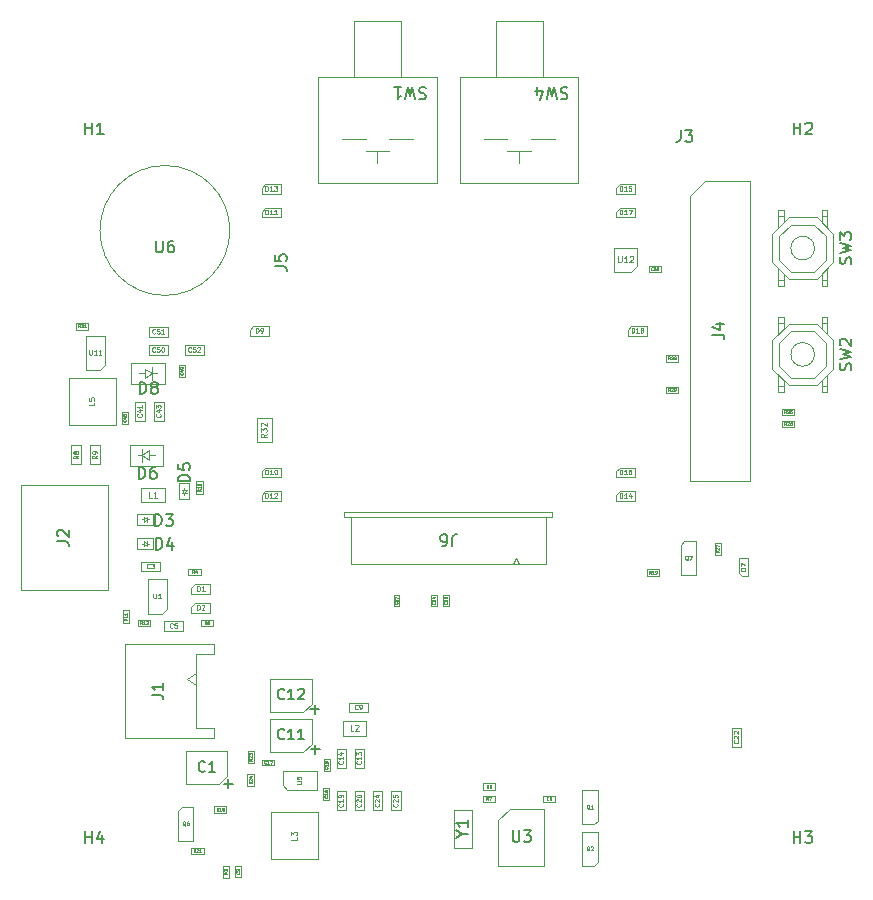
<source format=gbr>
%TF.GenerationSoftware,KiCad,Pcbnew,(7.0.0-93-gc189053ee5-dirty)*%
%TF.CreationDate,2023-02-21T15:15:17-08:00*%
%TF.ProjectId,ai-camera,61692d63-616d-4657-9261-2e6b69636164,rev1*%
%TF.SameCoordinates,PX5a995c0PY2aea540*%
%TF.FileFunction,AssemblyDrawing,Top*%
%FSLAX46Y46*%
G04 Gerber Fmt 4.6, Leading zero omitted, Abs format (unit mm)*
G04 Created by KiCad (PCBNEW (7.0.0-93-gc189053ee5-dirty)) date 2023-02-21 15:15:17*
%MOMM*%
%LPD*%
G01*
G04 APERTURE LIST*
%ADD10C,0.150000*%
%ADD11C,0.060000*%
%ADD12C,0.080000*%
%ADD13C,0.075000*%
%ADD14C,0.040000*%
%ADD15C,0.130000*%
%ADD16C,0.050000*%
%ADD17C,0.100000*%
G04 APERTURE END LIST*
D10*
X36191190Y-64601190D02*
X36667380Y-64601190D01*
X35667380Y-64934523D02*
X36191190Y-64601190D01*
X36191190Y-64601190D02*
X35667380Y-64267857D01*
X36667380Y-63410714D02*
X36667380Y-63982142D01*
X36667380Y-63696428D02*
X35667380Y-63696428D01*
X35667380Y-63696428D02*
X35810238Y-63791666D01*
X35810238Y-63791666D02*
X35905476Y-63886904D01*
X35905476Y-63886904D02*
X35953095Y-63982142D01*
X1867380Y-39833333D02*
X2581666Y-39833333D01*
X2581666Y-39833333D02*
X2724523Y-39880952D01*
X2724523Y-39880952D02*
X2819761Y-39976190D01*
X2819761Y-39976190D02*
X2867380Y-40119047D01*
X2867380Y-40119047D02*
X2867380Y-40214285D01*
X1962619Y-39404761D02*
X1915000Y-39357142D01*
X1915000Y-39357142D02*
X1867380Y-39261904D01*
X1867380Y-39261904D02*
X1867380Y-39023809D01*
X1867380Y-39023809D02*
X1915000Y-38928571D01*
X1915000Y-38928571D02*
X1962619Y-38880952D01*
X1962619Y-38880952D02*
X2057857Y-38833333D01*
X2057857Y-38833333D02*
X2153095Y-38833333D01*
X2153095Y-38833333D02*
X2295952Y-38880952D01*
X2295952Y-38880952D02*
X2867380Y-39452380D01*
X2867380Y-39452380D02*
X2867380Y-38833333D01*
D11*
X11658333Y-47108857D02*
X11639285Y-47127904D01*
X11639285Y-47127904D02*
X11582143Y-47146952D01*
X11582143Y-47146952D02*
X11544047Y-47146952D01*
X11544047Y-47146952D02*
X11486904Y-47127904D01*
X11486904Y-47127904D02*
X11448809Y-47089809D01*
X11448809Y-47089809D02*
X11429762Y-47051714D01*
X11429762Y-47051714D02*
X11410714Y-46975523D01*
X11410714Y-46975523D02*
X11410714Y-46918380D01*
X11410714Y-46918380D02*
X11429762Y-46842190D01*
X11429762Y-46842190D02*
X11448809Y-46804095D01*
X11448809Y-46804095D02*
X11486904Y-46766000D01*
X11486904Y-46766000D02*
X11544047Y-46746952D01*
X11544047Y-46746952D02*
X11582143Y-46746952D01*
X11582143Y-46746952D02*
X11639285Y-46766000D01*
X11639285Y-46766000D02*
X11658333Y-46785047D01*
X12020238Y-46746952D02*
X11829762Y-46746952D01*
X11829762Y-46746952D02*
X11810714Y-46937428D01*
X11810714Y-46937428D02*
X11829762Y-46918380D01*
X11829762Y-46918380D02*
X11867857Y-46899333D01*
X11867857Y-46899333D02*
X11963095Y-46899333D01*
X11963095Y-46899333D02*
X12001190Y-46918380D01*
X12001190Y-46918380D02*
X12020238Y-46937428D01*
X12020238Y-46937428D02*
X12039285Y-46975523D01*
X12039285Y-46975523D02*
X12039285Y-47070761D01*
X12039285Y-47070761D02*
X12020238Y-47108857D01*
X12020238Y-47108857D02*
X12001190Y-47127904D01*
X12001190Y-47127904D02*
X11963095Y-47146952D01*
X11963095Y-47146952D02*
X11867857Y-47146952D01*
X11867857Y-47146952D02*
X11829762Y-47127904D01*
X11829762Y-47127904D02*
X11810714Y-47108857D01*
D12*
X49380952Y-15683690D02*
X49380952Y-16088452D01*
X49380952Y-16088452D02*
X49404762Y-16136071D01*
X49404762Y-16136071D02*
X49428571Y-16159880D01*
X49428571Y-16159880D02*
X49476190Y-16183690D01*
X49476190Y-16183690D02*
X49571428Y-16183690D01*
X49571428Y-16183690D02*
X49619047Y-16159880D01*
X49619047Y-16159880D02*
X49642857Y-16136071D01*
X49642857Y-16136071D02*
X49666666Y-16088452D01*
X49666666Y-16088452D02*
X49666666Y-15683690D01*
X50166667Y-16183690D02*
X49880953Y-16183690D01*
X50023810Y-16183690D02*
X50023810Y-15683690D01*
X50023810Y-15683690D02*
X49976191Y-15755119D01*
X49976191Y-15755119D02*
X49928572Y-15802738D01*
X49928572Y-15802738D02*
X49880953Y-15826547D01*
X50357143Y-15731309D02*
X50380952Y-15707500D01*
X50380952Y-15707500D02*
X50428571Y-15683690D01*
X50428571Y-15683690D02*
X50547619Y-15683690D01*
X50547619Y-15683690D02*
X50595238Y-15707500D01*
X50595238Y-15707500D02*
X50619047Y-15731309D01*
X50619047Y-15731309D02*
X50642857Y-15778928D01*
X50642857Y-15778928D02*
X50642857Y-15826547D01*
X50642857Y-15826547D02*
X50619047Y-15897976D01*
X50619047Y-15897976D02*
X50333333Y-16183690D01*
X50333333Y-16183690D02*
X50642857Y-16183690D01*
D10*
X4238095Y-65367380D02*
X4238095Y-64367380D01*
X4238095Y-64843571D02*
X4809523Y-64843571D01*
X4809523Y-65367380D02*
X4809523Y-64367380D01*
X5714285Y-64700714D02*
X5714285Y-65367380D01*
X5476190Y-64319761D02*
X5238095Y-65034047D01*
X5238095Y-65034047D02*
X5857142Y-65034047D01*
X40433333Y-64280033D02*
X40433333Y-65073366D01*
X40433333Y-65073366D02*
X40480000Y-65166700D01*
X40480000Y-65166700D02*
X40526666Y-65213366D01*
X40526666Y-65213366D02*
X40620000Y-65260033D01*
X40620000Y-65260033D02*
X40806666Y-65260033D01*
X40806666Y-65260033D02*
X40900000Y-65213366D01*
X40900000Y-65213366D02*
X40946666Y-65166700D01*
X40946666Y-65166700D02*
X40993333Y-65073366D01*
X40993333Y-65073366D02*
X40993333Y-64280033D01*
X41366667Y-64280033D02*
X41973333Y-64280033D01*
X41973333Y-64280033D02*
X41646667Y-64653366D01*
X41646667Y-64653366D02*
X41786667Y-64653366D01*
X41786667Y-64653366D02*
X41880000Y-64700033D01*
X41880000Y-64700033D02*
X41926667Y-64746700D01*
X41926667Y-64746700D02*
X41973333Y-64840033D01*
X41973333Y-64840033D02*
X41973333Y-65073366D01*
X41973333Y-65073366D02*
X41926667Y-65166700D01*
X41926667Y-65166700D02*
X41880000Y-65213366D01*
X41880000Y-65213366D02*
X41786667Y-65260033D01*
X41786667Y-65260033D02*
X41506667Y-65260033D01*
X41506667Y-65260033D02*
X41413333Y-65213366D01*
X41413333Y-65213366D02*
X41366667Y-65166700D01*
X4238095Y-5367380D02*
X4238095Y-4367380D01*
X4238095Y-4843571D02*
X4809523Y-4843571D01*
X4809523Y-5367380D02*
X4809523Y-4367380D01*
X5809523Y-5367380D02*
X5238095Y-5367380D01*
X5523809Y-5367380D02*
X5523809Y-4367380D01*
X5523809Y-4367380D02*
X5428571Y-4510238D01*
X5428571Y-4510238D02*
X5333333Y-4605476D01*
X5333333Y-4605476D02*
X5238095Y-4653095D01*
D13*
X22183690Y-64833333D02*
X22183690Y-65071428D01*
X22183690Y-65071428D02*
X21683690Y-65071428D01*
X21683690Y-64714285D02*
X21683690Y-64404761D01*
X21683690Y-64404761D02*
X21874166Y-64571428D01*
X21874166Y-64571428D02*
X21874166Y-64499999D01*
X21874166Y-64499999D02*
X21897976Y-64452380D01*
X21897976Y-64452380D02*
X21921785Y-64428571D01*
X21921785Y-64428571D02*
X21969404Y-64404761D01*
X21969404Y-64404761D02*
X22088452Y-64404761D01*
X22088452Y-64404761D02*
X22136071Y-64428571D01*
X22136071Y-64428571D02*
X22159880Y-64452380D01*
X22159880Y-64452380D02*
X22183690Y-64499999D01*
X22183690Y-64499999D02*
X22183690Y-64642856D01*
X22183690Y-64642856D02*
X22159880Y-64690475D01*
X22159880Y-64690475D02*
X22136071Y-64714285D01*
D11*
X26046357Y-58444641D02*
X26065404Y-58463689D01*
X26065404Y-58463689D02*
X26084452Y-58520831D01*
X26084452Y-58520831D02*
X26084452Y-58558927D01*
X26084452Y-58558927D02*
X26065404Y-58616070D01*
X26065404Y-58616070D02*
X26027309Y-58654165D01*
X26027309Y-58654165D02*
X25989214Y-58673212D01*
X25989214Y-58673212D02*
X25913023Y-58692260D01*
X25913023Y-58692260D02*
X25855880Y-58692260D01*
X25855880Y-58692260D02*
X25779690Y-58673212D01*
X25779690Y-58673212D02*
X25741595Y-58654165D01*
X25741595Y-58654165D02*
X25703500Y-58616070D01*
X25703500Y-58616070D02*
X25684452Y-58558927D01*
X25684452Y-58558927D02*
X25684452Y-58520831D01*
X25684452Y-58520831D02*
X25703500Y-58463689D01*
X25703500Y-58463689D02*
X25722547Y-58444641D01*
X26084452Y-58063689D02*
X26084452Y-58292260D01*
X26084452Y-58177974D02*
X25684452Y-58177974D01*
X25684452Y-58177974D02*
X25741595Y-58216070D01*
X25741595Y-58216070D02*
X25779690Y-58254165D01*
X25779690Y-58254165D02*
X25798738Y-58292260D01*
X25817785Y-57720832D02*
X26084452Y-57720832D01*
X25665404Y-57816070D02*
X25951119Y-57911308D01*
X25951119Y-57911308D02*
X25951119Y-57663689D01*
X5246952Y-32566666D02*
X5056476Y-32699999D01*
X5246952Y-32795237D02*
X4846952Y-32795237D01*
X4846952Y-32795237D02*
X4846952Y-32642856D01*
X4846952Y-32642856D02*
X4866000Y-32604761D01*
X4866000Y-32604761D02*
X4885047Y-32585714D01*
X4885047Y-32585714D02*
X4923142Y-32566666D01*
X4923142Y-32566666D02*
X4980285Y-32566666D01*
X4980285Y-32566666D02*
X5018380Y-32585714D01*
X5018380Y-32585714D02*
X5037428Y-32604761D01*
X5037428Y-32604761D02*
X5056476Y-32642856D01*
X5056476Y-32642856D02*
X5056476Y-32795237D01*
X5246952Y-32376190D02*
X5246952Y-32299999D01*
X5246952Y-32299999D02*
X5227904Y-32261904D01*
X5227904Y-32261904D02*
X5208857Y-32242856D01*
X5208857Y-32242856D02*
X5151714Y-32204761D01*
X5151714Y-32204761D02*
X5075523Y-32185714D01*
X5075523Y-32185714D02*
X4923142Y-32185714D01*
X4923142Y-32185714D02*
X4885047Y-32204761D01*
X4885047Y-32204761D02*
X4866000Y-32223809D01*
X4866000Y-32223809D02*
X4846952Y-32261904D01*
X4846952Y-32261904D02*
X4846952Y-32338095D01*
X4846952Y-32338095D02*
X4866000Y-32376190D01*
X4866000Y-32376190D02*
X4885047Y-32395237D01*
X4885047Y-32395237D02*
X4923142Y-32414285D01*
X4923142Y-32414285D02*
X5018380Y-32414285D01*
X5018380Y-32414285D02*
X5056476Y-32395237D01*
X5056476Y-32395237D02*
X5075523Y-32376190D01*
X5075523Y-32376190D02*
X5094571Y-32338095D01*
X5094571Y-32338095D02*
X5094571Y-32261904D01*
X5094571Y-32261904D02*
X5075523Y-32223809D01*
X5075523Y-32223809D02*
X5056476Y-32204761D01*
X5056476Y-32204761D02*
X5018380Y-32185714D01*
D14*
X43478333Y-61688035D02*
X43466429Y-61699940D01*
X43466429Y-61699940D02*
X43430714Y-61711845D01*
X43430714Y-61711845D02*
X43406905Y-61711845D01*
X43406905Y-61711845D02*
X43371191Y-61699940D01*
X43371191Y-61699940D02*
X43347381Y-61676130D01*
X43347381Y-61676130D02*
X43335476Y-61652321D01*
X43335476Y-61652321D02*
X43323572Y-61604702D01*
X43323572Y-61604702D02*
X43323572Y-61568988D01*
X43323572Y-61568988D02*
X43335476Y-61521369D01*
X43335476Y-61521369D02*
X43347381Y-61497559D01*
X43347381Y-61497559D02*
X43371191Y-61473750D01*
X43371191Y-61473750D02*
X43406905Y-61461845D01*
X43406905Y-61461845D02*
X43430714Y-61461845D01*
X43430714Y-61461845D02*
X43466429Y-61473750D01*
X43466429Y-61473750D02*
X43478333Y-61485654D01*
X43692619Y-61461845D02*
X43645000Y-61461845D01*
X43645000Y-61461845D02*
X43621191Y-61473750D01*
X43621191Y-61473750D02*
X43609286Y-61485654D01*
X43609286Y-61485654D02*
X43585476Y-61521369D01*
X43585476Y-61521369D02*
X43573572Y-61568988D01*
X43573572Y-61568988D02*
X43573572Y-61664226D01*
X43573572Y-61664226D02*
X43585476Y-61688035D01*
X43585476Y-61688035D02*
X43597381Y-61699940D01*
X43597381Y-61699940D02*
X43621191Y-61711845D01*
X43621191Y-61711845D02*
X43668810Y-61711845D01*
X43668810Y-61711845D02*
X43692619Y-61699940D01*
X43692619Y-61699940D02*
X43704524Y-61688035D01*
X43704524Y-61688035D02*
X43716429Y-61664226D01*
X43716429Y-61664226D02*
X43716429Y-61604702D01*
X43716429Y-61604702D02*
X43704524Y-61580892D01*
X43704524Y-61580892D02*
X43692619Y-61568988D01*
X43692619Y-61568988D02*
X43668810Y-61557083D01*
X43668810Y-61557083D02*
X43621191Y-61557083D01*
X43621191Y-61557083D02*
X43597381Y-61568988D01*
X43597381Y-61568988D02*
X43585476Y-61580892D01*
X43585476Y-61580892D02*
X43573572Y-61604702D01*
X13582857Y-66115519D02*
X13496190Y-65991709D01*
X13434285Y-66115519D02*
X13434285Y-65855519D01*
X13434285Y-65855519D02*
X13533333Y-65855519D01*
X13533333Y-65855519D02*
X13558095Y-65867900D01*
X13558095Y-65867900D02*
X13570476Y-65880280D01*
X13570476Y-65880280D02*
X13582857Y-65905042D01*
X13582857Y-65905042D02*
X13582857Y-65942185D01*
X13582857Y-65942185D02*
X13570476Y-65966947D01*
X13570476Y-65966947D02*
X13558095Y-65979328D01*
X13558095Y-65979328D02*
X13533333Y-65991709D01*
X13533333Y-65991709D02*
X13434285Y-65991709D01*
X13681904Y-65880280D02*
X13694285Y-65867900D01*
X13694285Y-65867900D02*
X13719047Y-65855519D01*
X13719047Y-65855519D02*
X13780952Y-65855519D01*
X13780952Y-65855519D02*
X13805714Y-65867900D01*
X13805714Y-65867900D02*
X13818095Y-65880280D01*
X13818095Y-65880280D02*
X13830476Y-65905042D01*
X13830476Y-65905042D02*
X13830476Y-65929804D01*
X13830476Y-65929804D02*
X13818095Y-65966947D01*
X13818095Y-65966947D02*
X13669523Y-66115519D01*
X13669523Y-66115519D02*
X13830476Y-66115519D01*
X14078095Y-66115519D02*
X13929523Y-66115519D01*
X14003809Y-66115519D02*
X14003809Y-65855519D01*
X14003809Y-65855519D02*
X13979047Y-65892661D01*
X13979047Y-65892661D02*
X13954285Y-65917423D01*
X13954285Y-65917423D02*
X13929523Y-65929804D01*
D11*
X3646952Y-32566666D02*
X3456476Y-32699999D01*
X3646952Y-32795237D02*
X3246952Y-32795237D01*
X3246952Y-32795237D02*
X3246952Y-32642856D01*
X3246952Y-32642856D02*
X3266000Y-32604761D01*
X3266000Y-32604761D02*
X3285047Y-32585714D01*
X3285047Y-32585714D02*
X3323142Y-32566666D01*
X3323142Y-32566666D02*
X3380285Y-32566666D01*
X3380285Y-32566666D02*
X3418380Y-32585714D01*
X3418380Y-32585714D02*
X3437428Y-32604761D01*
X3437428Y-32604761D02*
X3456476Y-32642856D01*
X3456476Y-32642856D02*
X3456476Y-32795237D01*
X3418380Y-32338095D02*
X3399333Y-32376190D01*
X3399333Y-32376190D02*
X3380285Y-32395237D01*
X3380285Y-32395237D02*
X3342190Y-32414285D01*
X3342190Y-32414285D02*
X3323142Y-32414285D01*
X3323142Y-32414285D02*
X3285047Y-32395237D01*
X3285047Y-32395237D02*
X3266000Y-32376190D01*
X3266000Y-32376190D02*
X3246952Y-32338095D01*
X3246952Y-32338095D02*
X3246952Y-32261904D01*
X3246952Y-32261904D02*
X3266000Y-32223809D01*
X3266000Y-32223809D02*
X3285047Y-32204761D01*
X3285047Y-32204761D02*
X3323142Y-32185714D01*
X3323142Y-32185714D02*
X3342190Y-32185714D01*
X3342190Y-32185714D02*
X3380285Y-32204761D01*
X3380285Y-32204761D02*
X3399333Y-32223809D01*
X3399333Y-32223809D02*
X3418380Y-32261904D01*
X3418380Y-32261904D02*
X3418380Y-32338095D01*
X3418380Y-32338095D02*
X3437428Y-32376190D01*
X3437428Y-32376190D02*
X3456476Y-32395237D01*
X3456476Y-32395237D02*
X3494571Y-32414285D01*
X3494571Y-32414285D02*
X3570761Y-32414285D01*
X3570761Y-32414285D02*
X3608857Y-32395237D01*
X3608857Y-32395237D02*
X3627904Y-32376190D01*
X3627904Y-32376190D02*
X3646952Y-32338095D01*
X3646952Y-32338095D02*
X3646952Y-32261904D01*
X3646952Y-32261904D02*
X3627904Y-32223809D01*
X3627904Y-32223809D02*
X3608857Y-32204761D01*
X3608857Y-32204761D02*
X3570761Y-32185714D01*
X3570761Y-32185714D02*
X3494571Y-32185714D01*
X3494571Y-32185714D02*
X3456476Y-32204761D01*
X3456476Y-32204761D02*
X3437428Y-32223809D01*
X3437428Y-32223809D02*
X3418380Y-32261904D01*
D14*
X15522857Y-62625519D02*
X15436190Y-62501709D01*
X15374285Y-62625519D02*
X15374285Y-62365519D01*
X15374285Y-62365519D02*
X15473333Y-62365519D01*
X15473333Y-62365519D02*
X15498095Y-62377900D01*
X15498095Y-62377900D02*
X15510476Y-62390280D01*
X15510476Y-62390280D02*
X15522857Y-62415042D01*
X15522857Y-62415042D02*
X15522857Y-62452185D01*
X15522857Y-62452185D02*
X15510476Y-62476947D01*
X15510476Y-62476947D02*
X15498095Y-62489328D01*
X15498095Y-62489328D02*
X15473333Y-62501709D01*
X15473333Y-62501709D02*
X15374285Y-62501709D01*
X15770476Y-62625519D02*
X15621904Y-62625519D01*
X15696190Y-62625519D02*
X15696190Y-62365519D01*
X15696190Y-62365519D02*
X15671428Y-62402661D01*
X15671428Y-62402661D02*
X15646666Y-62427423D01*
X15646666Y-62427423D02*
X15621904Y-62439804D01*
X15919047Y-62476947D02*
X15894285Y-62464566D01*
X15894285Y-62464566D02*
X15881904Y-62452185D01*
X15881904Y-62452185D02*
X15869523Y-62427423D01*
X15869523Y-62427423D02*
X15869523Y-62415042D01*
X15869523Y-62415042D02*
X15881904Y-62390280D01*
X15881904Y-62390280D02*
X15894285Y-62377900D01*
X15894285Y-62377900D02*
X15919047Y-62365519D01*
X15919047Y-62365519D02*
X15968571Y-62365519D01*
X15968571Y-62365519D02*
X15993333Y-62377900D01*
X15993333Y-62377900D02*
X16005714Y-62390280D01*
X16005714Y-62390280D02*
X16018095Y-62415042D01*
X16018095Y-62415042D02*
X16018095Y-62427423D01*
X16018095Y-62427423D02*
X16005714Y-62452185D01*
X16005714Y-62452185D02*
X15993333Y-62464566D01*
X15993333Y-62464566D02*
X15968571Y-62476947D01*
X15968571Y-62476947D02*
X15919047Y-62476947D01*
X15919047Y-62476947D02*
X15894285Y-62489328D01*
X15894285Y-62489328D02*
X15881904Y-62501709D01*
X15881904Y-62501709D02*
X15869523Y-62526471D01*
X15869523Y-62526471D02*
X15869523Y-62575995D01*
X15869523Y-62575995D02*
X15881904Y-62600757D01*
X15881904Y-62600757D02*
X15894285Y-62613138D01*
X15894285Y-62613138D02*
X15919047Y-62625519D01*
X15919047Y-62625519D02*
X15968571Y-62625519D01*
X15968571Y-62625519D02*
X15993333Y-62613138D01*
X15993333Y-62613138D02*
X16005714Y-62600757D01*
X16005714Y-62600757D02*
X16018095Y-62575995D01*
X16018095Y-62575995D02*
X16018095Y-62526471D01*
X16018095Y-62526471D02*
X16005714Y-62501709D01*
X16005714Y-62501709D02*
X15993333Y-62489328D01*
X15993333Y-62489328D02*
X15968571Y-62476947D01*
D10*
X10161905Y-38517380D02*
X10161905Y-37517380D01*
X10161905Y-37517380D02*
X10400000Y-37517380D01*
X10400000Y-37517380D02*
X10542857Y-37565000D01*
X10542857Y-37565000D02*
X10638095Y-37660238D01*
X10638095Y-37660238D02*
X10685714Y-37755476D01*
X10685714Y-37755476D02*
X10733333Y-37945952D01*
X10733333Y-37945952D02*
X10733333Y-38088809D01*
X10733333Y-38088809D02*
X10685714Y-38279285D01*
X10685714Y-38279285D02*
X10638095Y-38374523D01*
X10638095Y-38374523D02*
X10542857Y-38469761D01*
X10542857Y-38469761D02*
X10400000Y-38517380D01*
X10400000Y-38517380D02*
X10161905Y-38517380D01*
X11066667Y-37517380D02*
X11685714Y-37517380D01*
X11685714Y-37517380D02*
X11352381Y-37898333D01*
X11352381Y-37898333D02*
X11495238Y-37898333D01*
X11495238Y-37898333D02*
X11590476Y-37945952D01*
X11590476Y-37945952D02*
X11638095Y-37993571D01*
X11638095Y-37993571D02*
X11685714Y-38088809D01*
X11685714Y-38088809D02*
X11685714Y-38326904D01*
X11685714Y-38326904D02*
X11638095Y-38422142D01*
X11638095Y-38422142D02*
X11590476Y-38469761D01*
X11590476Y-38469761D02*
X11495238Y-38517380D01*
X11495238Y-38517380D02*
X11209524Y-38517380D01*
X11209524Y-38517380D02*
X11114286Y-38469761D01*
X11114286Y-38469761D02*
X11066667Y-38422142D01*
X69069761Y-25333332D02*
X69117380Y-25190475D01*
X69117380Y-25190475D02*
X69117380Y-24952380D01*
X69117380Y-24952380D02*
X69069761Y-24857142D01*
X69069761Y-24857142D02*
X69022142Y-24809523D01*
X69022142Y-24809523D02*
X68926904Y-24761904D01*
X68926904Y-24761904D02*
X68831666Y-24761904D01*
X68831666Y-24761904D02*
X68736428Y-24809523D01*
X68736428Y-24809523D02*
X68688809Y-24857142D01*
X68688809Y-24857142D02*
X68641190Y-24952380D01*
X68641190Y-24952380D02*
X68593571Y-25142856D01*
X68593571Y-25142856D02*
X68545952Y-25238094D01*
X68545952Y-25238094D02*
X68498333Y-25285713D01*
X68498333Y-25285713D02*
X68403095Y-25333332D01*
X68403095Y-25333332D02*
X68307857Y-25333332D01*
X68307857Y-25333332D02*
X68212619Y-25285713D01*
X68212619Y-25285713D02*
X68165000Y-25238094D01*
X68165000Y-25238094D02*
X68117380Y-25142856D01*
X68117380Y-25142856D02*
X68117380Y-24904761D01*
X68117380Y-24904761D02*
X68165000Y-24761904D01*
X68117380Y-24428570D02*
X69117380Y-24190475D01*
X69117380Y-24190475D02*
X68403095Y-23999999D01*
X68403095Y-23999999D02*
X69117380Y-23809523D01*
X69117380Y-23809523D02*
X68117380Y-23571428D01*
X68212619Y-23238094D02*
X68165000Y-23190475D01*
X68165000Y-23190475D02*
X68117380Y-23095237D01*
X68117380Y-23095237D02*
X68117380Y-22857142D01*
X68117380Y-22857142D02*
X68165000Y-22761904D01*
X68165000Y-22761904D02*
X68212619Y-22714285D01*
X68212619Y-22714285D02*
X68307857Y-22666666D01*
X68307857Y-22666666D02*
X68403095Y-22666666D01*
X68403095Y-22666666D02*
X68545952Y-22714285D01*
X68545952Y-22714285D02*
X69117380Y-23285713D01*
X69117380Y-23285713D02*
X69117380Y-22666666D01*
D12*
X9916666Y-36113690D02*
X9678571Y-36113690D01*
X9678571Y-36113690D02*
X9678571Y-35613690D01*
X10345238Y-36113690D02*
X10059524Y-36113690D01*
X10202381Y-36113690D02*
X10202381Y-35613690D01*
X10202381Y-35613690D02*
X10154762Y-35685119D01*
X10154762Y-35685119D02*
X10107143Y-35732738D01*
X10107143Y-35732738D02*
X10059524Y-35756547D01*
D14*
X12518035Y-25545714D02*
X12529940Y-25557618D01*
X12529940Y-25557618D02*
X12541845Y-25593333D01*
X12541845Y-25593333D02*
X12541845Y-25617142D01*
X12541845Y-25617142D02*
X12529940Y-25652856D01*
X12529940Y-25652856D02*
X12506130Y-25676666D01*
X12506130Y-25676666D02*
X12482321Y-25688571D01*
X12482321Y-25688571D02*
X12434702Y-25700475D01*
X12434702Y-25700475D02*
X12398988Y-25700475D01*
X12398988Y-25700475D02*
X12351369Y-25688571D01*
X12351369Y-25688571D02*
X12327559Y-25676666D01*
X12327559Y-25676666D02*
X12303750Y-25652856D01*
X12303750Y-25652856D02*
X12291845Y-25617142D01*
X12291845Y-25617142D02*
X12291845Y-25593333D01*
X12291845Y-25593333D02*
X12303750Y-25557618D01*
X12303750Y-25557618D02*
X12315654Y-25545714D01*
X12375178Y-25331428D02*
X12541845Y-25331428D01*
X12279940Y-25390952D02*
X12458511Y-25450475D01*
X12458511Y-25450475D02*
X12458511Y-25295714D01*
X12541845Y-25188571D02*
X12541845Y-25140952D01*
X12541845Y-25140952D02*
X12529940Y-25117142D01*
X12529940Y-25117142D02*
X12518035Y-25105238D01*
X12518035Y-25105238D02*
X12482321Y-25081428D01*
X12482321Y-25081428D02*
X12434702Y-25069523D01*
X12434702Y-25069523D02*
X12339464Y-25069523D01*
X12339464Y-25069523D02*
X12315654Y-25081428D01*
X12315654Y-25081428D02*
X12303750Y-25093333D01*
X12303750Y-25093333D02*
X12291845Y-25117142D01*
X12291845Y-25117142D02*
X12291845Y-25164761D01*
X12291845Y-25164761D02*
X12303750Y-25188571D01*
X12303750Y-25188571D02*
X12315654Y-25200476D01*
X12315654Y-25200476D02*
X12339464Y-25212380D01*
X12339464Y-25212380D02*
X12398988Y-25212380D01*
X12398988Y-25212380D02*
X12422797Y-25200476D01*
X12422797Y-25200476D02*
X12434702Y-25188571D01*
X12434702Y-25188571D02*
X12446607Y-25164761D01*
X12446607Y-25164761D02*
X12446607Y-25117142D01*
X12446607Y-25117142D02*
X12434702Y-25093333D01*
X12434702Y-25093333D02*
X12422797Y-25081428D01*
X12422797Y-25081428D02*
X12398988Y-25069523D01*
D11*
X60146952Y-42295237D02*
X59746952Y-42295237D01*
X59746952Y-42295237D02*
X59746952Y-42199999D01*
X59746952Y-42199999D02*
X59766000Y-42142856D01*
X59766000Y-42142856D02*
X59804095Y-42104761D01*
X59804095Y-42104761D02*
X59842190Y-42085714D01*
X59842190Y-42085714D02*
X59918380Y-42066666D01*
X59918380Y-42066666D02*
X59975523Y-42066666D01*
X59975523Y-42066666D02*
X60051714Y-42085714D01*
X60051714Y-42085714D02*
X60089809Y-42104761D01*
X60089809Y-42104761D02*
X60127904Y-42142856D01*
X60127904Y-42142856D02*
X60146952Y-42199999D01*
X60146952Y-42199999D02*
X60146952Y-42295237D01*
X59746952Y-41933333D02*
X59746952Y-41666666D01*
X59746952Y-41666666D02*
X60146952Y-41838095D01*
D14*
X63592857Y-28985519D02*
X63506190Y-28861709D01*
X63444285Y-28985519D02*
X63444285Y-28725519D01*
X63444285Y-28725519D02*
X63543333Y-28725519D01*
X63543333Y-28725519D02*
X63568095Y-28737900D01*
X63568095Y-28737900D02*
X63580476Y-28750280D01*
X63580476Y-28750280D02*
X63592857Y-28775042D01*
X63592857Y-28775042D02*
X63592857Y-28812185D01*
X63592857Y-28812185D02*
X63580476Y-28836947D01*
X63580476Y-28836947D02*
X63568095Y-28849328D01*
X63568095Y-28849328D02*
X63543333Y-28861709D01*
X63543333Y-28861709D02*
X63444285Y-28861709D01*
X63691904Y-28750280D02*
X63704285Y-28737900D01*
X63704285Y-28737900D02*
X63729047Y-28725519D01*
X63729047Y-28725519D02*
X63790952Y-28725519D01*
X63790952Y-28725519D02*
X63815714Y-28737900D01*
X63815714Y-28737900D02*
X63828095Y-28750280D01*
X63828095Y-28750280D02*
X63840476Y-28775042D01*
X63840476Y-28775042D02*
X63840476Y-28799804D01*
X63840476Y-28799804D02*
X63828095Y-28836947D01*
X63828095Y-28836947D02*
X63679523Y-28985519D01*
X63679523Y-28985519D02*
X63840476Y-28985519D01*
X64075714Y-28725519D02*
X63951904Y-28725519D01*
X63951904Y-28725519D02*
X63939523Y-28849328D01*
X63939523Y-28849328D02*
X63951904Y-28836947D01*
X63951904Y-28836947D02*
X63976666Y-28824566D01*
X63976666Y-28824566D02*
X64038571Y-28824566D01*
X64038571Y-28824566D02*
X64063333Y-28836947D01*
X64063333Y-28836947D02*
X64075714Y-28849328D01*
X64075714Y-28849328D02*
X64088095Y-28874090D01*
X64088095Y-28874090D02*
X64088095Y-28935995D01*
X64088095Y-28935995D02*
X64075714Y-28960757D01*
X64075714Y-28960757D02*
X64063333Y-28973138D01*
X64063333Y-28973138D02*
X64038571Y-28985519D01*
X64038571Y-28985519D02*
X63976666Y-28985519D01*
X63976666Y-28985519D02*
X63951904Y-28973138D01*
X63951904Y-28973138D02*
X63939523Y-28960757D01*
D11*
X13741249Y-45606051D02*
X13741249Y-45206051D01*
X13741249Y-45206051D02*
X13836487Y-45206051D01*
X13836487Y-45206051D02*
X13893630Y-45225099D01*
X13893630Y-45225099D02*
X13931725Y-45263194D01*
X13931725Y-45263194D02*
X13950772Y-45301289D01*
X13950772Y-45301289D02*
X13969820Y-45377479D01*
X13969820Y-45377479D02*
X13969820Y-45434622D01*
X13969820Y-45434622D02*
X13950772Y-45510813D01*
X13950772Y-45510813D02*
X13931725Y-45548908D01*
X13931725Y-45548908D02*
X13893630Y-45587003D01*
X13893630Y-45587003D02*
X13836487Y-45606051D01*
X13836487Y-45606051D02*
X13741249Y-45606051D01*
X14122201Y-45244146D02*
X14141249Y-45225099D01*
X14141249Y-45225099D02*
X14179344Y-45206051D01*
X14179344Y-45206051D02*
X14274582Y-45206051D01*
X14274582Y-45206051D02*
X14312677Y-45225099D01*
X14312677Y-45225099D02*
X14331725Y-45244146D01*
X14331725Y-45244146D02*
X14350772Y-45282241D01*
X14350772Y-45282241D02*
X14350772Y-45320337D01*
X14350772Y-45320337D02*
X14331725Y-45377479D01*
X14331725Y-45377479D02*
X14103153Y-45606051D01*
X14103153Y-45606051D02*
X14350772Y-45606051D01*
X19514286Y-36146952D02*
X19514286Y-35746952D01*
X19514286Y-35746952D02*
X19609524Y-35746952D01*
X19609524Y-35746952D02*
X19666667Y-35766000D01*
X19666667Y-35766000D02*
X19704762Y-35804095D01*
X19704762Y-35804095D02*
X19723809Y-35842190D01*
X19723809Y-35842190D02*
X19742857Y-35918380D01*
X19742857Y-35918380D02*
X19742857Y-35975523D01*
X19742857Y-35975523D02*
X19723809Y-36051714D01*
X19723809Y-36051714D02*
X19704762Y-36089809D01*
X19704762Y-36089809D02*
X19666667Y-36127904D01*
X19666667Y-36127904D02*
X19609524Y-36146952D01*
X19609524Y-36146952D02*
X19514286Y-36146952D01*
X20123809Y-36146952D02*
X19895238Y-36146952D01*
X20009524Y-36146952D02*
X20009524Y-35746952D01*
X20009524Y-35746952D02*
X19971428Y-35804095D01*
X19971428Y-35804095D02*
X19933333Y-35842190D01*
X19933333Y-35842190D02*
X19895238Y-35861238D01*
X20276190Y-35785047D02*
X20295238Y-35766000D01*
X20295238Y-35766000D02*
X20333333Y-35746952D01*
X20333333Y-35746952D02*
X20428571Y-35746952D01*
X20428571Y-35746952D02*
X20466666Y-35766000D01*
X20466666Y-35766000D02*
X20485714Y-35785047D01*
X20485714Y-35785047D02*
X20504761Y-35823142D01*
X20504761Y-35823142D02*
X20504761Y-35861238D01*
X20504761Y-35861238D02*
X20485714Y-35918380D01*
X20485714Y-35918380D02*
X20257142Y-36146952D01*
X20257142Y-36146952D02*
X20504761Y-36146952D01*
D14*
X14506667Y-46845519D02*
X14420000Y-46721709D01*
X14358095Y-46845519D02*
X14358095Y-46585519D01*
X14358095Y-46585519D02*
X14457143Y-46585519D01*
X14457143Y-46585519D02*
X14481905Y-46597900D01*
X14481905Y-46597900D02*
X14494286Y-46610280D01*
X14494286Y-46610280D02*
X14506667Y-46635042D01*
X14506667Y-46635042D02*
X14506667Y-46672185D01*
X14506667Y-46672185D02*
X14494286Y-46696947D01*
X14494286Y-46696947D02*
X14481905Y-46709328D01*
X14481905Y-46709328D02*
X14457143Y-46721709D01*
X14457143Y-46721709D02*
X14358095Y-46721709D01*
X14741905Y-46585519D02*
X14618095Y-46585519D01*
X14618095Y-46585519D02*
X14605714Y-46709328D01*
X14605714Y-46709328D02*
X14618095Y-46696947D01*
X14618095Y-46696947D02*
X14642857Y-46684566D01*
X14642857Y-46684566D02*
X14704762Y-46684566D01*
X14704762Y-46684566D02*
X14729524Y-46696947D01*
X14729524Y-46696947D02*
X14741905Y-46709328D01*
X14741905Y-46709328D02*
X14754286Y-46734090D01*
X14754286Y-46734090D02*
X14754286Y-46795995D01*
X14754286Y-46795995D02*
X14741905Y-46820757D01*
X14741905Y-46820757D02*
X14729524Y-46833138D01*
X14729524Y-46833138D02*
X14704762Y-46845519D01*
X14704762Y-46845519D02*
X14642857Y-46845519D01*
X14642857Y-46845519D02*
X14618095Y-46833138D01*
X14618095Y-46833138D02*
X14605714Y-46820757D01*
D10*
X15994048Y-60336428D02*
X16755953Y-60336428D01*
X16375000Y-60717380D02*
X16375000Y-59955476D01*
D15*
X14390833Y-59239486D02*
X14348929Y-59281391D01*
X14348929Y-59281391D02*
X14223214Y-59323296D01*
X14223214Y-59323296D02*
X14139405Y-59323296D01*
X14139405Y-59323296D02*
X14013691Y-59281391D01*
X14013691Y-59281391D02*
X13929881Y-59197581D01*
X13929881Y-59197581D02*
X13887976Y-59113772D01*
X13887976Y-59113772D02*
X13846072Y-58946153D01*
X13846072Y-58946153D02*
X13846072Y-58820439D01*
X13846072Y-58820439D02*
X13887976Y-58652820D01*
X13887976Y-58652820D02*
X13929881Y-58569010D01*
X13929881Y-58569010D02*
X14013691Y-58485201D01*
X14013691Y-58485201D02*
X14139405Y-58443296D01*
X14139405Y-58443296D02*
X14223214Y-58443296D01*
X14223214Y-58443296D02*
X14348929Y-58485201D01*
X14348929Y-58485201D02*
X14390833Y-58527105D01*
X15228929Y-59323296D02*
X14726072Y-59323296D01*
X14977500Y-59323296D02*
X14977500Y-58443296D01*
X14977500Y-58443296D02*
X14893691Y-58569010D01*
X14893691Y-58569010D02*
X14809881Y-58652820D01*
X14809881Y-58652820D02*
X14726072Y-58694724D01*
D14*
X38376667Y-61715519D02*
X38290000Y-61591709D01*
X38228095Y-61715519D02*
X38228095Y-61455519D01*
X38228095Y-61455519D02*
X38327143Y-61455519D01*
X38327143Y-61455519D02*
X38351905Y-61467900D01*
X38351905Y-61467900D02*
X38364286Y-61480280D01*
X38364286Y-61480280D02*
X38376667Y-61505042D01*
X38376667Y-61505042D02*
X38376667Y-61542185D01*
X38376667Y-61542185D02*
X38364286Y-61566947D01*
X38364286Y-61566947D02*
X38351905Y-61579328D01*
X38351905Y-61579328D02*
X38327143Y-61591709D01*
X38327143Y-61591709D02*
X38228095Y-61591709D01*
X38463333Y-61455519D02*
X38636667Y-61455519D01*
X38636667Y-61455519D02*
X38525238Y-61715519D01*
X34866035Y-44991714D02*
X34877940Y-45003618D01*
X34877940Y-45003618D02*
X34889845Y-45039333D01*
X34889845Y-45039333D02*
X34889845Y-45063142D01*
X34889845Y-45063142D02*
X34877940Y-45098856D01*
X34877940Y-45098856D02*
X34854130Y-45122666D01*
X34854130Y-45122666D02*
X34830321Y-45134571D01*
X34830321Y-45134571D02*
X34782702Y-45146475D01*
X34782702Y-45146475D02*
X34746988Y-45146475D01*
X34746988Y-45146475D02*
X34699369Y-45134571D01*
X34699369Y-45134571D02*
X34675559Y-45122666D01*
X34675559Y-45122666D02*
X34651750Y-45098856D01*
X34651750Y-45098856D02*
X34639845Y-45063142D01*
X34639845Y-45063142D02*
X34639845Y-45039333D01*
X34639845Y-45039333D02*
X34651750Y-45003618D01*
X34651750Y-45003618D02*
X34663654Y-44991714D01*
X34639845Y-44765523D02*
X34639845Y-44884571D01*
X34639845Y-44884571D02*
X34758892Y-44896475D01*
X34758892Y-44896475D02*
X34746988Y-44884571D01*
X34746988Y-44884571D02*
X34735083Y-44860761D01*
X34735083Y-44860761D02*
X34735083Y-44801237D01*
X34735083Y-44801237D02*
X34746988Y-44777428D01*
X34746988Y-44777428D02*
X34758892Y-44765523D01*
X34758892Y-44765523D02*
X34782702Y-44753618D01*
X34782702Y-44753618D02*
X34842226Y-44753618D01*
X34842226Y-44753618D02*
X34866035Y-44765523D01*
X34866035Y-44765523D02*
X34877940Y-44777428D01*
X34877940Y-44777428D02*
X34889845Y-44801237D01*
X34889845Y-44801237D02*
X34889845Y-44860761D01*
X34889845Y-44860761D02*
X34877940Y-44884571D01*
X34877940Y-44884571D02*
X34866035Y-44896475D01*
X34639845Y-44539333D02*
X34639845Y-44586952D01*
X34639845Y-44586952D02*
X34651750Y-44610761D01*
X34651750Y-44610761D02*
X34663654Y-44622666D01*
X34663654Y-44622666D02*
X34699369Y-44646476D01*
X34699369Y-44646476D02*
X34746988Y-44658380D01*
X34746988Y-44658380D02*
X34842226Y-44658380D01*
X34842226Y-44658380D02*
X34866035Y-44646476D01*
X34866035Y-44646476D02*
X34877940Y-44634571D01*
X34877940Y-44634571D02*
X34889845Y-44610761D01*
X34889845Y-44610761D02*
X34889845Y-44563142D01*
X34889845Y-44563142D02*
X34877940Y-44539333D01*
X34877940Y-44539333D02*
X34866035Y-44527428D01*
X34866035Y-44527428D02*
X34842226Y-44515523D01*
X34842226Y-44515523D02*
X34782702Y-44515523D01*
X34782702Y-44515523D02*
X34758892Y-44527428D01*
X34758892Y-44527428D02*
X34746988Y-44539333D01*
X34746988Y-44539333D02*
X34735083Y-44563142D01*
X34735083Y-44563142D02*
X34735083Y-44610761D01*
X34735083Y-44610761D02*
X34746988Y-44634571D01*
X34746988Y-44634571D02*
X34758892Y-44646476D01*
X34758892Y-44646476D02*
X34782702Y-44658380D01*
X53762857Y-24425519D02*
X53676190Y-24301709D01*
X53614285Y-24425519D02*
X53614285Y-24165519D01*
X53614285Y-24165519D02*
X53713333Y-24165519D01*
X53713333Y-24165519D02*
X53738095Y-24177900D01*
X53738095Y-24177900D02*
X53750476Y-24190280D01*
X53750476Y-24190280D02*
X53762857Y-24215042D01*
X53762857Y-24215042D02*
X53762857Y-24252185D01*
X53762857Y-24252185D02*
X53750476Y-24276947D01*
X53750476Y-24276947D02*
X53738095Y-24289328D01*
X53738095Y-24289328D02*
X53713333Y-24301709D01*
X53713333Y-24301709D02*
X53614285Y-24301709D01*
X53861904Y-24190280D02*
X53874285Y-24177900D01*
X53874285Y-24177900D02*
X53899047Y-24165519D01*
X53899047Y-24165519D02*
X53960952Y-24165519D01*
X53960952Y-24165519D02*
X53985714Y-24177900D01*
X53985714Y-24177900D02*
X53998095Y-24190280D01*
X53998095Y-24190280D02*
X54010476Y-24215042D01*
X54010476Y-24215042D02*
X54010476Y-24239804D01*
X54010476Y-24239804D02*
X53998095Y-24276947D01*
X53998095Y-24276947D02*
X53849523Y-24425519D01*
X53849523Y-24425519D02*
X54010476Y-24425519D01*
X54159047Y-24276947D02*
X54134285Y-24264566D01*
X54134285Y-24264566D02*
X54121904Y-24252185D01*
X54121904Y-24252185D02*
X54109523Y-24227423D01*
X54109523Y-24227423D02*
X54109523Y-24215042D01*
X54109523Y-24215042D02*
X54121904Y-24190280D01*
X54121904Y-24190280D02*
X54134285Y-24177900D01*
X54134285Y-24177900D02*
X54159047Y-24165519D01*
X54159047Y-24165519D02*
X54208571Y-24165519D01*
X54208571Y-24165519D02*
X54233333Y-24177900D01*
X54233333Y-24177900D02*
X54245714Y-24190280D01*
X54245714Y-24190280D02*
X54258095Y-24215042D01*
X54258095Y-24215042D02*
X54258095Y-24227423D01*
X54258095Y-24227423D02*
X54245714Y-24252185D01*
X54245714Y-24252185D02*
X54233333Y-24264566D01*
X54233333Y-24264566D02*
X54208571Y-24276947D01*
X54208571Y-24276947D02*
X54159047Y-24276947D01*
X54159047Y-24276947D02*
X54134285Y-24289328D01*
X54134285Y-24289328D02*
X54121904Y-24301709D01*
X54121904Y-24301709D02*
X54109523Y-24326471D01*
X54109523Y-24326471D02*
X54109523Y-24375995D01*
X54109523Y-24375995D02*
X54121904Y-24400757D01*
X54121904Y-24400757D02*
X54134285Y-24413138D01*
X54134285Y-24413138D02*
X54159047Y-24425519D01*
X54159047Y-24425519D02*
X54208571Y-24425519D01*
X54208571Y-24425519D02*
X54233333Y-24413138D01*
X54233333Y-24413138D02*
X54245714Y-24400757D01*
X54245714Y-24400757D02*
X54258095Y-24375995D01*
X54258095Y-24375995D02*
X54258095Y-24326471D01*
X54258095Y-24326471D02*
X54245714Y-24301709D01*
X54245714Y-24301709D02*
X54233333Y-24289328D01*
X54233333Y-24289328D02*
X54208571Y-24276947D01*
D10*
X45083332Y-1430238D02*
X44940475Y-1382619D01*
X44940475Y-1382619D02*
X44702380Y-1382619D01*
X44702380Y-1382619D02*
X44607142Y-1430238D01*
X44607142Y-1430238D02*
X44559523Y-1477857D01*
X44559523Y-1477857D02*
X44511904Y-1573095D01*
X44511904Y-1573095D02*
X44511904Y-1668333D01*
X44511904Y-1668333D02*
X44559523Y-1763571D01*
X44559523Y-1763571D02*
X44607142Y-1811190D01*
X44607142Y-1811190D02*
X44702380Y-1858809D01*
X44702380Y-1858809D02*
X44892856Y-1906428D01*
X44892856Y-1906428D02*
X44988094Y-1954047D01*
X44988094Y-1954047D02*
X45035713Y-2001666D01*
X45035713Y-2001666D02*
X45083332Y-2096904D01*
X45083332Y-2096904D02*
X45083332Y-2192142D01*
X45083332Y-2192142D02*
X45035713Y-2287380D01*
X45035713Y-2287380D02*
X44988094Y-2335000D01*
X44988094Y-2335000D02*
X44892856Y-2382619D01*
X44892856Y-2382619D02*
X44654761Y-2382619D01*
X44654761Y-2382619D02*
X44511904Y-2335000D01*
X44178570Y-2382619D02*
X43940475Y-1382619D01*
X43940475Y-1382619D02*
X43749999Y-2096904D01*
X43749999Y-2096904D02*
X43559523Y-1382619D01*
X43559523Y-1382619D02*
X43321428Y-2382619D01*
X42511904Y-2049285D02*
X42511904Y-1382619D01*
X42749999Y-2430238D02*
X42988094Y-1715952D01*
X42988094Y-1715952D02*
X42369047Y-1715952D01*
D15*
X21109285Y-56489486D02*
X21067381Y-56531391D01*
X21067381Y-56531391D02*
X20941666Y-56573296D01*
X20941666Y-56573296D02*
X20857857Y-56573296D01*
X20857857Y-56573296D02*
X20732143Y-56531391D01*
X20732143Y-56531391D02*
X20648333Y-56447581D01*
X20648333Y-56447581D02*
X20606428Y-56363772D01*
X20606428Y-56363772D02*
X20564524Y-56196153D01*
X20564524Y-56196153D02*
X20564524Y-56070439D01*
X20564524Y-56070439D02*
X20606428Y-55902820D01*
X20606428Y-55902820D02*
X20648333Y-55819010D01*
X20648333Y-55819010D02*
X20732143Y-55735201D01*
X20732143Y-55735201D02*
X20857857Y-55693296D01*
X20857857Y-55693296D02*
X20941666Y-55693296D01*
X20941666Y-55693296D02*
X21067381Y-55735201D01*
X21067381Y-55735201D02*
X21109285Y-55777105D01*
X21947381Y-56573296D02*
X21444524Y-56573296D01*
X21695952Y-56573296D02*
X21695952Y-55693296D01*
X21695952Y-55693296D02*
X21612143Y-55819010D01*
X21612143Y-55819010D02*
X21528333Y-55902820D01*
X21528333Y-55902820D02*
X21444524Y-55944724D01*
X22785476Y-56573296D02*
X22282619Y-56573296D01*
X22534047Y-56573296D02*
X22534047Y-55693296D01*
X22534047Y-55693296D02*
X22450238Y-55819010D01*
X22450238Y-55819010D02*
X22366428Y-55902820D01*
X22366428Y-55902820D02*
X22282619Y-55944724D01*
D10*
X23344048Y-57411428D02*
X24105953Y-57411428D01*
X23725000Y-57792380D02*
X23725000Y-57030476D01*
D13*
X5033690Y-28073333D02*
X5033690Y-28311428D01*
X5033690Y-28311428D02*
X4533690Y-28311428D01*
X4533690Y-27668571D02*
X4533690Y-27906666D01*
X4533690Y-27906666D02*
X4771785Y-27930475D01*
X4771785Y-27930475D02*
X4747976Y-27906666D01*
X4747976Y-27906666D02*
X4724166Y-27859047D01*
X4724166Y-27859047D02*
X4724166Y-27739999D01*
X4724166Y-27739999D02*
X4747976Y-27692380D01*
X4747976Y-27692380D02*
X4771785Y-27668571D01*
X4771785Y-27668571D02*
X4819404Y-27644761D01*
X4819404Y-27644761D02*
X4938452Y-27644761D01*
X4938452Y-27644761D02*
X4986071Y-27668571D01*
X4986071Y-27668571D02*
X5009880Y-27692380D01*
X5009880Y-27692380D02*
X5033690Y-27739999D01*
X5033690Y-27739999D02*
X5033690Y-27859047D01*
X5033690Y-27859047D02*
X5009880Y-27906666D01*
X5009880Y-27906666D02*
X4986071Y-27930475D01*
D11*
X19514286Y-12146952D02*
X19514286Y-11746952D01*
X19514286Y-11746952D02*
X19609524Y-11746952D01*
X19609524Y-11746952D02*
X19666667Y-11766000D01*
X19666667Y-11766000D02*
X19704762Y-11804095D01*
X19704762Y-11804095D02*
X19723809Y-11842190D01*
X19723809Y-11842190D02*
X19742857Y-11918380D01*
X19742857Y-11918380D02*
X19742857Y-11975523D01*
X19742857Y-11975523D02*
X19723809Y-12051714D01*
X19723809Y-12051714D02*
X19704762Y-12089809D01*
X19704762Y-12089809D02*
X19666667Y-12127904D01*
X19666667Y-12127904D02*
X19609524Y-12146952D01*
X19609524Y-12146952D02*
X19514286Y-12146952D01*
X20123809Y-12146952D02*
X19895238Y-12146952D01*
X20009524Y-12146952D02*
X20009524Y-11746952D01*
X20009524Y-11746952D02*
X19971428Y-11804095D01*
X19971428Y-11804095D02*
X19933333Y-11842190D01*
X19933333Y-11842190D02*
X19895238Y-11861238D01*
X20504761Y-12146952D02*
X20276190Y-12146952D01*
X20390476Y-12146952D02*
X20390476Y-11746952D01*
X20390476Y-11746952D02*
X20352380Y-11804095D01*
X20352380Y-11804095D02*
X20314285Y-11842190D01*
X20314285Y-11842190D02*
X20276190Y-11861238D01*
X27313333Y-54008857D02*
X27294285Y-54027904D01*
X27294285Y-54027904D02*
X27237143Y-54046952D01*
X27237143Y-54046952D02*
X27199047Y-54046952D01*
X27199047Y-54046952D02*
X27141904Y-54027904D01*
X27141904Y-54027904D02*
X27103809Y-53989809D01*
X27103809Y-53989809D02*
X27084762Y-53951714D01*
X27084762Y-53951714D02*
X27065714Y-53875523D01*
X27065714Y-53875523D02*
X27065714Y-53818380D01*
X27065714Y-53818380D02*
X27084762Y-53742190D01*
X27084762Y-53742190D02*
X27103809Y-53704095D01*
X27103809Y-53704095D02*
X27141904Y-53666000D01*
X27141904Y-53666000D02*
X27199047Y-53646952D01*
X27199047Y-53646952D02*
X27237143Y-53646952D01*
X27237143Y-53646952D02*
X27294285Y-53666000D01*
X27294285Y-53666000D02*
X27313333Y-53685047D01*
X27503809Y-54046952D02*
X27580000Y-54046952D01*
X27580000Y-54046952D02*
X27618095Y-54027904D01*
X27618095Y-54027904D02*
X27637143Y-54008857D01*
X27637143Y-54008857D02*
X27675238Y-53951714D01*
X27675238Y-53951714D02*
X27694285Y-53875523D01*
X27694285Y-53875523D02*
X27694285Y-53723142D01*
X27694285Y-53723142D02*
X27675238Y-53685047D01*
X27675238Y-53685047D02*
X27656190Y-53666000D01*
X27656190Y-53666000D02*
X27618095Y-53646952D01*
X27618095Y-53646952D02*
X27541904Y-53646952D01*
X27541904Y-53646952D02*
X27503809Y-53666000D01*
X27503809Y-53666000D02*
X27484762Y-53685047D01*
X27484762Y-53685047D02*
X27465714Y-53723142D01*
X27465714Y-53723142D02*
X27465714Y-53818380D01*
X27465714Y-53818380D02*
X27484762Y-53856476D01*
X27484762Y-53856476D02*
X27503809Y-53875523D01*
X27503809Y-53875523D02*
X27541904Y-53894571D01*
X27541904Y-53894571D02*
X27618095Y-53894571D01*
X27618095Y-53894571D02*
X27656190Y-53875523D01*
X27656190Y-53875523D02*
X27675238Y-53856476D01*
X27675238Y-53856476D02*
X27694285Y-53818380D01*
D14*
X14015519Y-35427142D02*
X13891709Y-35513809D01*
X14015519Y-35575714D02*
X13755519Y-35575714D01*
X13755519Y-35575714D02*
X13755519Y-35476666D01*
X13755519Y-35476666D02*
X13767900Y-35451904D01*
X13767900Y-35451904D02*
X13780280Y-35439523D01*
X13780280Y-35439523D02*
X13805042Y-35427142D01*
X13805042Y-35427142D02*
X13842185Y-35427142D01*
X13842185Y-35427142D02*
X13866947Y-35439523D01*
X13866947Y-35439523D02*
X13879328Y-35451904D01*
X13879328Y-35451904D02*
X13891709Y-35476666D01*
X13891709Y-35476666D02*
X13891709Y-35575714D01*
X14015519Y-35179523D02*
X14015519Y-35328095D01*
X14015519Y-35253809D02*
X13755519Y-35253809D01*
X13755519Y-35253809D02*
X13792661Y-35278571D01*
X13792661Y-35278571D02*
X13817423Y-35303333D01*
X13817423Y-35303333D02*
X13829804Y-35328095D01*
X13755519Y-35018571D02*
X13755519Y-34993809D01*
X13755519Y-34993809D02*
X13767900Y-34969047D01*
X13767900Y-34969047D02*
X13780280Y-34956666D01*
X13780280Y-34956666D02*
X13805042Y-34944285D01*
X13805042Y-34944285D02*
X13854566Y-34931904D01*
X13854566Y-34931904D02*
X13916471Y-34931904D01*
X13916471Y-34931904D02*
X13965995Y-34944285D01*
X13965995Y-34944285D02*
X13990757Y-34956666D01*
X13990757Y-34956666D02*
X14003138Y-34969047D01*
X14003138Y-34969047D02*
X14015519Y-34993809D01*
X14015519Y-34993809D02*
X14015519Y-35018571D01*
X14015519Y-35018571D02*
X14003138Y-35043333D01*
X14003138Y-35043333D02*
X13990757Y-35055714D01*
X13990757Y-35055714D02*
X13965995Y-35068095D01*
X13965995Y-35068095D02*
X13916471Y-35080476D01*
X13916471Y-35080476D02*
X13854566Y-35080476D01*
X13854566Y-35080476D02*
X13805042Y-35068095D01*
X13805042Y-35068095D02*
X13780280Y-35055714D01*
X13780280Y-35055714D02*
X13767900Y-35043333D01*
X13767900Y-35043333D02*
X13755519Y-35018571D01*
D10*
X9867380Y-52833333D02*
X10581666Y-52833333D01*
X10581666Y-52833333D02*
X10724523Y-52880952D01*
X10724523Y-52880952D02*
X10819761Y-52976190D01*
X10819761Y-52976190D02*
X10867380Y-53119047D01*
X10867380Y-53119047D02*
X10867380Y-53214285D01*
X10867380Y-51833333D02*
X10867380Y-52404761D01*
X10867380Y-52119047D02*
X9867380Y-52119047D01*
X9867380Y-52119047D02*
X10010238Y-52214285D01*
X10010238Y-52214285D02*
X10105476Y-52309523D01*
X10105476Y-52309523D02*
X10153095Y-52404761D01*
D12*
X26966666Y-55853690D02*
X26728571Y-55853690D01*
X26728571Y-55853690D02*
X26728571Y-55353690D01*
X27109524Y-55401309D02*
X27133333Y-55377500D01*
X27133333Y-55377500D02*
X27180952Y-55353690D01*
X27180952Y-55353690D02*
X27300000Y-55353690D01*
X27300000Y-55353690D02*
X27347619Y-55377500D01*
X27347619Y-55377500D02*
X27371428Y-55401309D01*
X27371428Y-55401309D02*
X27395238Y-55448928D01*
X27395238Y-55448928D02*
X27395238Y-55496547D01*
X27395238Y-55496547D02*
X27371428Y-55567976D01*
X27371428Y-55567976D02*
X27085714Y-55853690D01*
X27085714Y-55853690D02*
X27395238Y-55853690D01*
D11*
X49514286Y-34146952D02*
X49514286Y-33746952D01*
X49514286Y-33746952D02*
X49609524Y-33746952D01*
X49609524Y-33746952D02*
X49666667Y-33766000D01*
X49666667Y-33766000D02*
X49704762Y-33804095D01*
X49704762Y-33804095D02*
X49723809Y-33842190D01*
X49723809Y-33842190D02*
X49742857Y-33918380D01*
X49742857Y-33918380D02*
X49742857Y-33975523D01*
X49742857Y-33975523D02*
X49723809Y-34051714D01*
X49723809Y-34051714D02*
X49704762Y-34089809D01*
X49704762Y-34089809D02*
X49666667Y-34127904D01*
X49666667Y-34127904D02*
X49609524Y-34146952D01*
X49609524Y-34146952D02*
X49514286Y-34146952D01*
X50123809Y-34146952D02*
X49895238Y-34146952D01*
X50009524Y-34146952D02*
X50009524Y-33746952D01*
X50009524Y-33746952D02*
X49971428Y-33804095D01*
X49971428Y-33804095D02*
X49933333Y-33842190D01*
X49933333Y-33842190D02*
X49895238Y-33861238D01*
X50466666Y-33746952D02*
X50390476Y-33746952D01*
X50390476Y-33746952D02*
X50352380Y-33766000D01*
X50352380Y-33766000D02*
X50333333Y-33785047D01*
X50333333Y-33785047D02*
X50295238Y-33842190D01*
X50295238Y-33842190D02*
X50276190Y-33918380D01*
X50276190Y-33918380D02*
X50276190Y-34070761D01*
X50276190Y-34070761D02*
X50295238Y-34108857D01*
X50295238Y-34108857D02*
X50314285Y-34127904D01*
X50314285Y-34127904D02*
X50352380Y-34146952D01*
X50352380Y-34146952D02*
X50428571Y-34146952D01*
X50428571Y-34146952D02*
X50466666Y-34127904D01*
X50466666Y-34127904D02*
X50485714Y-34108857D01*
X50485714Y-34108857D02*
X50504761Y-34070761D01*
X50504761Y-34070761D02*
X50504761Y-33975523D01*
X50504761Y-33975523D02*
X50485714Y-33937428D01*
X50485714Y-33937428D02*
X50466666Y-33918380D01*
X50466666Y-33918380D02*
X50428571Y-33899333D01*
X50428571Y-33899333D02*
X50352380Y-33899333D01*
X50352380Y-33899333D02*
X50314285Y-33918380D01*
X50314285Y-33918380D02*
X50295238Y-33937428D01*
X50295238Y-33937428D02*
X50276190Y-33975523D01*
D14*
X19569285Y-58618035D02*
X19557381Y-58629940D01*
X19557381Y-58629940D02*
X19521666Y-58641845D01*
X19521666Y-58641845D02*
X19497857Y-58641845D01*
X19497857Y-58641845D02*
X19462143Y-58629940D01*
X19462143Y-58629940D02*
X19438333Y-58606130D01*
X19438333Y-58606130D02*
X19426428Y-58582321D01*
X19426428Y-58582321D02*
X19414524Y-58534702D01*
X19414524Y-58534702D02*
X19414524Y-58498988D01*
X19414524Y-58498988D02*
X19426428Y-58451369D01*
X19426428Y-58451369D02*
X19438333Y-58427559D01*
X19438333Y-58427559D02*
X19462143Y-58403750D01*
X19462143Y-58403750D02*
X19497857Y-58391845D01*
X19497857Y-58391845D02*
X19521666Y-58391845D01*
X19521666Y-58391845D02*
X19557381Y-58403750D01*
X19557381Y-58403750D02*
X19569285Y-58415654D01*
X19807381Y-58641845D02*
X19664524Y-58641845D01*
X19735952Y-58641845D02*
X19735952Y-58391845D01*
X19735952Y-58391845D02*
X19712143Y-58427559D01*
X19712143Y-58427559D02*
X19688333Y-58451369D01*
X19688333Y-58451369D02*
X19664524Y-58463273D01*
X19890714Y-58391845D02*
X20057380Y-58391845D01*
X20057380Y-58391845D02*
X19950238Y-58641845D01*
D11*
X19514286Y-34146952D02*
X19514286Y-33746952D01*
X19514286Y-33746952D02*
X19609524Y-33746952D01*
X19609524Y-33746952D02*
X19666667Y-33766000D01*
X19666667Y-33766000D02*
X19704762Y-33804095D01*
X19704762Y-33804095D02*
X19723809Y-33842190D01*
X19723809Y-33842190D02*
X19742857Y-33918380D01*
X19742857Y-33918380D02*
X19742857Y-33975523D01*
X19742857Y-33975523D02*
X19723809Y-34051714D01*
X19723809Y-34051714D02*
X19704762Y-34089809D01*
X19704762Y-34089809D02*
X19666667Y-34127904D01*
X19666667Y-34127904D02*
X19609524Y-34146952D01*
X19609524Y-34146952D02*
X19514286Y-34146952D01*
X20123809Y-34146952D02*
X19895238Y-34146952D01*
X20009524Y-34146952D02*
X20009524Y-33746952D01*
X20009524Y-33746952D02*
X19971428Y-33804095D01*
X19971428Y-33804095D02*
X19933333Y-33842190D01*
X19933333Y-33842190D02*
X19895238Y-33861238D01*
X20371428Y-33746952D02*
X20409523Y-33746952D01*
X20409523Y-33746952D02*
X20447619Y-33766000D01*
X20447619Y-33766000D02*
X20466666Y-33785047D01*
X20466666Y-33785047D02*
X20485714Y-33823142D01*
X20485714Y-33823142D02*
X20504761Y-33899333D01*
X20504761Y-33899333D02*
X20504761Y-33994571D01*
X20504761Y-33994571D02*
X20485714Y-34070761D01*
X20485714Y-34070761D02*
X20466666Y-34108857D01*
X20466666Y-34108857D02*
X20447619Y-34127904D01*
X20447619Y-34127904D02*
X20409523Y-34146952D01*
X20409523Y-34146952D02*
X20371428Y-34146952D01*
X20371428Y-34146952D02*
X20333333Y-34127904D01*
X20333333Y-34127904D02*
X20314285Y-34108857D01*
X20314285Y-34108857D02*
X20295238Y-34070761D01*
X20295238Y-34070761D02*
X20276190Y-33994571D01*
X20276190Y-33994571D02*
X20276190Y-33899333D01*
X20276190Y-33899333D02*
X20295238Y-33823142D01*
X20295238Y-33823142D02*
X20314285Y-33785047D01*
X20314285Y-33785047D02*
X20333333Y-33766000D01*
X20333333Y-33766000D02*
X20371428Y-33746952D01*
D14*
X18365519Y-58247142D02*
X18241709Y-58333809D01*
X18365519Y-58395714D02*
X18105519Y-58395714D01*
X18105519Y-58395714D02*
X18105519Y-58296666D01*
X18105519Y-58296666D02*
X18117900Y-58271904D01*
X18117900Y-58271904D02*
X18130280Y-58259523D01*
X18130280Y-58259523D02*
X18155042Y-58247142D01*
X18155042Y-58247142D02*
X18192185Y-58247142D01*
X18192185Y-58247142D02*
X18216947Y-58259523D01*
X18216947Y-58259523D02*
X18229328Y-58271904D01*
X18229328Y-58271904D02*
X18241709Y-58296666D01*
X18241709Y-58296666D02*
X18241709Y-58395714D01*
X18130280Y-58148095D02*
X18117900Y-58135714D01*
X18117900Y-58135714D02*
X18105519Y-58110952D01*
X18105519Y-58110952D02*
X18105519Y-58049047D01*
X18105519Y-58049047D02*
X18117900Y-58024285D01*
X18117900Y-58024285D02*
X18130280Y-58011904D01*
X18130280Y-58011904D02*
X18155042Y-57999523D01*
X18155042Y-57999523D02*
X18179804Y-57999523D01*
X18179804Y-57999523D02*
X18216947Y-58011904D01*
X18216947Y-58011904D02*
X18365519Y-58160476D01*
X18365519Y-58160476D02*
X18365519Y-57999523D01*
X18105519Y-57912857D02*
X18105519Y-57751904D01*
X18105519Y-57751904D02*
X18204566Y-57838571D01*
X18204566Y-57838571D02*
X18204566Y-57801428D01*
X18204566Y-57801428D02*
X18216947Y-57776666D01*
X18216947Y-57776666D02*
X18229328Y-57764285D01*
X18229328Y-57764285D02*
X18254090Y-57751904D01*
X18254090Y-57751904D02*
X18315995Y-57751904D01*
X18315995Y-57751904D02*
X18340757Y-57764285D01*
X18340757Y-57764285D02*
X18353138Y-57776666D01*
X18353138Y-57776666D02*
X18365519Y-57801428D01*
X18365519Y-57801428D02*
X18365519Y-57875714D01*
X18365519Y-57875714D02*
X18353138Y-57900476D01*
X18353138Y-57900476D02*
X18340757Y-57912857D01*
D11*
X9018857Y-29057142D02*
X9037904Y-29076190D01*
X9037904Y-29076190D02*
X9056952Y-29133332D01*
X9056952Y-29133332D02*
X9056952Y-29171428D01*
X9056952Y-29171428D02*
X9037904Y-29228571D01*
X9037904Y-29228571D02*
X8999809Y-29266666D01*
X8999809Y-29266666D02*
X8961714Y-29285713D01*
X8961714Y-29285713D02*
X8885523Y-29304761D01*
X8885523Y-29304761D02*
X8828380Y-29304761D01*
X8828380Y-29304761D02*
X8752190Y-29285713D01*
X8752190Y-29285713D02*
X8714095Y-29266666D01*
X8714095Y-29266666D02*
X8676000Y-29228571D01*
X8676000Y-29228571D02*
X8656952Y-29171428D01*
X8656952Y-29171428D02*
X8656952Y-29133332D01*
X8656952Y-29133332D02*
X8676000Y-29076190D01*
X8676000Y-29076190D02*
X8695047Y-29057142D01*
X8790285Y-28714285D02*
X9056952Y-28714285D01*
X8637904Y-28809523D02*
X8923619Y-28904761D01*
X8923619Y-28904761D02*
X8923619Y-28657142D01*
X9056952Y-28295238D02*
X9056952Y-28523809D01*
X9056952Y-28409523D02*
X8656952Y-28409523D01*
X8656952Y-28409523D02*
X8714095Y-28447619D01*
X8714095Y-28447619D02*
X8752190Y-28485714D01*
X8752190Y-28485714D02*
X8771238Y-28523809D01*
X13753748Y-44006051D02*
X13753748Y-43606051D01*
X13753748Y-43606051D02*
X13848986Y-43606051D01*
X13848986Y-43606051D02*
X13906129Y-43625099D01*
X13906129Y-43625099D02*
X13944224Y-43663194D01*
X13944224Y-43663194D02*
X13963271Y-43701289D01*
X13963271Y-43701289D02*
X13982319Y-43777479D01*
X13982319Y-43777479D02*
X13982319Y-43834622D01*
X13982319Y-43834622D02*
X13963271Y-43910813D01*
X13963271Y-43910813D02*
X13944224Y-43948908D01*
X13944224Y-43948908D02*
X13906129Y-43987003D01*
X13906129Y-43987003D02*
X13848986Y-44006051D01*
X13848986Y-44006051D02*
X13753748Y-44006051D01*
X14363271Y-44006051D02*
X14134700Y-44006051D01*
X14248986Y-44006051D02*
X14248986Y-43606051D01*
X14248986Y-43606051D02*
X14210890Y-43663194D01*
X14210890Y-43663194D02*
X14172795Y-43701289D01*
X14172795Y-43701289D02*
X14134700Y-43720337D01*
D14*
X18355519Y-60177142D02*
X18231709Y-60263809D01*
X18355519Y-60325714D02*
X18095519Y-60325714D01*
X18095519Y-60325714D02*
X18095519Y-60226666D01*
X18095519Y-60226666D02*
X18107900Y-60201904D01*
X18107900Y-60201904D02*
X18120280Y-60189523D01*
X18120280Y-60189523D02*
X18145042Y-60177142D01*
X18145042Y-60177142D02*
X18182185Y-60177142D01*
X18182185Y-60177142D02*
X18206947Y-60189523D01*
X18206947Y-60189523D02*
X18219328Y-60201904D01*
X18219328Y-60201904D02*
X18231709Y-60226666D01*
X18231709Y-60226666D02*
X18231709Y-60325714D01*
X18120280Y-60078095D02*
X18107900Y-60065714D01*
X18107900Y-60065714D02*
X18095519Y-60040952D01*
X18095519Y-60040952D02*
X18095519Y-59979047D01*
X18095519Y-59979047D02*
X18107900Y-59954285D01*
X18107900Y-59954285D02*
X18120280Y-59941904D01*
X18120280Y-59941904D02*
X18145042Y-59929523D01*
X18145042Y-59929523D02*
X18169804Y-59929523D01*
X18169804Y-59929523D02*
X18206947Y-59941904D01*
X18206947Y-59941904D02*
X18355519Y-60090476D01*
X18355519Y-60090476D02*
X18355519Y-59929523D01*
X18182185Y-59706666D02*
X18355519Y-59706666D01*
X18083138Y-59768571D02*
X18268852Y-59830476D01*
X18268852Y-59830476D02*
X18268852Y-59669523D01*
X17268035Y-67821666D02*
X17279940Y-67833570D01*
X17279940Y-67833570D02*
X17291845Y-67869285D01*
X17291845Y-67869285D02*
X17291845Y-67893094D01*
X17291845Y-67893094D02*
X17279940Y-67928808D01*
X17279940Y-67928808D02*
X17256130Y-67952618D01*
X17256130Y-67952618D02*
X17232321Y-67964523D01*
X17232321Y-67964523D02*
X17184702Y-67976427D01*
X17184702Y-67976427D02*
X17148988Y-67976427D01*
X17148988Y-67976427D02*
X17101369Y-67964523D01*
X17101369Y-67964523D02*
X17077559Y-67952618D01*
X17077559Y-67952618D02*
X17053750Y-67928808D01*
X17053750Y-67928808D02*
X17041845Y-67893094D01*
X17041845Y-67893094D02*
X17041845Y-67869285D01*
X17041845Y-67869285D02*
X17053750Y-67833570D01*
X17053750Y-67833570D02*
X17065654Y-67821666D01*
X17065654Y-67726427D02*
X17053750Y-67714523D01*
X17053750Y-67714523D02*
X17041845Y-67690713D01*
X17041845Y-67690713D02*
X17041845Y-67631189D01*
X17041845Y-67631189D02*
X17053750Y-67607380D01*
X17053750Y-67607380D02*
X17065654Y-67595475D01*
X17065654Y-67595475D02*
X17089464Y-67583570D01*
X17089464Y-67583570D02*
X17113273Y-67583570D01*
X17113273Y-67583570D02*
X17148988Y-67595475D01*
X17148988Y-67595475D02*
X17291845Y-67738332D01*
X17291845Y-67738332D02*
X17291845Y-67583570D01*
D11*
X4614762Y-23616952D02*
X4614762Y-23940761D01*
X4614762Y-23940761D02*
X4633809Y-23978857D01*
X4633809Y-23978857D02*
X4652857Y-23997904D01*
X4652857Y-23997904D02*
X4690952Y-24016952D01*
X4690952Y-24016952D02*
X4767143Y-24016952D01*
X4767143Y-24016952D02*
X4805238Y-23997904D01*
X4805238Y-23997904D02*
X4824285Y-23978857D01*
X4824285Y-23978857D02*
X4843333Y-23940761D01*
X4843333Y-23940761D02*
X4843333Y-23616952D01*
X5243333Y-24016952D02*
X5014762Y-24016952D01*
X5129048Y-24016952D02*
X5129048Y-23616952D01*
X5129048Y-23616952D02*
X5090952Y-23674095D01*
X5090952Y-23674095D02*
X5052857Y-23712190D01*
X5052857Y-23712190D02*
X5014762Y-23731238D01*
X5624285Y-24016952D02*
X5395714Y-24016952D01*
X5510000Y-24016952D02*
X5510000Y-23616952D01*
X5510000Y-23616952D02*
X5471904Y-23674095D01*
X5471904Y-23674095D02*
X5433809Y-23712190D01*
X5433809Y-23712190D02*
X5395714Y-23731238D01*
D10*
X35333333Y-40232619D02*
X35333333Y-39518333D01*
X35333333Y-39518333D02*
X35380952Y-39375476D01*
X35380952Y-39375476D02*
X35476190Y-39280238D01*
X35476190Y-39280238D02*
X35619047Y-39232619D01*
X35619047Y-39232619D02*
X35714285Y-39232619D01*
X34428571Y-40232619D02*
X34619047Y-40232619D01*
X34619047Y-40232619D02*
X34714285Y-40185000D01*
X34714285Y-40185000D02*
X34761904Y-40137380D01*
X34761904Y-40137380D02*
X34857142Y-39994523D01*
X34857142Y-39994523D02*
X34904761Y-39804047D01*
X34904761Y-39804047D02*
X34904761Y-39423095D01*
X34904761Y-39423095D02*
X34857142Y-39327857D01*
X34857142Y-39327857D02*
X34809523Y-39280238D01*
X34809523Y-39280238D02*
X34714285Y-39232619D01*
X34714285Y-39232619D02*
X34523809Y-39232619D01*
X34523809Y-39232619D02*
X34428571Y-39280238D01*
X34428571Y-39280238D02*
X34380952Y-39327857D01*
X34380952Y-39327857D02*
X34333333Y-39423095D01*
X34333333Y-39423095D02*
X34333333Y-39661190D01*
X34333333Y-39661190D02*
X34380952Y-39756428D01*
X34380952Y-39756428D02*
X34428571Y-39804047D01*
X34428571Y-39804047D02*
X34523809Y-39851666D01*
X34523809Y-39851666D02*
X34714285Y-39851666D01*
X34714285Y-39851666D02*
X34809523Y-39804047D01*
X34809523Y-39804047D02*
X34857142Y-39756428D01*
X34857142Y-39756428D02*
X34904761Y-39661190D01*
D11*
X49514286Y-10146952D02*
X49514286Y-9746952D01*
X49514286Y-9746952D02*
X49609524Y-9746952D01*
X49609524Y-9746952D02*
X49666667Y-9766000D01*
X49666667Y-9766000D02*
X49704762Y-9804095D01*
X49704762Y-9804095D02*
X49723809Y-9842190D01*
X49723809Y-9842190D02*
X49742857Y-9918380D01*
X49742857Y-9918380D02*
X49742857Y-9975523D01*
X49742857Y-9975523D02*
X49723809Y-10051714D01*
X49723809Y-10051714D02*
X49704762Y-10089809D01*
X49704762Y-10089809D02*
X49666667Y-10127904D01*
X49666667Y-10127904D02*
X49609524Y-10146952D01*
X49609524Y-10146952D02*
X49514286Y-10146952D01*
X50123809Y-10146952D02*
X49895238Y-10146952D01*
X50009524Y-10146952D02*
X50009524Y-9746952D01*
X50009524Y-9746952D02*
X49971428Y-9804095D01*
X49971428Y-9804095D02*
X49933333Y-9842190D01*
X49933333Y-9842190D02*
X49895238Y-9861238D01*
X50485714Y-9746952D02*
X50295238Y-9746952D01*
X50295238Y-9746952D02*
X50276190Y-9937428D01*
X50276190Y-9937428D02*
X50295238Y-9918380D01*
X50295238Y-9918380D02*
X50333333Y-9899333D01*
X50333333Y-9899333D02*
X50428571Y-9899333D01*
X50428571Y-9899333D02*
X50466666Y-9918380D01*
X50466666Y-9918380D02*
X50485714Y-9937428D01*
X50485714Y-9937428D02*
X50504761Y-9975523D01*
X50504761Y-9975523D02*
X50504761Y-10070761D01*
X50504761Y-10070761D02*
X50485714Y-10108857D01*
X50485714Y-10108857D02*
X50466666Y-10127904D01*
X50466666Y-10127904D02*
X50428571Y-10146952D01*
X50428571Y-10146952D02*
X50333333Y-10146952D01*
X50333333Y-10146952D02*
X50295238Y-10127904D01*
X50295238Y-10127904D02*
X50276190Y-10108857D01*
D16*
X46959523Y-62488038D02*
X46929047Y-62472800D01*
X46929047Y-62472800D02*
X46898571Y-62442323D01*
X46898571Y-62442323D02*
X46852857Y-62396609D01*
X46852857Y-62396609D02*
X46822380Y-62381371D01*
X46822380Y-62381371D02*
X46791904Y-62381371D01*
X46807142Y-62457561D02*
X46776666Y-62442323D01*
X46776666Y-62442323D02*
X46746190Y-62411847D01*
X46746190Y-62411847D02*
X46730952Y-62350895D01*
X46730952Y-62350895D02*
X46730952Y-62244228D01*
X46730952Y-62244228D02*
X46746190Y-62183276D01*
X46746190Y-62183276D02*
X46776666Y-62152800D01*
X46776666Y-62152800D02*
X46807142Y-62137561D01*
X46807142Y-62137561D02*
X46868095Y-62137561D01*
X46868095Y-62137561D02*
X46898571Y-62152800D01*
X46898571Y-62152800D02*
X46929047Y-62183276D01*
X46929047Y-62183276D02*
X46944285Y-62244228D01*
X46944285Y-62244228D02*
X46944285Y-62350895D01*
X46944285Y-62350895D02*
X46929047Y-62411847D01*
X46929047Y-62411847D02*
X46898571Y-62442323D01*
X46898571Y-62442323D02*
X46868095Y-62457561D01*
X46868095Y-62457561D02*
X46807142Y-62457561D01*
X47249047Y-62457561D02*
X47066190Y-62457561D01*
X47157618Y-62457561D02*
X47157618Y-62137561D01*
X47157618Y-62137561D02*
X47127142Y-62183276D01*
X47127142Y-62183276D02*
X47096666Y-62213752D01*
X47096666Y-62213752D02*
X47066190Y-62228990D01*
D14*
X16295519Y-67843332D02*
X16171709Y-67929999D01*
X16295519Y-67991904D02*
X16035519Y-67991904D01*
X16035519Y-67991904D02*
X16035519Y-67892856D01*
X16035519Y-67892856D02*
X16047900Y-67868094D01*
X16047900Y-67868094D02*
X16060280Y-67855713D01*
X16060280Y-67855713D02*
X16085042Y-67843332D01*
X16085042Y-67843332D02*
X16122185Y-67843332D01*
X16122185Y-67843332D02*
X16146947Y-67855713D01*
X16146947Y-67855713D02*
X16159328Y-67868094D01*
X16159328Y-67868094D02*
X16171709Y-67892856D01*
X16171709Y-67892856D02*
X16171709Y-67991904D01*
X16035519Y-67756666D02*
X16035519Y-67595713D01*
X16035519Y-67595713D02*
X16134566Y-67682380D01*
X16134566Y-67682380D02*
X16134566Y-67645237D01*
X16134566Y-67645237D02*
X16146947Y-67620475D01*
X16146947Y-67620475D02*
X16159328Y-67608094D01*
X16159328Y-67608094D02*
X16184090Y-67595713D01*
X16184090Y-67595713D02*
X16245995Y-67595713D01*
X16245995Y-67595713D02*
X16270757Y-67608094D01*
X16270757Y-67608094D02*
X16283138Y-67620475D01*
X16283138Y-67620475D02*
X16295519Y-67645237D01*
X16295519Y-67645237D02*
X16295519Y-67719523D01*
X16295519Y-67719523D02*
X16283138Y-67744285D01*
X16283138Y-67744285D02*
X16270757Y-67756666D01*
D10*
X13117380Y-34738094D02*
X12117380Y-34738094D01*
X12117380Y-34738094D02*
X12117380Y-34499999D01*
X12117380Y-34499999D02*
X12165000Y-34357142D01*
X12165000Y-34357142D02*
X12260238Y-34261904D01*
X12260238Y-34261904D02*
X12355476Y-34214285D01*
X12355476Y-34214285D02*
X12545952Y-34166666D01*
X12545952Y-34166666D02*
X12688809Y-34166666D01*
X12688809Y-34166666D02*
X12879285Y-34214285D01*
X12879285Y-34214285D02*
X12974523Y-34261904D01*
X12974523Y-34261904D02*
X13069761Y-34357142D01*
X13069761Y-34357142D02*
X13117380Y-34499999D01*
X13117380Y-34499999D02*
X13117380Y-34738094D01*
X12117380Y-33261904D02*
X12117380Y-33738094D01*
X12117380Y-33738094D02*
X12593571Y-33785713D01*
X12593571Y-33785713D02*
X12545952Y-33738094D01*
X12545952Y-33738094D02*
X12498333Y-33642856D01*
X12498333Y-33642856D02*
X12498333Y-33404761D01*
X12498333Y-33404761D02*
X12545952Y-33309523D01*
X12545952Y-33309523D02*
X12593571Y-33261904D01*
X12593571Y-33261904D02*
X12688809Y-33214285D01*
X12688809Y-33214285D02*
X12926904Y-33214285D01*
X12926904Y-33214285D02*
X13022142Y-33261904D01*
X13022142Y-33261904D02*
X13069761Y-33309523D01*
X13069761Y-33309523D02*
X13117380Y-33404761D01*
X13117380Y-33404761D02*
X13117380Y-33642856D01*
X13117380Y-33642856D02*
X13069761Y-33738094D01*
X13069761Y-33738094D02*
X13022142Y-33785713D01*
D11*
X19514286Y-10146952D02*
X19514286Y-9746952D01*
X19514286Y-9746952D02*
X19609524Y-9746952D01*
X19609524Y-9746952D02*
X19666667Y-9766000D01*
X19666667Y-9766000D02*
X19704762Y-9804095D01*
X19704762Y-9804095D02*
X19723809Y-9842190D01*
X19723809Y-9842190D02*
X19742857Y-9918380D01*
X19742857Y-9918380D02*
X19742857Y-9975523D01*
X19742857Y-9975523D02*
X19723809Y-10051714D01*
X19723809Y-10051714D02*
X19704762Y-10089809D01*
X19704762Y-10089809D02*
X19666667Y-10127904D01*
X19666667Y-10127904D02*
X19609524Y-10146952D01*
X19609524Y-10146952D02*
X19514286Y-10146952D01*
X20123809Y-10146952D02*
X19895238Y-10146952D01*
X20009524Y-10146952D02*
X20009524Y-9746952D01*
X20009524Y-9746952D02*
X19971428Y-9804095D01*
X19971428Y-9804095D02*
X19933333Y-9842190D01*
X19933333Y-9842190D02*
X19895238Y-9861238D01*
X20257142Y-9746952D02*
X20504761Y-9746952D01*
X20504761Y-9746952D02*
X20371428Y-9899333D01*
X20371428Y-9899333D02*
X20428571Y-9899333D01*
X20428571Y-9899333D02*
X20466666Y-9918380D01*
X20466666Y-9918380D02*
X20485714Y-9937428D01*
X20485714Y-9937428D02*
X20504761Y-9975523D01*
X20504761Y-9975523D02*
X20504761Y-10070761D01*
X20504761Y-10070761D02*
X20485714Y-10108857D01*
X20485714Y-10108857D02*
X20466666Y-10127904D01*
X20466666Y-10127904D02*
X20428571Y-10146952D01*
X20428571Y-10146952D02*
X20314285Y-10146952D01*
X20314285Y-10146952D02*
X20276190Y-10127904D01*
X20276190Y-10127904D02*
X20257142Y-10108857D01*
D10*
X33083332Y-1430238D02*
X32940475Y-1382619D01*
X32940475Y-1382619D02*
X32702380Y-1382619D01*
X32702380Y-1382619D02*
X32607142Y-1430238D01*
X32607142Y-1430238D02*
X32559523Y-1477857D01*
X32559523Y-1477857D02*
X32511904Y-1573095D01*
X32511904Y-1573095D02*
X32511904Y-1668333D01*
X32511904Y-1668333D02*
X32559523Y-1763571D01*
X32559523Y-1763571D02*
X32607142Y-1811190D01*
X32607142Y-1811190D02*
X32702380Y-1858809D01*
X32702380Y-1858809D02*
X32892856Y-1906428D01*
X32892856Y-1906428D02*
X32988094Y-1954047D01*
X32988094Y-1954047D02*
X33035713Y-2001666D01*
X33035713Y-2001666D02*
X33083332Y-2096904D01*
X33083332Y-2096904D02*
X33083332Y-2192142D01*
X33083332Y-2192142D02*
X33035713Y-2287380D01*
X33035713Y-2287380D02*
X32988094Y-2335000D01*
X32988094Y-2335000D02*
X32892856Y-2382619D01*
X32892856Y-2382619D02*
X32654761Y-2382619D01*
X32654761Y-2382619D02*
X32511904Y-2335000D01*
X32178570Y-2382619D02*
X31940475Y-1382619D01*
X31940475Y-1382619D02*
X31749999Y-2096904D01*
X31749999Y-2096904D02*
X31559523Y-1382619D01*
X31559523Y-1382619D02*
X31321428Y-2382619D01*
X30416666Y-1382619D02*
X30988094Y-1382619D01*
X30702380Y-1382619D02*
X30702380Y-2382619D01*
X30702380Y-2382619D02*
X30797618Y-2239761D01*
X30797618Y-2239761D02*
X30892856Y-2144523D01*
X30892856Y-2144523D02*
X30988094Y-2096904D01*
X69069761Y-16333332D02*
X69117380Y-16190475D01*
X69117380Y-16190475D02*
X69117380Y-15952380D01*
X69117380Y-15952380D02*
X69069761Y-15857142D01*
X69069761Y-15857142D02*
X69022142Y-15809523D01*
X69022142Y-15809523D02*
X68926904Y-15761904D01*
X68926904Y-15761904D02*
X68831666Y-15761904D01*
X68831666Y-15761904D02*
X68736428Y-15809523D01*
X68736428Y-15809523D02*
X68688809Y-15857142D01*
X68688809Y-15857142D02*
X68641190Y-15952380D01*
X68641190Y-15952380D02*
X68593571Y-16142856D01*
X68593571Y-16142856D02*
X68545952Y-16238094D01*
X68545952Y-16238094D02*
X68498333Y-16285713D01*
X68498333Y-16285713D02*
X68403095Y-16333332D01*
X68403095Y-16333332D02*
X68307857Y-16333332D01*
X68307857Y-16333332D02*
X68212619Y-16285713D01*
X68212619Y-16285713D02*
X68165000Y-16238094D01*
X68165000Y-16238094D02*
X68117380Y-16142856D01*
X68117380Y-16142856D02*
X68117380Y-15904761D01*
X68117380Y-15904761D02*
X68165000Y-15761904D01*
X68117380Y-15428570D02*
X69117380Y-15190475D01*
X69117380Y-15190475D02*
X68403095Y-14999999D01*
X68403095Y-14999999D02*
X69117380Y-14809523D01*
X69117380Y-14809523D02*
X68117380Y-14571428D01*
X68117380Y-14285713D02*
X68117380Y-13666666D01*
X68117380Y-13666666D02*
X68498333Y-13999999D01*
X68498333Y-13999999D02*
X68498333Y-13857142D01*
X68498333Y-13857142D02*
X68545952Y-13761904D01*
X68545952Y-13761904D02*
X68593571Y-13714285D01*
X68593571Y-13714285D02*
X68688809Y-13666666D01*
X68688809Y-13666666D02*
X68926904Y-13666666D01*
X68926904Y-13666666D02*
X69022142Y-13714285D01*
X69022142Y-13714285D02*
X69069761Y-13761904D01*
X69069761Y-13761904D02*
X69117380Y-13857142D01*
X69117380Y-13857142D02*
X69117380Y-14142856D01*
X69117380Y-14142856D02*
X69069761Y-14238094D01*
X69069761Y-14238094D02*
X69022142Y-14285713D01*
X8861905Y-27342380D02*
X8861905Y-26342380D01*
X8861905Y-26342380D02*
X9100000Y-26342380D01*
X9100000Y-26342380D02*
X9242857Y-26390000D01*
X9242857Y-26390000D02*
X9338095Y-26485238D01*
X9338095Y-26485238D02*
X9385714Y-26580476D01*
X9385714Y-26580476D02*
X9433333Y-26770952D01*
X9433333Y-26770952D02*
X9433333Y-26913809D01*
X9433333Y-26913809D02*
X9385714Y-27104285D01*
X9385714Y-27104285D02*
X9338095Y-27199523D01*
X9338095Y-27199523D02*
X9242857Y-27294761D01*
X9242857Y-27294761D02*
X9100000Y-27342380D01*
X9100000Y-27342380D02*
X8861905Y-27342380D01*
X10004762Y-26770952D02*
X9909524Y-26723333D01*
X9909524Y-26723333D02*
X9861905Y-26675714D01*
X9861905Y-26675714D02*
X9814286Y-26580476D01*
X9814286Y-26580476D02*
X9814286Y-26532857D01*
X9814286Y-26532857D02*
X9861905Y-26437619D01*
X9861905Y-26437619D02*
X9909524Y-26390000D01*
X9909524Y-26390000D02*
X10004762Y-26342380D01*
X10004762Y-26342380D02*
X10195238Y-26342380D01*
X10195238Y-26342380D02*
X10290476Y-26390000D01*
X10290476Y-26390000D02*
X10338095Y-26437619D01*
X10338095Y-26437619D02*
X10385714Y-26532857D01*
X10385714Y-26532857D02*
X10385714Y-26580476D01*
X10385714Y-26580476D02*
X10338095Y-26675714D01*
X10338095Y-26675714D02*
X10290476Y-26723333D01*
X10290476Y-26723333D02*
X10195238Y-26770952D01*
X10195238Y-26770952D02*
X10004762Y-26770952D01*
X10004762Y-26770952D02*
X9909524Y-26818571D01*
X9909524Y-26818571D02*
X9861905Y-26866190D01*
X9861905Y-26866190D02*
X9814286Y-26961428D01*
X9814286Y-26961428D02*
X9814286Y-27151904D01*
X9814286Y-27151904D02*
X9861905Y-27247142D01*
X9861905Y-27247142D02*
X9909524Y-27294761D01*
X9909524Y-27294761D02*
X10004762Y-27342380D01*
X10004762Y-27342380D02*
X10195238Y-27342380D01*
X10195238Y-27342380D02*
X10290476Y-27294761D01*
X10290476Y-27294761D02*
X10338095Y-27247142D01*
X10338095Y-27247142D02*
X10385714Y-27151904D01*
X10385714Y-27151904D02*
X10385714Y-26961428D01*
X10385714Y-26961428D02*
X10338095Y-26866190D01*
X10338095Y-26866190D02*
X10290476Y-26818571D01*
X10290476Y-26818571D02*
X10195238Y-26770952D01*
D11*
X10172857Y-23748857D02*
X10153809Y-23767904D01*
X10153809Y-23767904D02*
X10096667Y-23786952D01*
X10096667Y-23786952D02*
X10058571Y-23786952D01*
X10058571Y-23786952D02*
X10001428Y-23767904D01*
X10001428Y-23767904D02*
X9963333Y-23729809D01*
X9963333Y-23729809D02*
X9944286Y-23691714D01*
X9944286Y-23691714D02*
X9925238Y-23615523D01*
X9925238Y-23615523D02*
X9925238Y-23558380D01*
X9925238Y-23558380D02*
X9944286Y-23482190D01*
X9944286Y-23482190D02*
X9963333Y-23444095D01*
X9963333Y-23444095D02*
X10001428Y-23406000D01*
X10001428Y-23406000D02*
X10058571Y-23386952D01*
X10058571Y-23386952D02*
X10096667Y-23386952D01*
X10096667Y-23386952D02*
X10153809Y-23406000D01*
X10153809Y-23406000D02*
X10172857Y-23425047D01*
X10534762Y-23386952D02*
X10344286Y-23386952D01*
X10344286Y-23386952D02*
X10325238Y-23577428D01*
X10325238Y-23577428D02*
X10344286Y-23558380D01*
X10344286Y-23558380D02*
X10382381Y-23539333D01*
X10382381Y-23539333D02*
X10477619Y-23539333D01*
X10477619Y-23539333D02*
X10515714Y-23558380D01*
X10515714Y-23558380D02*
X10534762Y-23577428D01*
X10534762Y-23577428D02*
X10553809Y-23615523D01*
X10553809Y-23615523D02*
X10553809Y-23710761D01*
X10553809Y-23710761D02*
X10534762Y-23748857D01*
X10534762Y-23748857D02*
X10515714Y-23767904D01*
X10515714Y-23767904D02*
X10477619Y-23786952D01*
X10477619Y-23786952D02*
X10382381Y-23786952D01*
X10382381Y-23786952D02*
X10344286Y-23767904D01*
X10344286Y-23767904D02*
X10325238Y-23748857D01*
X10801428Y-23386952D02*
X10839523Y-23386952D01*
X10839523Y-23386952D02*
X10877619Y-23406000D01*
X10877619Y-23406000D02*
X10896666Y-23425047D01*
X10896666Y-23425047D02*
X10915714Y-23463142D01*
X10915714Y-23463142D02*
X10934761Y-23539333D01*
X10934761Y-23539333D02*
X10934761Y-23634571D01*
X10934761Y-23634571D02*
X10915714Y-23710761D01*
X10915714Y-23710761D02*
X10896666Y-23748857D01*
X10896666Y-23748857D02*
X10877619Y-23767904D01*
X10877619Y-23767904D02*
X10839523Y-23786952D01*
X10839523Y-23786952D02*
X10801428Y-23786952D01*
X10801428Y-23786952D02*
X10763333Y-23767904D01*
X10763333Y-23767904D02*
X10744285Y-23748857D01*
X10744285Y-23748857D02*
X10725238Y-23710761D01*
X10725238Y-23710761D02*
X10706190Y-23634571D01*
X10706190Y-23634571D02*
X10706190Y-23539333D01*
X10706190Y-23539333D02*
X10725238Y-23463142D01*
X10725238Y-23463142D02*
X10744285Y-23425047D01*
X10744285Y-23425047D02*
X10763333Y-23406000D01*
X10763333Y-23406000D02*
X10801428Y-23386952D01*
D10*
X20317380Y-16533333D02*
X21031666Y-16533333D01*
X21031666Y-16533333D02*
X21174523Y-16580952D01*
X21174523Y-16580952D02*
X21269761Y-16676190D01*
X21269761Y-16676190D02*
X21317380Y-16819047D01*
X21317380Y-16819047D02*
X21317380Y-16914285D01*
X20317380Y-15580952D02*
X20317380Y-16057142D01*
X20317380Y-16057142D02*
X20793571Y-16104761D01*
X20793571Y-16104761D02*
X20745952Y-16057142D01*
X20745952Y-16057142D02*
X20698333Y-15961904D01*
X20698333Y-15961904D02*
X20698333Y-15723809D01*
X20698333Y-15723809D02*
X20745952Y-15628571D01*
X20745952Y-15628571D02*
X20793571Y-15580952D01*
X20793571Y-15580952D02*
X20888809Y-15533333D01*
X20888809Y-15533333D02*
X21126904Y-15533333D01*
X21126904Y-15533333D02*
X21222142Y-15580952D01*
X21222142Y-15580952D02*
X21269761Y-15628571D01*
X21269761Y-15628571D02*
X21317380Y-15723809D01*
X21317380Y-15723809D02*
X21317380Y-15961904D01*
X21317380Y-15961904D02*
X21269761Y-16057142D01*
X21269761Y-16057142D02*
X21222142Y-16104761D01*
D14*
X3822857Y-21715519D02*
X3736190Y-21591709D01*
X3674285Y-21715519D02*
X3674285Y-21455519D01*
X3674285Y-21455519D02*
X3773333Y-21455519D01*
X3773333Y-21455519D02*
X3798095Y-21467900D01*
X3798095Y-21467900D02*
X3810476Y-21480280D01*
X3810476Y-21480280D02*
X3822857Y-21505042D01*
X3822857Y-21505042D02*
X3822857Y-21542185D01*
X3822857Y-21542185D02*
X3810476Y-21566947D01*
X3810476Y-21566947D02*
X3798095Y-21579328D01*
X3798095Y-21579328D02*
X3773333Y-21591709D01*
X3773333Y-21591709D02*
X3674285Y-21591709D01*
X3909523Y-21455519D02*
X4070476Y-21455519D01*
X4070476Y-21455519D02*
X3983809Y-21554566D01*
X3983809Y-21554566D02*
X4020952Y-21554566D01*
X4020952Y-21554566D02*
X4045714Y-21566947D01*
X4045714Y-21566947D02*
X4058095Y-21579328D01*
X4058095Y-21579328D02*
X4070476Y-21604090D01*
X4070476Y-21604090D02*
X4070476Y-21665995D01*
X4070476Y-21665995D02*
X4058095Y-21690757D01*
X4058095Y-21690757D02*
X4045714Y-21703138D01*
X4045714Y-21703138D02*
X4020952Y-21715519D01*
X4020952Y-21715519D02*
X3946666Y-21715519D01*
X3946666Y-21715519D02*
X3921904Y-21703138D01*
X3921904Y-21703138D02*
X3909523Y-21690757D01*
X4318095Y-21715519D02*
X4169523Y-21715519D01*
X4243809Y-21715519D02*
X4243809Y-21455519D01*
X4243809Y-21455519D02*
X4219047Y-21492661D01*
X4219047Y-21492661D02*
X4194285Y-21517423D01*
X4194285Y-21517423D02*
X4169523Y-21529804D01*
D11*
X49514286Y-12146952D02*
X49514286Y-11746952D01*
X49514286Y-11746952D02*
X49609524Y-11746952D01*
X49609524Y-11746952D02*
X49666667Y-11766000D01*
X49666667Y-11766000D02*
X49704762Y-11804095D01*
X49704762Y-11804095D02*
X49723809Y-11842190D01*
X49723809Y-11842190D02*
X49742857Y-11918380D01*
X49742857Y-11918380D02*
X49742857Y-11975523D01*
X49742857Y-11975523D02*
X49723809Y-12051714D01*
X49723809Y-12051714D02*
X49704762Y-12089809D01*
X49704762Y-12089809D02*
X49666667Y-12127904D01*
X49666667Y-12127904D02*
X49609524Y-12146952D01*
X49609524Y-12146952D02*
X49514286Y-12146952D01*
X50123809Y-12146952D02*
X49895238Y-12146952D01*
X50009524Y-12146952D02*
X50009524Y-11746952D01*
X50009524Y-11746952D02*
X49971428Y-11804095D01*
X49971428Y-11804095D02*
X49933333Y-11842190D01*
X49933333Y-11842190D02*
X49895238Y-11861238D01*
X50257142Y-11746952D02*
X50523809Y-11746952D01*
X50523809Y-11746952D02*
X50352380Y-12146952D01*
D14*
X53752857Y-27105519D02*
X53666190Y-26981709D01*
X53604285Y-27105519D02*
X53604285Y-26845519D01*
X53604285Y-26845519D02*
X53703333Y-26845519D01*
X53703333Y-26845519D02*
X53728095Y-26857900D01*
X53728095Y-26857900D02*
X53740476Y-26870280D01*
X53740476Y-26870280D02*
X53752857Y-26895042D01*
X53752857Y-26895042D02*
X53752857Y-26932185D01*
X53752857Y-26932185D02*
X53740476Y-26956947D01*
X53740476Y-26956947D02*
X53728095Y-26969328D01*
X53728095Y-26969328D02*
X53703333Y-26981709D01*
X53703333Y-26981709D02*
X53604285Y-26981709D01*
X53851904Y-26870280D02*
X53864285Y-26857900D01*
X53864285Y-26857900D02*
X53889047Y-26845519D01*
X53889047Y-26845519D02*
X53950952Y-26845519D01*
X53950952Y-26845519D02*
X53975714Y-26857900D01*
X53975714Y-26857900D02*
X53988095Y-26870280D01*
X53988095Y-26870280D02*
X54000476Y-26895042D01*
X54000476Y-26895042D02*
X54000476Y-26919804D01*
X54000476Y-26919804D02*
X53988095Y-26956947D01*
X53988095Y-26956947D02*
X53839523Y-27105519D01*
X53839523Y-27105519D02*
X54000476Y-27105519D01*
X54124285Y-27105519D02*
X54173809Y-27105519D01*
X54173809Y-27105519D02*
X54198571Y-27093138D01*
X54198571Y-27093138D02*
X54210952Y-27080757D01*
X54210952Y-27080757D02*
X54235714Y-27043614D01*
X54235714Y-27043614D02*
X54248095Y-26994090D01*
X54248095Y-26994090D02*
X54248095Y-26895042D01*
X54248095Y-26895042D02*
X54235714Y-26870280D01*
X54235714Y-26870280D02*
X54223333Y-26857900D01*
X54223333Y-26857900D02*
X54198571Y-26845519D01*
X54198571Y-26845519D02*
X54149047Y-26845519D01*
X54149047Y-26845519D02*
X54124285Y-26857900D01*
X54124285Y-26857900D02*
X54111904Y-26870280D01*
X54111904Y-26870280D02*
X54099523Y-26895042D01*
X54099523Y-26895042D02*
X54099523Y-26956947D01*
X54099523Y-26956947D02*
X54111904Y-26981709D01*
X54111904Y-26981709D02*
X54124285Y-26994090D01*
X54124285Y-26994090D02*
X54149047Y-27006471D01*
X54149047Y-27006471D02*
X54198571Y-27006471D01*
X54198571Y-27006471D02*
X54223333Y-26994090D01*
X54223333Y-26994090D02*
X54235714Y-26981709D01*
X54235714Y-26981709D02*
X54248095Y-26956947D01*
D11*
X59518857Y-56657142D02*
X59537904Y-56676190D01*
X59537904Y-56676190D02*
X59556952Y-56733332D01*
X59556952Y-56733332D02*
X59556952Y-56771428D01*
X59556952Y-56771428D02*
X59537904Y-56828571D01*
X59537904Y-56828571D02*
X59499809Y-56866666D01*
X59499809Y-56866666D02*
X59461714Y-56885713D01*
X59461714Y-56885713D02*
X59385523Y-56904761D01*
X59385523Y-56904761D02*
X59328380Y-56904761D01*
X59328380Y-56904761D02*
X59252190Y-56885713D01*
X59252190Y-56885713D02*
X59214095Y-56866666D01*
X59214095Y-56866666D02*
X59176000Y-56828571D01*
X59176000Y-56828571D02*
X59156952Y-56771428D01*
X59156952Y-56771428D02*
X59156952Y-56733332D01*
X59156952Y-56733332D02*
X59176000Y-56676190D01*
X59176000Y-56676190D02*
X59195047Y-56657142D01*
X59195047Y-56504761D02*
X59176000Y-56485713D01*
X59176000Y-56485713D02*
X59156952Y-56447618D01*
X59156952Y-56447618D02*
X59156952Y-56352380D01*
X59156952Y-56352380D02*
X59176000Y-56314285D01*
X59176000Y-56314285D02*
X59195047Y-56295237D01*
X59195047Y-56295237D02*
X59233142Y-56276190D01*
X59233142Y-56276190D02*
X59271238Y-56276190D01*
X59271238Y-56276190D02*
X59328380Y-56295237D01*
X59328380Y-56295237D02*
X59556952Y-56523809D01*
X59556952Y-56523809D02*
X59556952Y-56276190D01*
X59195047Y-56123809D02*
X59176000Y-56104761D01*
X59176000Y-56104761D02*
X59156952Y-56066666D01*
X59156952Y-56066666D02*
X59156952Y-55971428D01*
X59156952Y-55971428D02*
X59176000Y-55933333D01*
X59176000Y-55933333D02*
X59195047Y-55914285D01*
X59195047Y-55914285D02*
X59233142Y-55895238D01*
X59233142Y-55895238D02*
X59271238Y-55895238D01*
X59271238Y-55895238D02*
X59328380Y-55914285D01*
X59328380Y-55914285D02*
X59556952Y-56142857D01*
X59556952Y-56142857D02*
X59556952Y-55895238D01*
X29121356Y-62044641D02*
X29140403Y-62063689D01*
X29140403Y-62063689D02*
X29159451Y-62120831D01*
X29159451Y-62120831D02*
X29159451Y-62158927D01*
X29159451Y-62158927D02*
X29140403Y-62216070D01*
X29140403Y-62216070D02*
X29102308Y-62254165D01*
X29102308Y-62254165D02*
X29064213Y-62273212D01*
X29064213Y-62273212D02*
X28988022Y-62292260D01*
X28988022Y-62292260D02*
X28930879Y-62292260D01*
X28930879Y-62292260D02*
X28854689Y-62273212D01*
X28854689Y-62273212D02*
X28816594Y-62254165D01*
X28816594Y-62254165D02*
X28778499Y-62216070D01*
X28778499Y-62216070D02*
X28759451Y-62158927D01*
X28759451Y-62158927D02*
X28759451Y-62120831D01*
X28759451Y-62120831D02*
X28778499Y-62063689D01*
X28778499Y-62063689D02*
X28797546Y-62044641D01*
X28797546Y-61892260D02*
X28778499Y-61873212D01*
X28778499Y-61873212D02*
X28759451Y-61835117D01*
X28759451Y-61835117D02*
X28759451Y-61739879D01*
X28759451Y-61739879D02*
X28778499Y-61701784D01*
X28778499Y-61701784D02*
X28797546Y-61682736D01*
X28797546Y-61682736D02*
X28835641Y-61663689D01*
X28835641Y-61663689D02*
X28873737Y-61663689D01*
X28873737Y-61663689D02*
X28930879Y-61682736D01*
X28930879Y-61682736D02*
X29159451Y-61911308D01*
X29159451Y-61911308D02*
X29159451Y-61663689D01*
X28892784Y-61320832D02*
X29159451Y-61320832D01*
X28740403Y-61416070D02*
X29026118Y-61511308D01*
X29026118Y-61511308D02*
X29026118Y-61263689D01*
D10*
X10238095Y-14367380D02*
X10238095Y-15176904D01*
X10238095Y-15176904D02*
X10285714Y-15272142D01*
X10285714Y-15272142D02*
X10333333Y-15319761D01*
X10333333Y-15319761D02*
X10428571Y-15367380D01*
X10428571Y-15367380D02*
X10619047Y-15367380D01*
X10619047Y-15367380D02*
X10714285Y-15319761D01*
X10714285Y-15319761D02*
X10761904Y-15272142D01*
X10761904Y-15272142D02*
X10809523Y-15176904D01*
X10809523Y-15176904D02*
X10809523Y-14367380D01*
X11714285Y-14367380D02*
X11523809Y-14367380D01*
X11523809Y-14367380D02*
X11428571Y-14415000D01*
X11428571Y-14415000D02*
X11380952Y-14462619D01*
X11380952Y-14462619D02*
X11285714Y-14605476D01*
X11285714Y-14605476D02*
X11238095Y-14795952D01*
X11238095Y-14795952D02*
X11238095Y-15176904D01*
X11238095Y-15176904D02*
X11285714Y-15272142D01*
X11285714Y-15272142D02*
X11333333Y-15319761D01*
X11333333Y-15319761D02*
X11428571Y-15367380D01*
X11428571Y-15367380D02*
X11619047Y-15367380D01*
X11619047Y-15367380D02*
X11714285Y-15319761D01*
X11714285Y-15319761D02*
X11761904Y-15272142D01*
X11761904Y-15272142D02*
X11809523Y-15176904D01*
X11809523Y-15176904D02*
X11809523Y-14938809D01*
X11809523Y-14938809D02*
X11761904Y-14843571D01*
X11761904Y-14843571D02*
X11714285Y-14795952D01*
X11714285Y-14795952D02*
X11619047Y-14748333D01*
X11619047Y-14748333D02*
X11428571Y-14748333D01*
X11428571Y-14748333D02*
X11333333Y-14795952D01*
X11333333Y-14795952D02*
X11285714Y-14843571D01*
X11285714Y-14843571D02*
X11238095Y-14938809D01*
D11*
X26046357Y-62044642D02*
X26065404Y-62063690D01*
X26065404Y-62063690D02*
X26084452Y-62120832D01*
X26084452Y-62120832D02*
X26084452Y-62158928D01*
X26084452Y-62158928D02*
X26065404Y-62216071D01*
X26065404Y-62216071D02*
X26027309Y-62254166D01*
X26027309Y-62254166D02*
X25989214Y-62273213D01*
X25989214Y-62273213D02*
X25913023Y-62292261D01*
X25913023Y-62292261D02*
X25855880Y-62292261D01*
X25855880Y-62292261D02*
X25779690Y-62273213D01*
X25779690Y-62273213D02*
X25741595Y-62254166D01*
X25741595Y-62254166D02*
X25703500Y-62216071D01*
X25703500Y-62216071D02*
X25684452Y-62158928D01*
X25684452Y-62158928D02*
X25684452Y-62120832D01*
X25684452Y-62120832D02*
X25703500Y-62063690D01*
X25703500Y-62063690D02*
X25722547Y-62044642D01*
X26084452Y-61663690D02*
X26084452Y-61892261D01*
X26084452Y-61777975D02*
X25684452Y-61777975D01*
X25684452Y-61777975D02*
X25741595Y-61816071D01*
X25741595Y-61816071D02*
X25779690Y-61854166D01*
X25779690Y-61854166D02*
X25798738Y-61892261D01*
X26084452Y-61473214D02*
X26084452Y-61397023D01*
X26084452Y-61397023D02*
X26065404Y-61358928D01*
X26065404Y-61358928D02*
X26046357Y-61339880D01*
X26046357Y-61339880D02*
X25989214Y-61301785D01*
X25989214Y-61301785D02*
X25913023Y-61282738D01*
X25913023Y-61282738D02*
X25760642Y-61282738D01*
X25760642Y-61282738D02*
X25722547Y-61301785D01*
X25722547Y-61301785D02*
X25703500Y-61320833D01*
X25703500Y-61320833D02*
X25684452Y-61358928D01*
X25684452Y-61358928D02*
X25684452Y-61435119D01*
X25684452Y-61435119D02*
X25703500Y-61473214D01*
X25703500Y-61473214D02*
X25722547Y-61492261D01*
X25722547Y-61492261D02*
X25760642Y-61511309D01*
X25760642Y-61511309D02*
X25855880Y-61511309D01*
X25855880Y-61511309D02*
X25893976Y-61492261D01*
X25893976Y-61492261D02*
X25913023Y-61473214D01*
X25913023Y-61473214D02*
X25932071Y-61435119D01*
X25932071Y-61435119D02*
X25932071Y-61358928D01*
X25932071Y-61358928D02*
X25913023Y-61320833D01*
X25913023Y-61320833D02*
X25893976Y-61301785D01*
X25893976Y-61301785D02*
X25855880Y-61282738D01*
D10*
X10211905Y-40517380D02*
X10211905Y-39517380D01*
X10211905Y-39517380D02*
X10450000Y-39517380D01*
X10450000Y-39517380D02*
X10592857Y-39565000D01*
X10592857Y-39565000D02*
X10688095Y-39660238D01*
X10688095Y-39660238D02*
X10735714Y-39755476D01*
X10735714Y-39755476D02*
X10783333Y-39945952D01*
X10783333Y-39945952D02*
X10783333Y-40088809D01*
X10783333Y-40088809D02*
X10735714Y-40279285D01*
X10735714Y-40279285D02*
X10688095Y-40374523D01*
X10688095Y-40374523D02*
X10592857Y-40469761D01*
X10592857Y-40469761D02*
X10450000Y-40517380D01*
X10450000Y-40517380D02*
X10211905Y-40517380D01*
X11640476Y-39850714D02*
X11640476Y-40517380D01*
X11402381Y-39469761D02*
X11164286Y-40184047D01*
X11164286Y-40184047D02*
X11783333Y-40184047D01*
D11*
X22159452Y-60367261D02*
X22483261Y-60367261D01*
X22483261Y-60367261D02*
X22521357Y-60348214D01*
X22521357Y-60348214D02*
X22540404Y-60329166D01*
X22540404Y-60329166D02*
X22559452Y-60291071D01*
X22559452Y-60291071D02*
X22559452Y-60214880D01*
X22559452Y-60214880D02*
X22540404Y-60176785D01*
X22540404Y-60176785D02*
X22521357Y-60157738D01*
X22521357Y-60157738D02*
X22483261Y-60138690D01*
X22483261Y-60138690D02*
X22159452Y-60138690D01*
X22159452Y-59757737D02*
X22159452Y-59948213D01*
X22159452Y-59948213D02*
X22349928Y-59967261D01*
X22349928Y-59967261D02*
X22330880Y-59948213D01*
X22330880Y-59948213D02*
X22311833Y-59910118D01*
X22311833Y-59910118D02*
X22311833Y-59814880D01*
X22311833Y-59814880D02*
X22330880Y-59776785D01*
X22330880Y-59776785D02*
X22349928Y-59757737D01*
X22349928Y-59757737D02*
X22388023Y-59738690D01*
X22388023Y-59738690D02*
X22483261Y-59738690D01*
X22483261Y-59738690D02*
X22521357Y-59757737D01*
X22521357Y-59757737D02*
X22540404Y-59776785D01*
X22540404Y-59776785D02*
X22559452Y-59814880D01*
X22559452Y-59814880D02*
X22559452Y-59910118D01*
X22559452Y-59910118D02*
X22540404Y-59948213D01*
X22540404Y-59948213D02*
X22521357Y-59967261D01*
D14*
X24730535Y-61373214D02*
X24742440Y-61385118D01*
X24742440Y-61385118D02*
X24754345Y-61420833D01*
X24754345Y-61420833D02*
X24754345Y-61444642D01*
X24754345Y-61444642D02*
X24742440Y-61480356D01*
X24742440Y-61480356D02*
X24718630Y-61504166D01*
X24718630Y-61504166D02*
X24694821Y-61516071D01*
X24694821Y-61516071D02*
X24647202Y-61527975D01*
X24647202Y-61527975D02*
X24611488Y-61527975D01*
X24611488Y-61527975D02*
X24563869Y-61516071D01*
X24563869Y-61516071D02*
X24540059Y-61504166D01*
X24540059Y-61504166D02*
X24516250Y-61480356D01*
X24516250Y-61480356D02*
X24504345Y-61444642D01*
X24504345Y-61444642D02*
X24504345Y-61420833D01*
X24504345Y-61420833D02*
X24516250Y-61385118D01*
X24516250Y-61385118D02*
X24528154Y-61373214D01*
X24754345Y-61135118D02*
X24754345Y-61277975D01*
X24754345Y-61206547D02*
X24504345Y-61206547D01*
X24504345Y-61206547D02*
X24540059Y-61230356D01*
X24540059Y-61230356D02*
X24563869Y-61254166D01*
X24563869Y-61254166D02*
X24575773Y-61277975D01*
X24611488Y-60992261D02*
X24599583Y-61016071D01*
X24599583Y-61016071D02*
X24587678Y-61027976D01*
X24587678Y-61027976D02*
X24563869Y-61039880D01*
X24563869Y-61039880D02*
X24551964Y-61039880D01*
X24551964Y-61039880D02*
X24528154Y-61027976D01*
X24528154Y-61027976D02*
X24516250Y-61016071D01*
X24516250Y-61016071D02*
X24504345Y-60992261D01*
X24504345Y-60992261D02*
X24504345Y-60944642D01*
X24504345Y-60944642D02*
X24516250Y-60920833D01*
X24516250Y-60920833D02*
X24528154Y-60908928D01*
X24528154Y-60908928D02*
X24551964Y-60897023D01*
X24551964Y-60897023D02*
X24563869Y-60897023D01*
X24563869Y-60897023D02*
X24587678Y-60908928D01*
X24587678Y-60908928D02*
X24599583Y-60920833D01*
X24599583Y-60920833D02*
X24611488Y-60944642D01*
X24611488Y-60944642D02*
X24611488Y-60992261D01*
X24611488Y-60992261D02*
X24623392Y-61016071D01*
X24623392Y-61016071D02*
X24635297Y-61027976D01*
X24635297Y-61027976D02*
X24659107Y-61039880D01*
X24659107Y-61039880D02*
X24706726Y-61039880D01*
X24706726Y-61039880D02*
X24730535Y-61027976D01*
X24730535Y-61027976D02*
X24742440Y-61016071D01*
X24742440Y-61016071D02*
X24754345Y-60992261D01*
X24754345Y-60992261D02*
X24754345Y-60944642D01*
X24754345Y-60944642D02*
X24742440Y-60920833D01*
X24742440Y-60920833D02*
X24730535Y-60908928D01*
X24730535Y-60908928D02*
X24706726Y-60897023D01*
X24706726Y-60897023D02*
X24659107Y-60897023D01*
X24659107Y-60897023D02*
X24635297Y-60908928D01*
X24635297Y-60908928D02*
X24623392Y-60920833D01*
X24623392Y-60920833D02*
X24611488Y-60944642D01*
X7820519Y-46367142D02*
X7696709Y-46453809D01*
X7820519Y-46515714D02*
X7560519Y-46515714D01*
X7560519Y-46515714D02*
X7560519Y-46416666D01*
X7560519Y-46416666D02*
X7572900Y-46391904D01*
X7572900Y-46391904D02*
X7585280Y-46379523D01*
X7585280Y-46379523D02*
X7610042Y-46367142D01*
X7610042Y-46367142D02*
X7647185Y-46367142D01*
X7647185Y-46367142D02*
X7671947Y-46379523D01*
X7671947Y-46379523D02*
X7684328Y-46391904D01*
X7684328Y-46391904D02*
X7696709Y-46416666D01*
X7696709Y-46416666D02*
X7696709Y-46515714D01*
X7820519Y-46119523D02*
X7820519Y-46268095D01*
X7820519Y-46193809D02*
X7560519Y-46193809D01*
X7560519Y-46193809D02*
X7597661Y-46218571D01*
X7597661Y-46218571D02*
X7622423Y-46243333D01*
X7622423Y-46243333D02*
X7634804Y-46268095D01*
X7820519Y-45871904D02*
X7820519Y-46020476D01*
X7820519Y-45946190D02*
X7560519Y-45946190D01*
X7560519Y-45946190D02*
X7597661Y-45970952D01*
X7597661Y-45970952D02*
X7622423Y-45995714D01*
X7622423Y-45995714D02*
X7634804Y-46020476D01*
D11*
X27571356Y-62044641D02*
X27590403Y-62063689D01*
X27590403Y-62063689D02*
X27609451Y-62120831D01*
X27609451Y-62120831D02*
X27609451Y-62158927D01*
X27609451Y-62158927D02*
X27590403Y-62216070D01*
X27590403Y-62216070D02*
X27552308Y-62254165D01*
X27552308Y-62254165D02*
X27514213Y-62273212D01*
X27514213Y-62273212D02*
X27438022Y-62292260D01*
X27438022Y-62292260D02*
X27380879Y-62292260D01*
X27380879Y-62292260D02*
X27304689Y-62273212D01*
X27304689Y-62273212D02*
X27266594Y-62254165D01*
X27266594Y-62254165D02*
X27228499Y-62216070D01*
X27228499Y-62216070D02*
X27209451Y-62158927D01*
X27209451Y-62158927D02*
X27209451Y-62120831D01*
X27209451Y-62120831D02*
X27228499Y-62063689D01*
X27228499Y-62063689D02*
X27247546Y-62044641D01*
X27247546Y-61892260D02*
X27228499Y-61873212D01*
X27228499Y-61873212D02*
X27209451Y-61835117D01*
X27209451Y-61835117D02*
X27209451Y-61739879D01*
X27209451Y-61739879D02*
X27228499Y-61701784D01*
X27228499Y-61701784D02*
X27247546Y-61682736D01*
X27247546Y-61682736D02*
X27285641Y-61663689D01*
X27285641Y-61663689D02*
X27323737Y-61663689D01*
X27323737Y-61663689D02*
X27380879Y-61682736D01*
X27380879Y-61682736D02*
X27609451Y-61911308D01*
X27609451Y-61911308D02*
X27609451Y-61663689D01*
X27209451Y-61416070D02*
X27209451Y-61377975D01*
X27209451Y-61377975D02*
X27228499Y-61339879D01*
X27228499Y-61339879D02*
X27247546Y-61320832D01*
X27247546Y-61320832D02*
X27285641Y-61301784D01*
X27285641Y-61301784D02*
X27361832Y-61282737D01*
X27361832Y-61282737D02*
X27457070Y-61282737D01*
X27457070Y-61282737D02*
X27533260Y-61301784D01*
X27533260Y-61301784D02*
X27571356Y-61320832D01*
X27571356Y-61320832D02*
X27590403Y-61339879D01*
X27590403Y-61339879D02*
X27609451Y-61377975D01*
X27609451Y-61377975D02*
X27609451Y-61416070D01*
X27609451Y-61416070D02*
X27590403Y-61454165D01*
X27590403Y-61454165D02*
X27571356Y-61473213D01*
X27571356Y-61473213D02*
X27533260Y-61492260D01*
X27533260Y-61492260D02*
X27457070Y-61511308D01*
X27457070Y-61511308D02*
X27361832Y-61511308D01*
X27361832Y-61511308D02*
X27285641Y-61492260D01*
X27285641Y-61492260D02*
X27247546Y-61473213D01*
X27247546Y-61473213D02*
X27228499Y-61454165D01*
X27228499Y-61454165D02*
X27209451Y-61416070D01*
X49514286Y-36146952D02*
X49514286Y-35746952D01*
X49514286Y-35746952D02*
X49609524Y-35746952D01*
X49609524Y-35746952D02*
X49666667Y-35766000D01*
X49666667Y-35766000D02*
X49704762Y-35804095D01*
X49704762Y-35804095D02*
X49723809Y-35842190D01*
X49723809Y-35842190D02*
X49742857Y-35918380D01*
X49742857Y-35918380D02*
X49742857Y-35975523D01*
X49742857Y-35975523D02*
X49723809Y-36051714D01*
X49723809Y-36051714D02*
X49704762Y-36089809D01*
X49704762Y-36089809D02*
X49666667Y-36127904D01*
X49666667Y-36127904D02*
X49609524Y-36146952D01*
X49609524Y-36146952D02*
X49514286Y-36146952D01*
X50123809Y-36146952D02*
X49895238Y-36146952D01*
X50009524Y-36146952D02*
X50009524Y-35746952D01*
X50009524Y-35746952D02*
X49971428Y-35804095D01*
X49971428Y-35804095D02*
X49933333Y-35842190D01*
X49933333Y-35842190D02*
X49895238Y-35861238D01*
X50466666Y-35880285D02*
X50466666Y-36146952D01*
X50371428Y-35727904D02*
X50276190Y-36013619D01*
X50276190Y-36013619D02*
X50523809Y-36013619D01*
D10*
X64238095Y-5367380D02*
X64238095Y-4367380D01*
X64238095Y-4843571D02*
X64809523Y-4843571D01*
X64809523Y-5367380D02*
X64809523Y-4367380D01*
X65238095Y-4462619D02*
X65285714Y-4415000D01*
X65285714Y-4415000D02*
X65380952Y-4367380D01*
X65380952Y-4367380D02*
X65619047Y-4367380D01*
X65619047Y-4367380D02*
X65714285Y-4415000D01*
X65714285Y-4415000D02*
X65761904Y-4462619D01*
X65761904Y-4462619D02*
X65809523Y-4557857D01*
X65809523Y-4557857D02*
X65809523Y-4653095D01*
X65809523Y-4653095D02*
X65761904Y-4795952D01*
X65761904Y-4795952D02*
X65190476Y-5367380D01*
X65190476Y-5367380D02*
X65809523Y-5367380D01*
D11*
X27571357Y-58444642D02*
X27590404Y-58463690D01*
X27590404Y-58463690D02*
X27609452Y-58520832D01*
X27609452Y-58520832D02*
X27609452Y-58558928D01*
X27609452Y-58558928D02*
X27590404Y-58616071D01*
X27590404Y-58616071D02*
X27552309Y-58654166D01*
X27552309Y-58654166D02*
X27514214Y-58673213D01*
X27514214Y-58673213D02*
X27438023Y-58692261D01*
X27438023Y-58692261D02*
X27380880Y-58692261D01*
X27380880Y-58692261D02*
X27304690Y-58673213D01*
X27304690Y-58673213D02*
X27266595Y-58654166D01*
X27266595Y-58654166D02*
X27228500Y-58616071D01*
X27228500Y-58616071D02*
X27209452Y-58558928D01*
X27209452Y-58558928D02*
X27209452Y-58520832D01*
X27209452Y-58520832D02*
X27228500Y-58463690D01*
X27228500Y-58463690D02*
X27247547Y-58444642D01*
X27609452Y-58063690D02*
X27609452Y-58292261D01*
X27609452Y-58177975D02*
X27209452Y-58177975D01*
X27209452Y-58177975D02*
X27266595Y-58216071D01*
X27266595Y-58216071D02*
X27304690Y-58254166D01*
X27304690Y-58254166D02*
X27323738Y-58292261D01*
X27209452Y-57930357D02*
X27209452Y-57682738D01*
X27209452Y-57682738D02*
X27361833Y-57816071D01*
X27361833Y-57816071D02*
X27361833Y-57758928D01*
X27361833Y-57758928D02*
X27380880Y-57720833D01*
X27380880Y-57720833D02*
X27399928Y-57701785D01*
X27399928Y-57701785D02*
X27438023Y-57682738D01*
X27438023Y-57682738D02*
X27533261Y-57682738D01*
X27533261Y-57682738D02*
X27571357Y-57701785D01*
X27571357Y-57701785D02*
X27590404Y-57720833D01*
X27590404Y-57720833D02*
X27609452Y-57758928D01*
X27609452Y-57758928D02*
X27609452Y-57873214D01*
X27609452Y-57873214D02*
X27590404Y-57911309D01*
X27590404Y-57911309D02*
X27571357Y-57930357D01*
D14*
X38386667Y-60685519D02*
X38300000Y-60561709D01*
X38238095Y-60685519D02*
X38238095Y-60425519D01*
X38238095Y-60425519D02*
X38337143Y-60425519D01*
X38337143Y-60425519D02*
X38361905Y-60437900D01*
X38361905Y-60437900D02*
X38374286Y-60450280D01*
X38374286Y-60450280D02*
X38386667Y-60475042D01*
X38386667Y-60475042D02*
X38386667Y-60512185D01*
X38386667Y-60512185D02*
X38374286Y-60536947D01*
X38374286Y-60536947D02*
X38361905Y-60549328D01*
X38361905Y-60549328D02*
X38337143Y-60561709D01*
X38337143Y-60561709D02*
X38238095Y-60561709D01*
X38609524Y-60425519D02*
X38560000Y-60425519D01*
X38560000Y-60425519D02*
X38535238Y-60437900D01*
X38535238Y-60437900D02*
X38522857Y-60450280D01*
X38522857Y-60450280D02*
X38498095Y-60487423D01*
X38498095Y-60487423D02*
X38485714Y-60536947D01*
X38485714Y-60536947D02*
X38485714Y-60635995D01*
X38485714Y-60635995D02*
X38498095Y-60660757D01*
X38498095Y-60660757D02*
X38510476Y-60673138D01*
X38510476Y-60673138D02*
X38535238Y-60685519D01*
X38535238Y-60685519D02*
X38584762Y-60685519D01*
X38584762Y-60685519D02*
X38609524Y-60673138D01*
X38609524Y-60673138D02*
X38621905Y-60660757D01*
X38621905Y-60660757D02*
X38634286Y-60635995D01*
X38634286Y-60635995D02*
X38634286Y-60574090D01*
X38634286Y-60574090D02*
X38621905Y-60549328D01*
X38621905Y-60549328D02*
X38609524Y-60536947D01*
X38609524Y-60536947D02*
X38584762Y-60524566D01*
X38584762Y-60524566D02*
X38535238Y-60524566D01*
X38535238Y-60524566D02*
X38510476Y-60536947D01*
X38510476Y-60536947D02*
X38498095Y-60549328D01*
X38498095Y-60549328D02*
X38485714Y-60574090D01*
D10*
X57362380Y-22338333D02*
X58076666Y-22338333D01*
X58076666Y-22338333D02*
X58219523Y-22385952D01*
X58219523Y-22385952D02*
X58314761Y-22481190D01*
X58314761Y-22481190D02*
X58362380Y-22624047D01*
X58362380Y-22624047D02*
X58362380Y-22719285D01*
X57695714Y-21433571D02*
X58362380Y-21433571D01*
X57314761Y-21671666D02*
X58029047Y-21909761D01*
X58029047Y-21909761D02*
X58029047Y-21290714D01*
D11*
X10167857Y-22198857D02*
X10148809Y-22217904D01*
X10148809Y-22217904D02*
X10091667Y-22236952D01*
X10091667Y-22236952D02*
X10053571Y-22236952D01*
X10053571Y-22236952D02*
X9996428Y-22217904D01*
X9996428Y-22217904D02*
X9958333Y-22179809D01*
X9958333Y-22179809D02*
X9939286Y-22141714D01*
X9939286Y-22141714D02*
X9920238Y-22065523D01*
X9920238Y-22065523D02*
X9920238Y-22008380D01*
X9920238Y-22008380D02*
X9939286Y-21932190D01*
X9939286Y-21932190D02*
X9958333Y-21894095D01*
X9958333Y-21894095D02*
X9996428Y-21856000D01*
X9996428Y-21856000D02*
X10053571Y-21836952D01*
X10053571Y-21836952D02*
X10091667Y-21836952D01*
X10091667Y-21836952D02*
X10148809Y-21856000D01*
X10148809Y-21856000D02*
X10167857Y-21875047D01*
X10529762Y-21836952D02*
X10339286Y-21836952D01*
X10339286Y-21836952D02*
X10320238Y-22027428D01*
X10320238Y-22027428D02*
X10339286Y-22008380D01*
X10339286Y-22008380D02*
X10377381Y-21989333D01*
X10377381Y-21989333D02*
X10472619Y-21989333D01*
X10472619Y-21989333D02*
X10510714Y-22008380D01*
X10510714Y-22008380D02*
X10529762Y-22027428D01*
X10529762Y-22027428D02*
X10548809Y-22065523D01*
X10548809Y-22065523D02*
X10548809Y-22160761D01*
X10548809Y-22160761D02*
X10529762Y-22198857D01*
X10529762Y-22198857D02*
X10510714Y-22217904D01*
X10510714Y-22217904D02*
X10472619Y-22236952D01*
X10472619Y-22236952D02*
X10377381Y-22236952D01*
X10377381Y-22236952D02*
X10339286Y-22217904D01*
X10339286Y-22217904D02*
X10320238Y-22198857D01*
X10929761Y-22236952D02*
X10701190Y-22236952D01*
X10815476Y-22236952D02*
X10815476Y-21836952D01*
X10815476Y-21836952D02*
X10777380Y-21894095D01*
X10777380Y-21894095D02*
X10739285Y-21932190D01*
X10739285Y-21932190D02*
X10701190Y-21951238D01*
D14*
X33850035Y-44991714D02*
X33861940Y-45003618D01*
X33861940Y-45003618D02*
X33873845Y-45039333D01*
X33873845Y-45039333D02*
X33873845Y-45063142D01*
X33873845Y-45063142D02*
X33861940Y-45098856D01*
X33861940Y-45098856D02*
X33838130Y-45122666D01*
X33838130Y-45122666D02*
X33814321Y-45134571D01*
X33814321Y-45134571D02*
X33766702Y-45146475D01*
X33766702Y-45146475D02*
X33730988Y-45146475D01*
X33730988Y-45146475D02*
X33683369Y-45134571D01*
X33683369Y-45134571D02*
X33659559Y-45122666D01*
X33659559Y-45122666D02*
X33635750Y-45098856D01*
X33635750Y-45098856D02*
X33623845Y-45063142D01*
X33623845Y-45063142D02*
X33623845Y-45039333D01*
X33623845Y-45039333D02*
X33635750Y-45003618D01*
X33635750Y-45003618D02*
X33647654Y-44991714D01*
X33623845Y-44765523D02*
X33623845Y-44884571D01*
X33623845Y-44884571D02*
X33742892Y-44896475D01*
X33742892Y-44896475D02*
X33730988Y-44884571D01*
X33730988Y-44884571D02*
X33719083Y-44860761D01*
X33719083Y-44860761D02*
X33719083Y-44801237D01*
X33719083Y-44801237D02*
X33730988Y-44777428D01*
X33730988Y-44777428D02*
X33742892Y-44765523D01*
X33742892Y-44765523D02*
X33766702Y-44753618D01*
X33766702Y-44753618D02*
X33826226Y-44753618D01*
X33826226Y-44753618D02*
X33850035Y-44765523D01*
X33850035Y-44765523D02*
X33861940Y-44777428D01*
X33861940Y-44777428D02*
X33873845Y-44801237D01*
X33873845Y-44801237D02*
X33873845Y-44860761D01*
X33873845Y-44860761D02*
X33861940Y-44884571D01*
X33861940Y-44884571D02*
X33850035Y-44896475D01*
X33707178Y-44539333D02*
X33873845Y-44539333D01*
X33611940Y-44598857D02*
X33790511Y-44658380D01*
X33790511Y-44658380D02*
X33790511Y-44503619D01*
X57925519Y-40617142D02*
X57801709Y-40703809D01*
X57925519Y-40765714D02*
X57665519Y-40765714D01*
X57665519Y-40765714D02*
X57665519Y-40666666D01*
X57665519Y-40666666D02*
X57677900Y-40641904D01*
X57677900Y-40641904D02*
X57690280Y-40629523D01*
X57690280Y-40629523D02*
X57715042Y-40617142D01*
X57715042Y-40617142D02*
X57752185Y-40617142D01*
X57752185Y-40617142D02*
X57776947Y-40629523D01*
X57776947Y-40629523D02*
X57789328Y-40641904D01*
X57789328Y-40641904D02*
X57801709Y-40666666D01*
X57801709Y-40666666D02*
X57801709Y-40765714D01*
X57690280Y-40518095D02*
X57677900Y-40505714D01*
X57677900Y-40505714D02*
X57665519Y-40480952D01*
X57665519Y-40480952D02*
X57665519Y-40419047D01*
X57665519Y-40419047D02*
X57677900Y-40394285D01*
X57677900Y-40394285D02*
X57690280Y-40381904D01*
X57690280Y-40381904D02*
X57715042Y-40369523D01*
X57715042Y-40369523D02*
X57739804Y-40369523D01*
X57739804Y-40369523D02*
X57776947Y-40381904D01*
X57776947Y-40381904D02*
X57925519Y-40530476D01*
X57925519Y-40530476D02*
X57925519Y-40369523D01*
X57665519Y-40282857D02*
X57665519Y-40109523D01*
X57665519Y-40109523D02*
X57925519Y-40220952D01*
X52309285Y-16838035D02*
X52297381Y-16849940D01*
X52297381Y-16849940D02*
X52261666Y-16861845D01*
X52261666Y-16861845D02*
X52237857Y-16861845D01*
X52237857Y-16861845D02*
X52202143Y-16849940D01*
X52202143Y-16849940D02*
X52178333Y-16826130D01*
X52178333Y-16826130D02*
X52166428Y-16802321D01*
X52166428Y-16802321D02*
X52154524Y-16754702D01*
X52154524Y-16754702D02*
X52154524Y-16718988D01*
X52154524Y-16718988D02*
X52166428Y-16671369D01*
X52166428Y-16671369D02*
X52178333Y-16647559D01*
X52178333Y-16647559D02*
X52202143Y-16623750D01*
X52202143Y-16623750D02*
X52237857Y-16611845D01*
X52237857Y-16611845D02*
X52261666Y-16611845D01*
X52261666Y-16611845D02*
X52297381Y-16623750D01*
X52297381Y-16623750D02*
X52309285Y-16635654D01*
X52535476Y-16611845D02*
X52416428Y-16611845D01*
X52416428Y-16611845D02*
X52404524Y-16730892D01*
X52404524Y-16730892D02*
X52416428Y-16718988D01*
X52416428Y-16718988D02*
X52440238Y-16707083D01*
X52440238Y-16707083D02*
X52499762Y-16707083D01*
X52499762Y-16707083D02*
X52523571Y-16718988D01*
X52523571Y-16718988D02*
X52535476Y-16730892D01*
X52535476Y-16730892D02*
X52547381Y-16754702D01*
X52547381Y-16754702D02*
X52547381Y-16814226D01*
X52547381Y-16814226D02*
X52535476Y-16838035D01*
X52535476Y-16838035D02*
X52523571Y-16849940D01*
X52523571Y-16849940D02*
X52499762Y-16861845D01*
X52499762Y-16861845D02*
X52440238Y-16861845D01*
X52440238Y-16861845D02*
X52416428Y-16849940D01*
X52416428Y-16849940D02*
X52404524Y-16838035D01*
X52773571Y-16611845D02*
X52654523Y-16611845D01*
X52654523Y-16611845D02*
X52642619Y-16730892D01*
X52642619Y-16730892D02*
X52654523Y-16718988D01*
X52654523Y-16718988D02*
X52678333Y-16707083D01*
X52678333Y-16707083D02*
X52737857Y-16707083D01*
X52737857Y-16707083D02*
X52761666Y-16718988D01*
X52761666Y-16718988D02*
X52773571Y-16730892D01*
X52773571Y-16730892D02*
X52785476Y-16754702D01*
X52785476Y-16754702D02*
X52785476Y-16814226D01*
X52785476Y-16814226D02*
X52773571Y-16838035D01*
X52773571Y-16838035D02*
X52761666Y-16849940D01*
X52761666Y-16849940D02*
X52737857Y-16861845D01*
X52737857Y-16861845D02*
X52678333Y-16861845D01*
X52678333Y-16861845D02*
X52654523Y-16849940D01*
X52654523Y-16849940D02*
X52642619Y-16838035D01*
D11*
X50514286Y-22146952D02*
X50514286Y-21746952D01*
X50514286Y-21746952D02*
X50609524Y-21746952D01*
X50609524Y-21746952D02*
X50666667Y-21766000D01*
X50666667Y-21766000D02*
X50704762Y-21804095D01*
X50704762Y-21804095D02*
X50723809Y-21842190D01*
X50723809Y-21842190D02*
X50742857Y-21918380D01*
X50742857Y-21918380D02*
X50742857Y-21975523D01*
X50742857Y-21975523D02*
X50723809Y-22051714D01*
X50723809Y-22051714D02*
X50704762Y-22089809D01*
X50704762Y-22089809D02*
X50666667Y-22127904D01*
X50666667Y-22127904D02*
X50609524Y-22146952D01*
X50609524Y-22146952D02*
X50514286Y-22146952D01*
X51123809Y-22146952D02*
X50895238Y-22146952D01*
X51009524Y-22146952D02*
X51009524Y-21746952D01*
X51009524Y-21746952D02*
X50971428Y-21804095D01*
X50971428Y-21804095D02*
X50933333Y-21842190D01*
X50933333Y-21842190D02*
X50895238Y-21861238D01*
X51352380Y-21918380D02*
X51314285Y-21899333D01*
X51314285Y-21899333D02*
X51295238Y-21880285D01*
X51295238Y-21880285D02*
X51276190Y-21842190D01*
X51276190Y-21842190D02*
X51276190Y-21823142D01*
X51276190Y-21823142D02*
X51295238Y-21785047D01*
X51295238Y-21785047D02*
X51314285Y-21766000D01*
X51314285Y-21766000D02*
X51352380Y-21746952D01*
X51352380Y-21746952D02*
X51428571Y-21746952D01*
X51428571Y-21746952D02*
X51466666Y-21766000D01*
X51466666Y-21766000D02*
X51485714Y-21785047D01*
X51485714Y-21785047D02*
X51504761Y-21823142D01*
X51504761Y-21823142D02*
X51504761Y-21842190D01*
X51504761Y-21842190D02*
X51485714Y-21880285D01*
X51485714Y-21880285D02*
X51466666Y-21899333D01*
X51466666Y-21899333D02*
X51428571Y-21918380D01*
X51428571Y-21918380D02*
X51352380Y-21918380D01*
X51352380Y-21918380D02*
X51314285Y-21937428D01*
X51314285Y-21937428D02*
X51295238Y-21956476D01*
X51295238Y-21956476D02*
X51276190Y-21994571D01*
X51276190Y-21994571D02*
X51276190Y-22070761D01*
X51276190Y-22070761D02*
X51295238Y-22108857D01*
X51295238Y-22108857D02*
X51314285Y-22127904D01*
X51314285Y-22127904D02*
X51352380Y-22146952D01*
X51352380Y-22146952D02*
X51428571Y-22146952D01*
X51428571Y-22146952D02*
X51466666Y-22127904D01*
X51466666Y-22127904D02*
X51485714Y-22108857D01*
X51485714Y-22108857D02*
X51504761Y-22070761D01*
X51504761Y-22070761D02*
X51504761Y-21994571D01*
X51504761Y-21994571D02*
X51485714Y-21956476D01*
X51485714Y-21956476D02*
X51466666Y-21937428D01*
X51466666Y-21937428D02*
X51428571Y-21918380D01*
D10*
X8771905Y-34527380D02*
X8771905Y-33527380D01*
X8771905Y-33527380D02*
X9010000Y-33527380D01*
X9010000Y-33527380D02*
X9152857Y-33575000D01*
X9152857Y-33575000D02*
X9248095Y-33670238D01*
X9248095Y-33670238D02*
X9295714Y-33765476D01*
X9295714Y-33765476D02*
X9343333Y-33955952D01*
X9343333Y-33955952D02*
X9343333Y-34098809D01*
X9343333Y-34098809D02*
X9295714Y-34289285D01*
X9295714Y-34289285D02*
X9248095Y-34384523D01*
X9248095Y-34384523D02*
X9152857Y-34479761D01*
X9152857Y-34479761D02*
X9010000Y-34527380D01*
X9010000Y-34527380D02*
X8771905Y-34527380D01*
X10200476Y-33527380D02*
X10010000Y-33527380D01*
X10010000Y-33527380D02*
X9914762Y-33575000D01*
X9914762Y-33575000D02*
X9867143Y-33622619D01*
X9867143Y-33622619D02*
X9771905Y-33765476D01*
X9771905Y-33765476D02*
X9724286Y-33955952D01*
X9724286Y-33955952D02*
X9724286Y-34336904D01*
X9724286Y-34336904D02*
X9771905Y-34432142D01*
X9771905Y-34432142D02*
X9819524Y-34479761D01*
X9819524Y-34479761D02*
X9914762Y-34527380D01*
X9914762Y-34527380D02*
X10105238Y-34527380D01*
X10105238Y-34527380D02*
X10200476Y-34479761D01*
X10200476Y-34479761D02*
X10248095Y-34432142D01*
X10248095Y-34432142D02*
X10295714Y-34336904D01*
X10295714Y-34336904D02*
X10295714Y-34098809D01*
X10295714Y-34098809D02*
X10248095Y-34003571D01*
X10248095Y-34003571D02*
X10200476Y-33955952D01*
X10200476Y-33955952D02*
X10105238Y-33908333D01*
X10105238Y-33908333D02*
X9914762Y-33908333D01*
X9914762Y-33908333D02*
X9819524Y-33955952D01*
X9819524Y-33955952D02*
X9771905Y-34003571D01*
X9771905Y-34003571D02*
X9724286Y-34098809D01*
D14*
X13480653Y-42504618D02*
X13393986Y-42380808D01*
X13332081Y-42504618D02*
X13332081Y-42244618D01*
X13332081Y-42244618D02*
X13431129Y-42244618D01*
X13431129Y-42244618D02*
X13455891Y-42256999D01*
X13455891Y-42256999D02*
X13468272Y-42269379D01*
X13468272Y-42269379D02*
X13480653Y-42294141D01*
X13480653Y-42294141D02*
X13480653Y-42331284D01*
X13480653Y-42331284D02*
X13468272Y-42356046D01*
X13468272Y-42356046D02*
X13455891Y-42368427D01*
X13455891Y-42368427D02*
X13431129Y-42380808D01*
X13431129Y-42380808D02*
X13332081Y-42380808D01*
X13703510Y-42331284D02*
X13703510Y-42504618D01*
X13641605Y-42232237D02*
X13579700Y-42417951D01*
X13579700Y-42417951D02*
X13740653Y-42417951D01*
D11*
X9708333Y-42083857D02*
X9689285Y-42102904D01*
X9689285Y-42102904D02*
X9632143Y-42121952D01*
X9632143Y-42121952D02*
X9594047Y-42121952D01*
X9594047Y-42121952D02*
X9536904Y-42102904D01*
X9536904Y-42102904D02*
X9498809Y-42064809D01*
X9498809Y-42064809D02*
X9479762Y-42026714D01*
X9479762Y-42026714D02*
X9460714Y-41950523D01*
X9460714Y-41950523D02*
X9460714Y-41893380D01*
X9460714Y-41893380D02*
X9479762Y-41817190D01*
X9479762Y-41817190D02*
X9498809Y-41779095D01*
X9498809Y-41779095D02*
X9536904Y-41741000D01*
X9536904Y-41741000D02*
X9594047Y-41721952D01*
X9594047Y-41721952D02*
X9632143Y-41721952D01*
X9632143Y-41721952D02*
X9689285Y-41741000D01*
X9689285Y-41741000D02*
X9708333Y-41760047D01*
X9841666Y-41721952D02*
X10089285Y-41721952D01*
X10089285Y-41721952D02*
X9955952Y-41874333D01*
X9955952Y-41874333D02*
X10013095Y-41874333D01*
X10013095Y-41874333D02*
X10051190Y-41893380D01*
X10051190Y-41893380D02*
X10070238Y-41912428D01*
X10070238Y-41912428D02*
X10089285Y-41950523D01*
X10089285Y-41950523D02*
X10089285Y-42045761D01*
X10089285Y-42045761D02*
X10070238Y-42083857D01*
X10070238Y-42083857D02*
X10051190Y-42102904D01*
X10051190Y-42102904D02*
X10013095Y-42121952D01*
X10013095Y-42121952D02*
X9898809Y-42121952D01*
X9898809Y-42121952D02*
X9860714Y-42102904D01*
X9860714Y-42102904D02*
X9841666Y-42083857D01*
D14*
X9057857Y-46845519D02*
X8971190Y-46721709D01*
X8909285Y-46845519D02*
X8909285Y-46585519D01*
X8909285Y-46585519D02*
X9008333Y-46585519D01*
X9008333Y-46585519D02*
X9033095Y-46597900D01*
X9033095Y-46597900D02*
X9045476Y-46610280D01*
X9045476Y-46610280D02*
X9057857Y-46635042D01*
X9057857Y-46635042D02*
X9057857Y-46672185D01*
X9057857Y-46672185D02*
X9045476Y-46696947D01*
X9045476Y-46696947D02*
X9033095Y-46709328D01*
X9033095Y-46709328D02*
X9008333Y-46721709D01*
X9008333Y-46721709D02*
X8909285Y-46721709D01*
X9305476Y-46845519D02*
X9156904Y-46845519D01*
X9231190Y-46845519D02*
X9231190Y-46585519D01*
X9231190Y-46585519D02*
X9206428Y-46622661D01*
X9206428Y-46622661D02*
X9181666Y-46647423D01*
X9181666Y-46647423D02*
X9156904Y-46659804D01*
X9404523Y-46610280D02*
X9416904Y-46597900D01*
X9416904Y-46597900D02*
X9441666Y-46585519D01*
X9441666Y-46585519D02*
X9503571Y-46585519D01*
X9503571Y-46585519D02*
X9528333Y-46597900D01*
X9528333Y-46597900D02*
X9540714Y-46610280D01*
X9540714Y-46610280D02*
X9553095Y-46635042D01*
X9553095Y-46635042D02*
X9553095Y-46659804D01*
X9553095Y-46659804D02*
X9540714Y-46696947D01*
X9540714Y-46696947D02*
X9392142Y-46845519D01*
X9392142Y-46845519D02*
X9553095Y-46845519D01*
D11*
X18704762Y-22146952D02*
X18704762Y-21746952D01*
X18704762Y-21746952D02*
X18800000Y-21746952D01*
X18800000Y-21746952D02*
X18857143Y-21766000D01*
X18857143Y-21766000D02*
X18895238Y-21804095D01*
X18895238Y-21804095D02*
X18914285Y-21842190D01*
X18914285Y-21842190D02*
X18933333Y-21918380D01*
X18933333Y-21918380D02*
X18933333Y-21975523D01*
X18933333Y-21975523D02*
X18914285Y-22051714D01*
X18914285Y-22051714D02*
X18895238Y-22089809D01*
X18895238Y-22089809D02*
X18857143Y-22127904D01*
X18857143Y-22127904D02*
X18800000Y-22146952D01*
X18800000Y-22146952D02*
X18704762Y-22146952D01*
X19123809Y-22146952D02*
X19200000Y-22146952D01*
X19200000Y-22146952D02*
X19238095Y-22127904D01*
X19238095Y-22127904D02*
X19257143Y-22108857D01*
X19257143Y-22108857D02*
X19295238Y-22051714D01*
X19295238Y-22051714D02*
X19314285Y-21975523D01*
X19314285Y-21975523D02*
X19314285Y-21823142D01*
X19314285Y-21823142D02*
X19295238Y-21785047D01*
X19295238Y-21785047D02*
X19276190Y-21766000D01*
X19276190Y-21766000D02*
X19238095Y-21746952D01*
X19238095Y-21746952D02*
X19161904Y-21746952D01*
X19161904Y-21746952D02*
X19123809Y-21766000D01*
X19123809Y-21766000D02*
X19104762Y-21785047D01*
X19104762Y-21785047D02*
X19085714Y-21823142D01*
X19085714Y-21823142D02*
X19085714Y-21918380D01*
X19085714Y-21918380D02*
X19104762Y-21956476D01*
X19104762Y-21956476D02*
X19123809Y-21975523D01*
X19123809Y-21975523D02*
X19161904Y-21994571D01*
X19161904Y-21994571D02*
X19238095Y-21994571D01*
X19238095Y-21994571D02*
X19276190Y-21975523D01*
X19276190Y-21975523D02*
X19295238Y-21956476D01*
X19295238Y-21956476D02*
X19314285Y-21918380D01*
D16*
X55287023Y-41398038D02*
X55256547Y-41382800D01*
X55256547Y-41382800D02*
X55226071Y-41352323D01*
X55226071Y-41352323D02*
X55180357Y-41306609D01*
X55180357Y-41306609D02*
X55149880Y-41291371D01*
X55149880Y-41291371D02*
X55119404Y-41291371D01*
X55134642Y-41367561D02*
X55104166Y-41352323D01*
X55104166Y-41352323D02*
X55073690Y-41321847D01*
X55073690Y-41321847D02*
X55058452Y-41260895D01*
X55058452Y-41260895D02*
X55058452Y-41154228D01*
X55058452Y-41154228D02*
X55073690Y-41093276D01*
X55073690Y-41093276D02*
X55104166Y-41062800D01*
X55104166Y-41062800D02*
X55134642Y-41047561D01*
X55134642Y-41047561D02*
X55195595Y-41047561D01*
X55195595Y-41047561D02*
X55226071Y-41062800D01*
X55226071Y-41062800D02*
X55256547Y-41093276D01*
X55256547Y-41093276D02*
X55271785Y-41154228D01*
X55271785Y-41154228D02*
X55271785Y-41260895D01*
X55271785Y-41260895D02*
X55256547Y-41321847D01*
X55256547Y-41321847D02*
X55226071Y-41352323D01*
X55226071Y-41352323D02*
X55195595Y-41367561D01*
X55195595Y-41367561D02*
X55134642Y-41367561D01*
X55378452Y-41047561D02*
X55591785Y-41047561D01*
X55591785Y-41047561D02*
X55454642Y-41367561D01*
D10*
X64238095Y-65367380D02*
X64238095Y-64367380D01*
X64238095Y-64843571D02*
X64809523Y-64843571D01*
X64809523Y-65367380D02*
X64809523Y-64367380D01*
X65190476Y-64367380D02*
X65809523Y-64367380D01*
X65809523Y-64367380D02*
X65476190Y-64748333D01*
X65476190Y-64748333D02*
X65619047Y-64748333D01*
X65619047Y-64748333D02*
X65714285Y-64795952D01*
X65714285Y-64795952D02*
X65761904Y-64843571D01*
X65761904Y-64843571D02*
X65809523Y-64938809D01*
X65809523Y-64938809D02*
X65809523Y-65176904D01*
X65809523Y-65176904D02*
X65761904Y-65272142D01*
X65761904Y-65272142D02*
X65714285Y-65319761D01*
X65714285Y-65319761D02*
X65619047Y-65367380D01*
X65619047Y-65367380D02*
X65333333Y-65367380D01*
X65333333Y-65367380D02*
X65238095Y-65319761D01*
X65238095Y-65319761D02*
X65190476Y-65272142D01*
D11*
X10598857Y-29062142D02*
X10617904Y-29081190D01*
X10617904Y-29081190D02*
X10636952Y-29138332D01*
X10636952Y-29138332D02*
X10636952Y-29176428D01*
X10636952Y-29176428D02*
X10617904Y-29233571D01*
X10617904Y-29233571D02*
X10579809Y-29271666D01*
X10579809Y-29271666D02*
X10541714Y-29290713D01*
X10541714Y-29290713D02*
X10465523Y-29309761D01*
X10465523Y-29309761D02*
X10408380Y-29309761D01*
X10408380Y-29309761D02*
X10332190Y-29290713D01*
X10332190Y-29290713D02*
X10294095Y-29271666D01*
X10294095Y-29271666D02*
X10256000Y-29233571D01*
X10256000Y-29233571D02*
X10236952Y-29176428D01*
X10236952Y-29176428D02*
X10236952Y-29138332D01*
X10236952Y-29138332D02*
X10256000Y-29081190D01*
X10256000Y-29081190D02*
X10275047Y-29062142D01*
X10370285Y-28719285D02*
X10636952Y-28719285D01*
X10217904Y-28814523D02*
X10503619Y-28909761D01*
X10503619Y-28909761D02*
X10503619Y-28662142D01*
X10236952Y-28547857D02*
X10236952Y-28300238D01*
X10236952Y-28300238D02*
X10389333Y-28433571D01*
X10389333Y-28433571D02*
X10389333Y-28376428D01*
X10389333Y-28376428D02*
X10408380Y-28338333D01*
X10408380Y-28338333D02*
X10427428Y-28319285D01*
X10427428Y-28319285D02*
X10465523Y-28300238D01*
X10465523Y-28300238D02*
X10560761Y-28300238D01*
X10560761Y-28300238D02*
X10598857Y-28319285D01*
X10598857Y-28319285D02*
X10617904Y-28338333D01*
X10617904Y-28338333D02*
X10636952Y-28376428D01*
X10636952Y-28376428D02*
X10636952Y-28490714D01*
X10636952Y-28490714D02*
X10617904Y-28528809D01*
X10617904Y-28528809D02*
X10598857Y-28547857D01*
D14*
X52152857Y-42565519D02*
X52066190Y-42441709D01*
X52004285Y-42565519D02*
X52004285Y-42305519D01*
X52004285Y-42305519D02*
X52103333Y-42305519D01*
X52103333Y-42305519D02*
X52128095Y-42317900D01*
X52128095Y-42317900D02*
X52140476Y-42330280D01*
X52140476Y-42330280D02*
X52152857Y-42355042D01*
X52152857Y-42355042D02*
X52152857Y-42392185D01*
X52152857Y-42392185D02*
X52140476Y-42416947D01*
X52140476Y-42416947D02*
X52128095Y-42429328D01*
X52128095Y-42429328D02*
X52103333Y-42441709D01*
X52103333Y-42441709D02*
X52004285Y-42441709D01*
X52400476Y-42565519D02*
X52251904Y-42565519D01*
X52326190Y-42565519D02*
X52326190Y-42305519D01*
X52326190Y-42305519D02*
X52301428Y-42342661D01*
X52301428Y-42342661D02*
X52276666Y-42367423D01*
X52276666Y-42367423D02*
X52251904Y-42379804D01*
X52524285Y-42565519D02*
X52573809Y-42565519D01*
X52573809Y-42565519D02*
X52598571Y-42553138D01*
X52598571Y-42553138D02*
X52610952Y-42540757D01*
X52610952Y-42540757D02*
X52635714Y-42503614D01*
X52635714Y-42503614D02*
X52648095Y-42454090D01*
X52648095Y-42454090D02*
X52648095Y-42355042D01*
X52648095Y-42355042D02*
X52635714Y-42330280D01*
X52635714Y-42330280D02*
X52623333Y-42317900D01*
X52623333Y-42317900D02*
X52598571Y-42305519D01*
X52598571Y-42305519D02*
X52549047Y-42305519D01*
X52549047Y-42305519D02*
X52524285Y-42317900D01*
X52524285Y-42317900D02*
X52511904Y-42330280D01*
X52511904Y-42330280D02*
X52499523Y-42355042D01*
X52499523Y-42355042D02*
X52499523Y-42416947D01*
X52499523Y-42416947D02*
X52511904Y-42441709D01*
X52511904Y-42441709D02*
X52524285Y-42454090D01*
X52524285Y-42454090D02*
X52549047Y-42466471D01*
X52549047Y-42466471D02*
X52598571Y-42466471D01*
X52598571Y-42466471D02*
X52623333Y-42454090D01*
X52623333Y-42454090D02*
X52635714Y-42441709D01*
X52635714Y-42441709D02*
X52648095Y-42416947D01*
X24755535Y-58928214D02*
X24767440Y-58940118D01*
X24767440Y-58940118D02*
X24779345Y-58975833D01*
X24779345Y-58975833D02*
X24779345Y-58999642D01*
X24779345Y-58999642D02*
X24767440Y-59035356D01*
X24767440Y-59035356D02*
X24743630Y-59059166D01*
X24743630Y-59059166D02*
X24719821Y-59071071D01*
X24719821Y-59071071D02*
X24672202Y-59082975D01*
X24672202Y-59082975D02*
X24636488Y-59082975D01*
X24636488Y-59082975D02*
X24588869Y-59071071D01*
X24588869Y-59071071D02*
X24565059Y-59059166D01*
X24565059Y-59059166D02*
X24541250Y-59035356D01*
X24541250Y-59035356D02*
X24529345Y-58999642D01*
X24529345Y-58999642D02*
X24529345Y-58975833D01*
X24529345Y-58975833D02*
X24541250Y-58940118D01*
X24541250Y-58940118D02*
X24553154Y-58928214D01*
X24779345Y-58690118D02*
X24779345Y-58832975D01*
X24779345Y-58761547D02*
X24529345Y-58761547D01*
X24529345Y-58761547D02*
X24565059Y-58785356D01*
X24565059Y-58785356D02*
X24588869Y-58809166D01*
X24588869Y-58809166D02*
X24600773Y-58832975D01*
X24529345Y-58463928D02*
X24529345Y-58582976D01*
X24529345Y-58582976D02*
X24648392Y-58594880D01*
X24648392Y-58594880D02*
X24636488Y-58582976D01*
X24636488Y-58582976D02*
X24624583Y-58559166D01*
X24624583Y-58559166D02*
X24624583Y-58499642D01*
X24624583Y-58499642D02*
X24636488Y-58475833D01*
X24636488Y-58475833D02*
X24648392Y-58463928D01*
X24648392Y-58463928D02*
X24672202Y-58452023D01*
X24672202Y-58452023D02*
X24731726Y-58452023D01*
X24731726Y-58452023D02*
X24755535Y-58463928D01*
X24755535Y-58463928D02*
X24767440Y-58475833D01*
X24767440Y-58475833D02*
X24779345Y-58499642D01*
X24779345Y-58499642D02*
X24779345Y-58559166D01*
X24779345Y-58559166D02*
X24767440Y-58582976D01*
X24767440Y-58582976D02*
X24755535Y-58594880D01*
D16*
X12739523Y-63888038D02*
X12709047Y-63872800D01*
X12709047Y-63872800D02*
X12678571Y-63842323D01*
X12678571Y-63842323D02*
X12632857Y-63796609D01*
X12632857Y-63796609D02*
X12602380Y-63781371D01*
X12602380Y-63781371D02*
X12571904Y-63781371D01*
X12587142Y-63857561D02*
X12556666Y-63842323D01*
X12556666Y-63842323D02*
X12526190Y-63811847D01*
X12526190Y-63811847D02*
X12510952Y-63750895D01*
X12510952Y-63750895D02*
X12510952Y-63644228D01*
X12510952Y-63644228D02*
X12526190Y-63583276D01*
X12526190Y-63583276D02*
X12556666Y-63552800D01*
X12556666Y-63552800D02*
X12587142Y-63537561D01*
X12587142Y-63537561D02*
X12648095Y-63537561D01*
X12648095Y-63537561D02*
X12678571Y-63552800D01*
X12678571Y-63552800D02*
X12709047Y-63583276D01*
X12709047Y-63583276D02*
X12724285Y-63644228D01*
X12724285Y-63644228D02*
X12724285Y-63750895D01*
X12724285Y-63750895D02*
X12709047Y-63811847D01*
X12709047Y-63811847D02*
X12678571Y-63842323D01*
X12678571Y-63842323D02*
X12648095Y-63857561D01*
X12648095Y-63857561D02*
X12587142Y-63857561D01*
X12998571Y-63537561D02*
X12937618Y-63537561D01*
X12937618Y-63537561D02*
X12907142Y-63552800D01*
X12907142Y-63552800D02*
X12891904Y-63568038D01*
X12891904Y-63568038D02*
X12861428Y-63613752D01*
X12861428Y-63613752D02*
X12846190Y-63674704D01*
X12846190Y-63674704D02*
X12846190Y-63796609D01*
X12846190Y-63796609D02*
X12861428Y-63827085D01*
X12861428Y-63827085D02*
X12876666Y-63842323D01*
X12876666Y-63842323D02*
X12907142Y-63857561D01*
X12907142Y-63857561D02*
X12968095Y-63857561D01*
X12968095Y-63857561D02*
X12998571Y-63842323D01*
X12998571Y-63842323D02*
X13013809Y-63827085D01*
X13013809Y-63827085D02*
X13029047Y-63796609D01*
X13029047Y-63796609D02*
X13029047Y-63720419D01*
X13029047Y-63720419D02*
X13013809Y-63689942D01*
X13013809Y-63689942D02*
X12998571Y-63674704D01*
X12998571Y-63674704D02*
X12968095Y-63659466D01*
X12968095Y-63659466D02*
X12907142Y-63659466D01*
X12907142Y-63659466D02*
X12876666Y-63674704D01*
X12876666Y-63674704D02*
X12861428Y-63689942D01*
X12861428Y-63689942D02*
X12846190Y-63720419D01*
D14*
X63592857Y-29995519D02*
X63506190Y-29871709D01*
X63444285Y-29995519D02*
X63444285Y-29735519D01*
X63444285Y-29735519D02*
X63543333Y-29735519D01*
X63543333Y-29735519D02*
X63568095Y-29747900D01*
X63568095Y-29747900D02*
X63580476Y-29760280D01*
X63580476Y-29760280D02*
X63592857Y-29785042D01*
X63592857Y-29785042D02*
X63592857Y-29822185D01*
X63592857Y-29822185D02*
X63580476Y-29846947D01*
X63580476Y-29846947D02*
X63568095Y-29859328D01*
X63568095Y-29859328D02*
X63543333Y-29871709D01*
X63543333Y-29871709D02*
X63444285Y-29871709D01*
X63691904Y-29760280D02*
X63704285Y-29747900D01*
X63704285Y-29747900D02*
X63729047Y-29735519D01*
X63729047Y-29735519D02*
X63790952Y-29735519D01*
X63790952Y-29735519D02*
X63815714Y-29747900D01*
X63815714Y-29747900D02*
X63828095Y-29760280D01*
X63828095Y-29760280D02*
X63840476Y-29785042D01*
X63840476Y-29785042D02*
X63840476Y-29809804D01*
X63840476Y-29809804D02*
X63828095Y-29846947D01*
X63828095Y-29846947D02*
X63679523Y-29995519D01*
X63679523Y-29995519D02*
X63840476Y-29995519D01*
X64063333Y-29735519D02*
X64013809Y-29735519D01*
X64013809Y-29735519D02*
X63989047Y-29747900D01*
X63989047Y-29747900D02*
X63976666Y-29760280D01*
X63976666Y-29760280D02*
X63951904Y-29797423D01*
X63951904Y-29797423D02*
X63939523Y-29846947D01*
X63939523Y-29846947D02*
X63939523Y-29945995D01*
X63939523Y-29945995D02*
X63951904Y-29970757D01*
X63951904Y-29970757D02*
X63964285Y-29983138D01*
X63964285Y-29983138D02*
X63989047Y-29995519D01*
X63989047Y-29995519D02*
X64038571Y-29995519D01*
X64038571Y-29995519D02*
X64063333Y-29983138D01*
X64063333Y-29983138D02*
X64075714Y-29970757D01*
X64075714Y-29970757D02*
X64088095Y-29945995D01*
X64088095Y-29945995D02*
X64088095Y-29884090D01*
X64088095Y-29884090D02*
X64075714Y-29859328D01*
X64075714Y-29859328D02*
X64063333Y-29846947D01*
X64063333Y-29846947D02*
X64038571Y-29834566D01*
X64038571Y-29834566D02*
X63989047Y-29834566D01*
X63989047Y-29834566D02*
X63964285Y-29846947D01*
X63964285Y-29846947D02*
X63951904Y-29859328D01*
X63951904Y-29859328D02*
X63939523Y-29884090D01*
X30675035Y-44991714D02*
X30686940Y-45003618D01*
X30686940Y-45003618D02*
X30698845Y-45039333D01*
X30698845Y-45039333D02*
X30698845Y-45063142D01*
X30698845Y-45063142D02*
X30686940Y-45098856D01*
X30686940Y-45098856D02*
X30663130Y-45122666D01*
X30663130Y-45122666D02*
X30639321Y-45134571D01*
X30639321Y-45134571D02*
X30591702Y-45146475D01*
X30591702Y-45146475D02*
X30555988Y-45146475D01*
X30555988Y-45146475D02*
X30508369Y-45134571D01*
X30508369Y-45134571D02*
X30484559Y-45122666D01*
X30484559Y-45122666D02*
X30460750Y-45098856D01*
X30460750Y-45098856D02*
X30448845Y-45063142D01*
X30448845Y-45063142D02*
X30448845Y-45039333D01*
X30448845Y-45039333D02*
X30460750Y-45003618D01*
X30460750Y-45003618D02*
X30472654Y-44991714D01*
X30448845Y-44765523D02*
X30448845Y-44884571D01*
X30448845Y-44884571D02*
X30567892Y-44896475D01*
X30567892Y-44896475D02*
X30555988Y-44884571D01*
X30555988Y-44884571D02*
X30544083Y-44860761D01*
X30544083Y-44860761D02*
X30544083Y-44801237D01*
X30544083Y-44801237D02*
X30555988Y-44777428D01*
X30555988Y-44777428D02*
X30567892Y-44765523D01*
X30567892Y-44765523D02*
X30591702Y-44753618D01*
X30591702Y-44753618D02*
X30651226Y-44753618D01*
X30651226Y-44753618D02*
X30675035Y-44765523D01*
X30675035Y-44765523D02*
X30686940Y-44777428D01*
X30686940Y-44777428D02*
X30698845Y-44801237D01*
X30698845Y-44801237D02*
X30698845Y-44860761D01*
X30698845Y-44860761D02*
X30686940Y-44884571D01*
X30686940Y-44884571D02*
X30675035Y-44896475D01*
X30448845Y-44670285D02*
X30448845Y-44503619D01*
X30448845Y-44503619D02*
X30698845Y-44610761D01*
D16*
X46949523Y-65998038D02*
X46919047Y-65982800D01*
X46919047Y-65982800D02*
X46888571Y-65952323D01*
X46888571Y-65952323D02*
X46842857Y-65906609D01*
X46842857Y-65906609D02*
X46812380Y-65891371D01*
X46812380Y-65891371D02*
X46781904Y-65891371D01*
X46797142Y-65967561D02*
X46766666Y-65952323D01*
X46766666Y-65952323D02*
X46736190Y-65921847D01*
X46736190Y-65921847D02*
X46720952Y-65860895D01*
X46720952Y-65860895D02*
X46720952Y-65754228D01*
X46720952Y-65754228D02*
X46736190Y-65693276D01*
X46736190Y-65693276D02*
X46766666Y-65662800D01*
X46766666Y-65662800D02*
X46797142Y-65647561D01*
X46797142Y-65647561D02*
X46858095Y-65647561D01*
X46858095Y-65647561D02*
X46888571Y-65662800D01*
X46888571Y-65662800D02*
X46919047Y-65693276D01*
X46919047Y-65693276D02*
X46934285Y-65754228D01*
X46934285Y-65754228D02*
X46934285Y-65860895D01*
X46934285Y-65860895D02*
X46919047Y-65921847D01*
X46919047Y-65921847D02*
X46888571Y-65952323D01*
X46888571Y-65952323D02*
X46858095Y-65967561D01*
X46858095Y-65967561D02*
X46797142Y-65967561D01*
X47056190Y-65678038D02*
X47071428Y-65662800D01*
X47071428Y-65662800D02*
X47101904Y-65647561D01*
X47101904Y-65647561D02*
X47178095Y-65647561D01*
X47178095Y-65647561D02*
X47208571Y-65662800D01*
X47208571Y-65662800D02*
X47223809Y-65678038D01*
X47223809Y-65678038D02*
X47239047Y-65708514D01*
X47239047Y-65708514D02*
X47239047Y-65738990D01*
X47239047Y-65738990D02*
X47223809Y-65784704D01*
X47223809Y-65784704D02*
X47040952Y-65967561D01*
X47040952Y-65967561D02*
X47239047Y-65967561D01*
D11*
X30671356Y-62044641D02*
X30690403Y-62063689D01*
X30690403Y-62063689D02*
X30709451Y-62120831D01*
X30709451Y-62120831D02*
X30709451Y-62158927D01*
X30709451Y-62158927D02*
X30690403Y-62216070D01*
X30690403Y-62216070D02*
X30652308Y-62254165D01*
X30652308Y-62254165D02*
X30614213Y-62273212D01*
X30614213Y-62273212D02*
X30538022Y-62292260D01*
X30538022Y-62292260D02*
X30480879Y-62292260D01*
X30480879Y-62292260D02*
X30404689Y-62273212D01*
X30404689Y-62273212D02*
X30366594Y-62254165D01*
X30366594Y-62254165D02*
X30328499Y-62216070D01*
X30328499Y-62216070D02*
X30309451Y-62158927D01*
X30309451Y-62158927D02*
X30309451Y-62120831D01*
X30309451Y-62120831D02*
X30328499Y-62063689D01*
X30328499Y-62063689D02*
X30347546Y-62044641D01*
X30347546Y-61892260D02*
X30328499Y-61873212D01*
X30328499Y-61873212D02*
X30309451Y-61835117D01*
X30309451Y-61835117D02*
X30309451Y-61739879D01*
X30309451Y-61739879D02*
X30328499Y-61701784D01*
X30328499Y-61701784D02*
X30347546Y-61682736D01*
X30347546Y-61682736D02*
X30385641Y-61663689D01*
X30385641Y-61663689D02*
X30423737Y-61663689D01*
X30423737Y-61663689D02*
X30480879Y-61682736D01*
X30480879Y-61682736D02*
X30709451Y-61911308D01*
X30709451Y-61911308D02*
X30709451Y-61663689D01*
X30309451Y-61301784D02*
X30309451Y-61492260D01*
X30309451Y-61492260D02*
X30499927Y-61511308D01*
X30499927Y-61511308D02*
X30480879Y-61492260D01*
X30480879Y-61492260D02*
X30461832Y-61454165D01*
X30461832Y-61454165D02*
X30461832Y-61358927D01*
X30461832Y-61358927D02*
X30480879Y-61320832D01*
X30480879Y-61320832D02*
X30499927Y-61301784D01*
X30499927Y-61301784D02*
X30538022Y-61282737D01*
X30538022Y-61282737D02*
X30633260Y-61282737D01*
X30633260Y-61282737D02*
X30671356Y-61301784D01*
X30671356Y-61301784D02*
X30690403Y-61320832D01*
X30690403Y-61320832D02*
X30709451Y-61358927D01*
X30709451Y-61358927D02*
X30709451Y-61454165D01*
X30709451Y-61454165D02*
X30690403Y-61492260D01*
X30690403Y-61492260D02*
X30671356Y-61511308D01*
X10032738Y-44246951D02*
X10032738Y-44570760D01*
X10032738Y-44570760D02*
X10051785Y-44608856D01*
X10051785Y-44608856D02*
X10070833Y-44627903D01*
X10070833Y-44627903D02*
X10108928Y-44646951D01*
X10108928Y-44646951D02*
X10185119Y-44646951D01*
X10185119Y-44646951D02*
X10223214Y-44627903D01*
X10223214Y-44627903D02*
X10242261Y-44608856D01*
X10242261Y-44608856D02*
X10261309Y-44570760D01*
X10261309Y-44570760D02*
X10261309Y-44246951D01*
X10661309Y-44646951D02*
X10432738Y-44646951D01*
X10547024Y-44646951D02*
X10547024Y-44246951D01*
X10547024Y-44246951D02*
X10508928Y-44304094D01*
X10508928Y-44304094D02*
X10470833Y-44342189D01*
X10470833Y-44342189D02*
X10432738Y-44361237D01*
D12*
X19623690Y-30741428D02*
X19385595Y-30908094D01*
X19623690Y-31027142D02*
X19123690Y-31027142D01*
X19123690Y-31027142D02*
X19123690Y-30836666D01*
X19123690Y-30836666D02*
X19147500Y-30789047D01*
X19147500Y-30789047D02*
X19171309Y-30765237D01*
X19171309Y-30765237D02*
X19218928Y-30741428D01*
X19218928Y-30741428D02*
X19290357Y-30741428D01*
X19290357Y-30741428D02*
X19337976Y-30765237D01*
X19337976Y-30765237D02*
X19361785Y-30789047D01*
X19361785Y-30789047D02*
X19385595Y-30836666D01*
X19385595Y-30836666D02*
X19385595Y-31027142D01*
X19123690Y-30574761D02*
X19123690Y-30265237D01*
X19123690Y-30265237D02*
X19314166Y-30431904D01*
X19314166Y-30431904D02*
X19314166Y-30360475D01*
X19314166Y-30360475D02*
X19337976Y-30312856D01*
X19337976Y-30312856D02*
X19361785Y-30289047D01*
X19361785Y-30289047D02*
X19409404Y-30265237D01*
X19409404Y-30265237D02*
X19528452Y-30265237D01*
X19528452Y-30265237D02*
X19576071Y-30289047D01*
X19576071Y-30289047D02*
X19599880Y-30312856D01*
X19599880Y-30312856D02*
X19623690Y-30360475D01*
X19623690Y-30360475D02*
X19623690Y-30503332D01*
X19623690Y-30503332D02*
X19599880Y-30550951D01*
X19599880Y-30550951D02*
X19576071Y-30574761D01*
X19171309Y-30074761D02*
X19147500Y-30050952D01*
X19147500Y-30050952D02*
X19123690Y-30003333D01*
X19123690Y-30003333D02*
X19123690Y-29884285D01*
X19123690Y-29884285D02*
X19147500Y-29836666D01*
X19147500Y-29836666D02*
X19171309Y-29812857D01*
X19171309Y-29812857D02*
X19218928Y-29789047D01*
X19218928Y-29789047D02*
X19266547Y-29789047D01*
X19266547Y-29789047D02*
X19337976Y-29812857D01*
X19337976Y-29812857D02*
X19623690Y-30098571D01*
X19623690Y-30098571D02*
X19623690Y-29789047D01*
D15*
X21109285Y-53114487D02*
X21067381Y-53156392D01*
X21067381Y-53156392D02*
X20941666Y-53198297D01*
X20941666Y-53198297D02*
X20857857Y-53198297D01*
X20857857Y-53198297D02*
X20732143Y-53156392D01*
X20732143Y-53156392D02*
X20648333Y-53072582D01*
X20648333Y-53072582D02*
X20606428Y-52988773D01*
X20606428Y-52988773D02*
X20564524Y-52821154D01*
X20564524Y-52821154D02*
X20564524Y-52695440D01*
X20564524Y-52695440D02*
X20606428Y-52527821D01*
X20606428Y-52527821D02*
X20648333Y-52444011D01*
X20648333Y-52444011D02*
X20732143Y-52360202D01*
X20732143Y-52360202D02*
X20857857Y-52318297D01*
X20857857Y-52318297D02*
X20941666Y-52318297D01*
X20941666Y-52318297D02*
X21067381Y-52360202D01*
X21067381Y-52360202D02*
X21109285Y-52402106D01*
X21947381Y-53198297D02*
X21444524Y-53198297D01*
X21695952Y-53198297D02*
X21695952Y-52318297D01*
X21695952Y-52318297D02*
X21612143Y-52444011D01*
X21612143Y-52444011D02*
X21528333Y-52527821D01*
X21528333Y-52527821D02*
X21444524Y-52569725D01*
X22282619Y-52402106D02*
X22324523Y-52360202D01*
X22324523Y-52360202D02*
X22408333Y-52318297D01*
X22408333Y-52318297D02*
X22617857Y-52318297D01*
X22617857Y-52318297D02*
X22701666Y-52360202D01*
X22701666Y-52360202D02*
X22743571Y-52402106D01*
X22743571Y-52402106D02*
X22785476Y-52485916D01*
X22785476Y-52485916D02*
X22785476Y-52569725D01*
X22785476Y-52569725D02*
X22743571Y-52695440D01*
X22743571Y-52695440D02*
X22240714Y-53198297D01*
X22240714Y-53198297D02*
X22785476Y-53198297D01*
D10*
X23319048Y-54061428D02*
X24080953Y-54061428D01*
X23700000Y-54442380D02*
X23700000Y-53680476D01*
X54666666Y-5002380D02*
X54666666Y-5716666D01*
X54666666Y-5716666D02*
X54619047Y-5859523D01*
X54619047Y-5859523D02*
X54523809Y-5954761D01*
X54523809Y-5954761D02*
X54380952Y-6002380D01*
X54380952Y-6002380D02*
X54285714Y-6002380D01*
X55047619Y-5002380D02*
X55666666Y-5002380D01*
X55666666Y-5002380D02*
X55333333Y-5383333D01*
X55333333Y-5383333D02*
X55476190Y-5383333D01*
X55476190Y-5383333D02*
X55571428Y-5430952D01*
X55571428Y-5430952D02*
X55619047Y-5478571D01*
X55619047Y-5478571D02*
X55666666Y-5573809D01*
X55666666Y-5573809D02*
X55666666Y-5811904D01*
X55666666Y-5811904D02*
X55619047Y-5907142D01*
X55619047Y-5907142D02*
X55571428Y-5954761D01*
X55571428Y-5954761D02*
X55476190Y-6002380D01*
X55476190Y-6002380D02*
X55190476Y-6002380D01*
X55190476Y-6002380D02*
X55095238Y-5954761D01*
X55095238Y-5954761D02*
X55047619Y-5907142D01*
D14*
X7698035Y-29530714D02*
X7709940Y-29542618D01*
X7709940Y-29542618D02*
X7721845Y-29578333D01*
X7721845Y-29578333D02*
X7721845Y-29602142D01*
X7721845Y-29602142D02*
X7709940Y-29637856D01*
X7709940Y-29637856D02*
X7686130Y-29661666D01*
X7686130Y-29661666D02*
X7662321Y-29673571D01*
X7662321Y-29673571D02*
X7614702Y-29685475D01*
X7614702Y-29685475D02*
X7578988Y-29685475D01*
X7578988Y-29685475D02*
X7531369Y-29673571D01*
X7531369Y-29673571D02*
X7507559Y-29661666D01*
X7507559Y-29661666D02*
X7483750Y-29637856D01*
X7483750Y-29637856D02*
X7471845Y-29602142D01*
X7471845Y-29602142D02*
X7471845Y-29578333D01*
X7471845Y-29578333D02*
X7483750Y-29542618D01*
X7483750Y-29542618D02*
X7495654Y-29530714D01*
X7555178Y-29316428D02*
X7721845Y-29316428D01*
X7459940Y-29375952D02*
X7638511Y-29435475D01*
X7638511Y-29435475D02*
X7638511Y-29280714D01*
X7471845Y-29066428D02*
X7471845Y-29185476D01*
X7471845Y-29185476D02*
X7590892Y-29197380D01*
X7590892Y-29197380D02*
X7578988Y-29185476D01*
X7578988Y-29185476D02*
X7567083Y-29161666D01*
X7567083Y-29161666D02*
X7567083Y-29102142D01*
X7567083Y-29102142D02*
X7578988Y-29078333D01*
X7578988Y-29078333D02*
X7590892Y-29066428D01*
X7590892Y-29066428D02*
X7614702Y-29054523D01*
X7614702Y-29054523D02*
X7674226Y-29054523D01*
X7674226Y-29054523D02*
X7698035Y-29066428D01*
X7698035Y-29066428D02*
X7709940Y-29078333D01*
X7709940Y-29078333D02*
X7721845Y-29102142D01*
X7721845Y-29102142D02*
X7721845Y-29161666D01*
X7721845Y-29161666D02*
X7709940Y-29185476D01*
X7709940Y-29185476D02*
X7698035Y-29197380D01*
D11*
X13212857Y-23738857D02*
X13193809Y-23757904D01*
X13193809Y-23757904D02*
X13136667Y-23776952D01*
X13136667Y-23776952D02*
X13098571Y-23776952D01*
X13098571Y-23776952D02*
X13041428Y-23757904D01*
X13041428Y-23757904D02*
X13003333Y-23719809D01*
X13003333Y-23719809D02*
X12984286Y-23681714D01*
X12984286Y-23681714D02*
X12965238Y-23605523D01*
X12965238Y-23605523D02*
X12965238Y-23548380D01*
X12965238Y-23548380D02*
X12984286Y-23472190D01*
X12984286Y-23472190D02*
X13003333Y-23434095D01*
X13003333Y-23434095D02*
X13041428Y-23396000D01*
X13041428Y-23396000D02*
X13098571Y-23376952D01*
X13098571Y-23376952D02*
X13136667Y-23376952D01*
X13136667Y-23376952D02*
X13193809Y-23396000D01*
X13193809Y-23396000D02*
X13212857Y-23415047D01*
X13574762Y-23376952D02*
X13384286Y-23376952D01*
X13384286Y-23376952D02*
X13365238Y-23567428D01*
X13365238Y-23567428D02*
X13384286Y-23548380D01*
X13384286Y-23548380D02*
X13422381Y-23529333D01*
X13422381Y-23529333D02*
X13517619Y-23529333D01*
X13517619Y-23529333D02*
X13555714Y-23548380D01*
X13555714Y-23548380D02*
X13574762Y-23567428D01*
X13574762Y-23567428D02*
X13593809Y-23605523D01*
X13593809Y-23605523D02*
X13593809Y-23700761D01*
X13593809Y-23700761D02*
X13574762Y-23738857D01*
X13574762Y-23738857D02*
X13555714Y-23757904D01*
X13555714Y-23757904D02*
X13517619Y-23776952D01*
X13517619Y-23776952D02*
X13422381Y-23776952D01*
X13422381Y-23776952D02*
X13384286Y-23757904D01*
X13384286Y-23757904D02*
X13365238Y-23738857D01*
X13746190Y-23415047D02*
X13765238Y-23396000D01*
X13765238Y-23396000D02*
X13803333Y-23376952D01*
X13803333Y-23376952D02*
X13898571Y-23376952D01*
X13898571Y-23376952D02*
X13936666Y-23396000D01*
X13936666Y-23396000D02*
X13955714Y-23415047D01*
X13955714Y-23415047D02*
X13974761Y-23453142D01*
X13974761Y-23453142D02*
X13974761Y-23491238D01*
X13974761Y-23491238D02*
X13955714Y-23548380D01*
X13955714Y-23548380D02*
X13727142Y-23776952D01*
X13727142Y-23776952D02*
X13974761Y-23776952D01*
D17*
X36970000Y-62580000D02*
X35470000Y-62580000D01*
X36970000Y-62580000D02*
X36970000Y-65780000D01*
X35470000Y-62580000D02*
X35470000Y-65780000D01*
X36970000Y-65780000D02*
X35470000Y-65780000D01*
X6150000Y-35030000D02*
X-1150000Y-35030000D01*
X6150000Y-35030000D02*
X6150000Y-43970000D01*
X-1150000Y-35030000D02*
X-1150000Y-43970000D01*
X6150000Y-43970000D02*
X-1150000Y-43970000D01*
X10925000Y-46600000D02*
X12525000Y-46600000D01*
X10925000Y-47400000D02*
X10925000Y-46600000D01*
X12525000Y-46600000D02*
X12525000Y-47400000D01*
X12525000Y-47400000D02*
X10925000Y-47400000D01*
X51000000Y-16500000D02*
X50500000Y-17000000D01*
X51000000Y-15000000D02*
X51000000Y-16500000D01*
X50500000Y-17000000D02*
X49000000Y-17000000D01*
X49000000Y-17000000D02*
X49000000Y-15000000D01*
X49000000Y-15000000D02*
X51000000Y-15000000D01*
X39230000Y-63425000D02*
X40205000Y-62450000D01*
X39230000Y-67350000D02*
X39230000Y-63425000D01*
X40205000Y-62450000D02*
X43130000Y-62450000D01*
X43130000Y-62450000D02*
X43130000Y-67350000D01*
X43130000Y-67350000D02*
X39230000Y-67350000D01*
X24000000Y-62750000D02*
X20000000Y-62750000D01*
X20000000Y-62750000D02*
X20000000Y-66750000D01*
X24000000Y-66750000D02*
X24000000Y-62750000D01*
X20000000Y-66750000D02*
X24000000Y-66750000D01*
X26337500Y-57387499D02*
X26337500Y-58987499D01*
X25537500Y-57387499D02*
X26337500Y-57387499D01*
X26337500Y-58987499D02*
X25537500Y-58987499D01*
X25537500Y-58987499D02*
X25537500Y-57387499D01*
X4687500Y-33300000D02*
X4687500Y-31700000D01*
X5512500Y-33300000D02*
X4687500Y-33300000D01*
X4687500Y-31700000D02*
X5512500Y-31700000D01*
X5512500Y-31700000D02*
X5512500Y-33300000D01*
X43020000Y-61370000D02*
X44020000Y-61370000D01*
X43020000Y-61870000D02*
X43020000Y-61370000D01*
X44020000Y-61370000D02*
X44020000Y-61870000D01*
X44020000Y-61870000D02*
X43020000Y-61870000D01*
X14275000Y-66290000D02*
X13225000Y-66290000D01*
X14275000Y-65750000D02*
X14275000Y-66290000D01*
X13225000Y-66290000D02*
X13225000Y-65750000D01*
X13225000Y-65750000D02*
X14275000Y-65750000D01*
X3087500Y-33300000D02*
X3087500Y-31700000D01*
X3912500Y-33300000D02*
X3087500Y-33300000D01*
X3087500Y-31700000D02*
X3912500Y-31700000D01*
X3912500Y-31700000D02*
X3912500Y-33300000D01*
X16215000Y-62800000D02*
X15165000Y-62800000D01*
X16215000Y-62260000D02*
X16215000Y-62800000D01*
X15165000Y-62800000D02*
X15165000Y-62260000D01*
X15165000Y-62260000D02*
X16215000Y-62260000D01*
X9957500Y-38420000D02*
X8657500Y-38420000D01*
X9957500Y-37520000D02*
X9957500Y-38420000D01*
X9507500Y-37970000D02*
X9657500Y-37970000D01*
X9507500Y-37970000D02*
X9207500Y-37770000D01*
X9507500Y-37770000D02*
X9507500Y-38170000D01*
X9207500Y-38170000D02*
X9507500Y-37970000D01*
X9207500Y-37970000D02*
X9057500Y-37970000D01*
X9207500Y-37770000D02*
X9207500Y-38170000D01*
X8657500Y-38420000D02*
X8657500Y-37520000D01*
X8657500Y-37520000D02*
X9957500Y-37520000D01*
X67100000Y-20800000D02*
X66600000Y-20800000D01*
X66600000Y-20800000D02*
X66600000Y-21800000D01*
X63400000Y-20800000D02*
X63400000Y-21800000D01*
X62900000Y-20800000D02*
X63400000Y-20800000D01*
X67100000Y-21300000D02*
X66600000Y-21300000D01*
X62900000Y-21300000D02*
X63400000Y-21300000D01*
X66200000Y-21400000D02*
X63800000Y-21400000D01*
X63800000Y-21400000D02*
X62400000Y-22800000D01*
X66000000Y-22000000D02*
X67000000Y-23000000D01*
X64000000Y-22000000D02*
X66000000Y-22000000D01*
X67100000Y-22300000D02*
X67100000Y-20800000D01*
X62900000Y-22300000D02*
X62900000Y-20800000D01*
X67600000Y-22800000D02*
X66200000Y-21400000D01*
X62400000Y-22800000D02*
X62400000Y-25200000D01*
X67000000Y-23000000D02*
X67000000Y-25000000D01*
X63000000Y-23000000D02*
X64000000Y-22000000D01*
X67000000Y-25000000D02*
X66000000Y-26000000D01*
X63000000Y-25000000D02*
X63000000Y-23000000D01*
X67600000Y-25200000D02*
X67600000Y-22800000D01*
X62400000Y-25200000D02*
X63800000Y-26600000D01*
X67100000Y-25700000D02*
X67100000Y-27200000D01*
X62900000Y-25700000D02*
X62900000Y-27200000D01*
X66000000Y-26000000D02*
X64000000Y-26000000D01*
X64000000Y-26000000D02*
X63000000Y-25000000D01*
X66200000Y-26600000D02*
X67600000Y-25200000D01*
X63800000Y-26600000D02*
X66200000Y-26600000D01*
X67100000Y-26700000D02*
X66600000Y-26700000D01*
X62900000Y-26700000D02*
X63400000Y-26700000D01*
X67100000Y-27200000D02*
X66600000Y-27200000D01*
X66600000Y-27200000D02*
X66600000Y-26200000D01*
X63400000Y-27200000D02*
X63400000Y-26200000D01*
X62900000Y-27200000D02*
X63400000Y-27200000D01*
X66000000Y-24000000D02*
G75*
G03*
X66000000Y-24000000I-1000000J0D01*
G01*
X9000000Y-35330000D02*
X11000000Y-35330000D01*
X9000000Y-36530000D02*
X9000000Y-35330000D01*
X11000000Y-35330000D02*
X11000000Y-36530000D01*
X11000000Y-36530000D02*
X9000000Y-36530000D01*
X12700000Y-24885000D02*
X12700000Y-25885000D01*
X12200000Y-24885000D02*
X12700000Y-24885000D01*
X12700000Y-25885000D02*
X12200000Y-25885000D01*
X12200000Y-25885000D02*
X12200000Y-24885000D01*
X59900000Y-42800000D02*
X60400000Y-42800000D01*
X60400000Y-42800000D02*
X60400000Y-41200000D01*
X59600000Y-42500000D02*
X59900000Y-42800000D01*
X59600000Y-41200000D02*
X59600000Y-42500000D01*
X60400000Y-41200000D02*
X59600000Y-41200000D01*
X63235000Y-28620000D02*
X64285000Y-28620000D01*
X63235000Y-29160000D02*
X63235000Y-28620000D01*
X64285000Y-28620000D02*
X64285000Y-29160000D01*
X64285000Y-29160000D02*
X63235000Y-29160000D01*
X13236487Y-45359099D02*
X13236487Y-45859099D01*
X13236487Y-45859099D02*
X14836487Y-45859099D01*
X13536487Y-45059099D02*
X13236487Y-45359099D01*
X14836487Y-45059099D02*
X13536487Y-45059099D01*
X14836487Y-45859099D02*
X14836487Y-45059099D01*
X19200000Y-35900000D02*
X19200000Y-36400000D01*
X19200000Y-36400000D02*
X20800000Y-36400000D01*
X19500000Y-35600000D02*
X19200000Y-35900000D01*
X20800000Y-35600000D02*
X19500000Y-35600000D01*
X20800000Y-36400000D02*
X20800000Y-35600000D01*
X14025000Y-46480000D02*
X15075000Y-46480000D01*
X14025000Y-47020000D02*
X14025000Y-46480000D01*
X15075000Y-46480000D02*
X15075000Y-47020000D01*
X15075000Y-47020000D02*
X14025000Y-47020000D01*
X16287500Y-59700000D02*
X16287500Y-57600000D01*
X16287500Y-57600000D02*
X12787500Y-57600000D01*
X15587500Y-60400000D02*
X16287500Y-59700000D01*
X12787500Y-60400000D02*
X15587500Y-60400000D01*
X12787500Y-57600000D02*
X12787500Y-60400000D01*
X37895000Y-61350000D02*
X38945000Y-61350000D01*
X37895000Y-61890000D02*
X37895000Y-61350000D01*
X38945000Y-61350000D02*
X38945000Y-61890000D01*
X38945000Y-61890000D02*
X37895000Y-61890000D01*
X34548000Y-45331000D02*
X34548000Y-44331000D01*
X35048000Y-45331000D02*
X34548000Y-45331000D01*
X34548000Y-44331000D02*
X35048000Y-44331000D01*
X35048000Y-44331000D02*
X35048000Y-45331000D01*
X53405000Y-24060000D02*
X54455000Y-24060000D01*
X53405000Y-24600000D02*
X53405000Y-24060000D01*
X54455000Y-24060000D02*
X54455000Y-24600000D01*
X54455000Y-24600000D02*
X53405000Y-24600000D01*
X44000000Y-5750000D02*
X42000000Y-5750000D01*
X42000000Y-6750000D02*
X40000000Y-6750000D01*
X41000000Y-7750000D02*
X41000000Y-6750000D01*
X40000000Y-5750000D02*
X38000000Y-5750000D01*
X43000000Y-500000D02*
X39000000Y-500000D01*
X39000000Y-500000D02*
X39000000Y4200000D01*
X39000000Y4200000D02*
X43000000Y4200000D01*
X43000000Y4200000D02*
X43000000Y-500000D01*
X36000000Y-9500000D02*
X46000000Y-9500000D01*
X46000000Y-9500000D02*
X46000000Y-500000D01*
X46000000Y-500000D02*
X36000000Y-500000D01*
X36000000Y-500000D02*
X36000000Y-9500000D01*
X23425000Y-56950000D02*
X23425000Y-54850000D01*
X23425000Y-54850000D02*
X19925000Y-54850000D01*
X22725000Y-57650000D02*
X23425000Y-56950000D01*
X19925000Y-57650000D02*
X22725000Y-57650000D01*
X19925000Y-54850000D02*
X19925000Y-57650000D01*
X2850000Y-29990000D02*
X6850000Y-29990000D01*
X6850000Y-29990000D02*
X6850000Y-25990000D01*
X2850000Y-25990000D02*
X2850000Y-29990000D01*
X6850000Y-25990000D02*
X2850000Y-25990000D01*
X19200000Y-11900000D02*
X19200000Y-12400000D01*
X19200000Y-12400000D02*
X20800000Y-12400000D01*
X19500000Y-11600000D02*
X19200000Y-11900000D01*
X20800000Y-11600000D02*
X19500000Y-11600000D01*
X20800000Y-12400000D02*
X20800000Y-11600000D01*
X26580000Y-53500000D02*
X28180000Y-53500000D01*
X26580000Y-54300000D02*
X26580000Y-53500000D01*
X28180000Y-53500000D02*
X28180000Y-54300000D01*
X28180000Y-54300000D02*
X26580000Y-54300000D01*
X14190000Y-34735000D02*
X14190000Y-35785000D01*
X13650000Y-34735000D02*
X14190000Y-34735000D01*
X14190000Y-35785000D02*
X13650000Y-35785000D01*
X13650000Y-35785000D02*
X13650000Y-34735000D01*
X15200000Y-48550000D02*
X7600000Y-48550000D01*
X15200000Y-48550000D02*
X15200000Y-49350000D01*
X7600000Y-48550000D02*
X7600000Y-56450000D01*
X15200000Y-49350000D02*
X13600000Y-49350000D01*
X13600000Y-49350000D02*
X13600000Y-55650000D01*
X13600000Y-51000000D02*
X12892893Y-51500000D01*
X12892893Y-51500000D02*
X13600000Y-52000000D01*
X15200000Y-55650000D02*
X15200000Y-56450000D01*
X13600000Y-55650000D02*
X15200000Y-55650000D01*
X15200000Y-56450000D02*
X7600000Y-56450000D01*
X28050000Y-56270000D02*
X26050000Y-56270000D01*
X28050000Y-55070000D02*
X28050000Y-56270000D01*
X26050000Y-56270000D02*
X26050000Y-55070000D01*
X26050000Y-55070000D02*
X28050000Y-55070000D01*
X49200000Y-33900000D02*
X49200000Y-34400000D01*
X49200000Y-34400000D02*
X50800000Y-34400000D01*
X49500000Y-33600000D02*
X49200000Y-33900000D01*
X50800000Y-33600000D02*
X49500000Y-33600000D01*
X50800000Y-34400000D02*
X50800000Y-33600000D01*
X19230000Y-58300000D02*
X20230000Y-58300000D01*
X19230000Y-58800000D02*
X19230000Y-58300000D01*
X20230000Y-58300000D02*
X20230000Y-58800000D01*
X20230000Y-58800000D02*
X19230000Y-58800000D01*
X19200000Y-33900000D02*
X19200000Y-34400000D01*
X19200000Y-34400000D02*
X20800000Y-34400000D01*
X19500000Y-33600000D02*
X19200000Y-33900000D01*
X20800000Y-33600000D02*
X19500000Y-33600000D01*
X20800000Y-34400000D02*
X20800000Y-33600000D01*
X18540000Y-57555000D02*
X18540000Y-58605000D01*
X18000000Y-57555000D02*
X18540000Y-57555000D01*
X18540000Y-58605000D02*
X18000000Y-58605000D01*
X18000000Y-58605000D02*
X18000000Y-57555000D01*
X9310000Y-28000000D02*
X9310000Y-29600000D01*
X8510000Y-28000000D02*
X9310000Y-28000000D01*
X9310000Y-29600000D02*
X8510000Y-29600000D01*
X8510000Y-29600000D02*
X8510000Y-28000000D01*
X13248986Y-43759099D02*
X13248986Y-44259099D01*
X13248986Y-44259099D02*
X14848986Y-44259099D01*
X13548986Y-43459099D02*
X13248986Y-43759099D01*
X14848986Y-43459099D02*
X13548986Y-43459099D01*
X14848986Y-44259099D02*
X14848986Y-43459099D01*
X18530000Y-59485000D02*
X18530000Y-60535000D01*
X17990000Y-59485000D02*
X18530000Y-59485000D01*
X18530000Y-60535000D02*
X17990000Y-60535000D01*
X17990000Y-60535000D02*
X17990000Y-59485000D01*
X16950000Y-68280000D02*
X16950000Y-67280000D01*
X17450000Y-68280000D02*
X16950000Y-68280000D01*
X16950000Y-67280000D02*
X17450000Y-67280000D01*
X17450000Y-67280000D02*
X17450000Y-68280000D01*
X5910000Y-24920000D02*
X5510000Y-25320000D01*
X5910000Y-22420000D02*
X5910000Y-24920000D01*
X5510000Y-25320000D02*
X4310000Y-25320000D01*
X4310000Y-25320000D02*
X4310000Y-22420000D01*
X4310000Y-22420000D02*
X5910000Y-22420000D01*
X43800000Y-37750000D02*
X43800000Y-37350000D01*
X43800000Y-37350000D02*
X26200000Y-37350000D01*
X43250000Y-41750000D02*
X26750000Y-41750000D01*
X43250000Y-37750000D02*
X43800000Y-37750000D01*
X43250000Y-37750000D02*
X43250000Y-41750000D01*
X41000000Y-41750000D02*
X40750000Y-41250000D01*
X40750000Y-41250000D02*
X40500000Y-41750000D01*
X26750000Y-37750000D02*
X43250000Y-37750000D01*
X26750000Y-37750000D02*
X26750000Y-41750000D01*
X26200000Y-37750000D02*
X26750000Y-37750000D01*
X26200000Y-37350000D02*
X26200000Y-37750000D01*
X49200000Y-9900000D02*
X49200000Y-10400000D01*
X49200000Y-10400000D02*
X50800000Y-10400000D01*
X49500000Y-9600000D02*
X49200000Y-9900000D01*
X50800000Y-9600000D02*
X49500000Y-9600000D01*
X50800000Y-10400000D02*
X50800000Y-9600000D01*
X47640000Y-63465000D02*
X47315000Y-63790000D01*
X47640000Y-60890000D02*
X47640000Y-63465000D01*
X47315000Y-63790000D02*
X46340000Y-63790000D01*
X46340000Y-63790000D02*
X46340000Y-60890000D01*
X46340000Y-60890000D02*
X47640000Y-60890000D01*
X16470000Y-67275000D02*
X16470000Y-68325000D01*
X15930000Y-67275000D02*
X16470000Y-67275000D01*
X16470000Y-68325000D02*
X15930000Y-68325000D01*
X15930000Y-68325000D02*
X15930000Y-67275000D01*
X12180000Y-36220000D02*
X12180000Y-34920000D01*
X13080000Y-36220000D02*
X12180000Y-36220000D01*
X12630000Y-35770000D02*
X12630000Y-35920000D01*
X12630000Y-35770000D02*
X12830000Y-35470000D01*
X12830000Y-35770000D02*
X12430000Y-35770000D01*
X12430000Y-35470000D02*
X12630000Y-35770000D01*
X12630000Y-35470000D02*
X12630000Y-35320000D01*
X12830000Y-35470000D02*
X12430000Y-35470000D01*
X12180000Y-34920000D02*
X13080000Y-34920000D01*
X13080000Y-34920000D02*
X13080000Y-36220000D01*
X19200000Y-9900000D02*
X19200000Y-10400000D01*
X19200000Y-10400000D02*
X20800000Y-10400000D01*
X19500000Y-9600000D02*
X19200000Y-9900000D01*
X20800000Y-9600000D02*
X19500000Y-9600000D01*
X20800000Y-10400000D02*
X20800000Y-9600000D01*
X32000000Y-5750000D02*
X30000000Y-5750000D01*
X30000000Y-6750000D02*
X28000000Y-6750000D01*
X29000000Y-7750000D02*
X29000000Y-6750000D01*
X28000000Y-5750000D02*
X26000000Y-5750000D01*
X31000000Y-500000D02*
X27000000Y-500000D01*
X27000000Y-500000D02*
X27000000Y4200000D01*
X27000000Y4200000D02*
X31000000Y4200000D01*
X31000000Y4200000D02*
X31000000Y-500000D01*
X24000000Y-9500000D02*
X34000000Y-9500000D01*
X34000000Y-9500000D02*
X34000000Y-500000D01*
X34000000Y-500000D02*
X24000000Y-500000D01*
X24000000Y-500000D02*
X24000000Y-9500000D01*
X67100000Y-11800000D02*
X66600000Y-11800000D01*
X66600000Y-11800000D02*
X66600000Y-12800000D01*
X63400000Y-11800000D02*
X63400000Y-12800000D01*
X62900000Y-11800000D02*
X63400000Y-11800000D01*
X67100000Y-12300000D02*
X66600000Y-12300000D01*
X62900000Y-12300000D02*
X63400000Y-12300000D01*
X66200000Y-12400000D02*
X63800000Y-12400000D01*
X63800000Y-12400000D02*
X62400000Y-13800000D01*
X66000000Y-13000000D02*
X67000000Y-14000000D01*
X64000000Y-13000000D02*
X66000000Y-13000000D01*
X67100000Y-13300000D02*
X67100000Y-11800000D01*
X62900000Y-13300000D02*
X62900000Y-11800000D01*
X67600000Y-13800000D02*
X66200000Y-12400000D01*
X62400000Y-13800000D02*
X62400000Y-16200000D01*
X67000000Y-14000000D02*
X67000000Y-16000000D01*
X63000000Y-14000000D02*
X64000000Y-13000000D01*
X67000000Y-16000000D02*
X66000000Y-17000000D01*
X63000000Y-16000000D02*
X63000000Y-14000000D01*
X67600000Y-16200000D02*
X67600000Y-13800000D01*
X62400000Y-16200000D02*
X63800000Y-17600000D01*
X67100000Y-16700000D02*
X67100000Y-18200000D01*
X62900000Y-16700000D02*
X62900000Y-18200000D01*
X66000000Y-17000000D02*
X64000000Y-17000000D01*
X64000000Y-17000000D02*
X63000000Y-16000000D01*
X66200000Y-17600000D02*
X67600000Y-16200000D01*
X63800000Y-17600000D02*
X66200000Y-17600000D01*
X67100000Y-17700000D02*
X66600000Y-17700000D01*
X62900000Y-17700000D02*
X63400000Y-17700000D01*
X67100000Y-18200000D02*
X66600000Y-18200000D01*
X66600000Y-18200000D02*
X66600000Y-17200000D01*
X63400000Y-18200000D02*
X63400000Y-17200000D01*
X62900000Y-18200000D02*
X63400000Y-18200000D01*
X66000000Y-15000000D02*
G75*
G03*
X66000000Y-15000000I-1000000J0D01*
G01*
X10970000Y-26500000D02*
X8170000Y-26500000D01*
X10970000Y-24700000D02*
X10970000Y-26500000D01*
X10320000Y-25600000D02*
X9920000Y-25600000D01*
X9920000Y-25600000D02*
X9920000Y-26150000D01*
X9920000Y-25600000D02*
X9920000Y-25050000D01*
X9920000Y-25600000D02*
X9320000Y-26000000D01*
X9320000Y-26000000D02*
X9320000Y-25200000D01*
X9320000Y-25600000D02*
X8820000Y-25600000D01*
X9320000Y-25200000D02*
X9920000Y-25600000D01*
X8170000Y-26500000D02*
X8170000Y-24700000D01*
X8170000Y-24700000D02*
X10970000Y-24700000D01*
X9630000Y-23240000D02*
X11230000Y-23240000D01*
X9630000Y-24040000D02*
X9630000Y-23240000D01*
X11230000Y-23240000D02*
X11230000Y-24040000D01*
X11230000Y-24040000D02*
X9630000Y-24040000D01*
X3465000Y-21350000D02*
X4515000Y-21350000D01*
X3465000Y-21890000D02*
X3465000Y-21350000D01*
X4515000Y-21350000D02*
X4515000Y-21890000D01*
X4515000Y-21890000D02*
X3465000Y-21890000D01*
X49200000Y-11900000D02*
X49200000Y-12400000D01*
X49200000Y-12400000D02*
X50800000Y-12400000D01*
X49500000Y-11600000D02*
X49200000Y-11900000D01*
X50800000Y-11600000D02*
X49500000Y-11600000D01*
X50800000Y-12400000D02*
X50800000Y-11600000D01*
X53395000Y-26740000D02*
X54445000Y-26740000D01*
X53395000Y-27280000D02*
X53395000Y-26740000D01*
X54445000Y-26740000D02*
X54445000Y-27280000D01*
X54445000Y-27280000D02*
X53395000Y-27280000D01*
X59010000Y-57200000D02*
X59010000Y-55600000D01*
X59810000Y-57200000D02*
X59010000Y-57200000D01*
X59010000Y-55600000D02*
X59810000Y-55600000D01*
X59810000Y-55600000D02*
X59810000Y-57200000D01*
X29412499Y-60987499D02*
X29412499Y-62587499D01*
X28612499Y-60987499D02*
X29412499Y-60987499D01*
X29412499Y-62587499D02*
X28612499Y-62587499D01*
X28612499Y-62587499D02*
X28612499Y-60987499D01*
X16500000Y-13500000D02*
G75*
G03*
X16500000Y-13500000I-5500000J0D01*
G01*
X26337500Y-60987500D02*
X26337500Y-62587500D01*
X25537500Y-60987500D02*
X26337500Y-60987500D01*
X26337500Y-62587500D02*
X25537500Y-62587500D01*
X25537500Y-62587500D02*
X25537500Y-60987500D01*
X9957500Y-40480000D02*
X8657500Y-40480000D01*
X9957500Y-39580000D02*
X9957500Y-40480000D01*
X9507500Y-40030000D02*
X9657500Y-40030000D01*
X9507500Y-40030000D02*
X9207500Y-39830000D01*
X9507500Y-39830000D02*
X9507500Y-40230000D01*
X9207500Y-40230000D02*
X9507500Y-40030000D01*
X9207500Y-40030000D02*
X9057500Y-40030000D01*
X9207500Y-39830000D02*
X9207500Y-40230000D01*
X8657500Y-40480000D02*
X8657500Y-39580000D01*
X8657500Y-39580000D02*
X9957500Y-39580000D01*
X21362500Y-60862500D02*
X20962500Y-60462500D01*
X23862500Y-60862500D02*
X21362500Y-60862500D01*
X20962500Y-60462500D02*
X20962500Y-59262500D01*
X20962500Y-59262500D02*
X23862500Y-59262500D01*
X23862500Y-59262500D02*
X23862500Y-60862500D01*
X24912500Y-60712500D02*
X24912500Y-61712500D01*
X24412500Y-60712500D02*
X24912500Y-60712500D01*
X24912500Y-61712500D02*
X24412500Y-61712500D01*
X24412500Y-61712500D02*
X24412500Y-60712500D01*
X7455000Y-46725000D02*
X7455000Y-45675000D01*
X7995000Y-46725000D02*
X7455000Y-46725000D01*
X7455000Y-45675000D02*
X7995000Y-45675000D01*
X7995000Y-45675000D02*
X7995000Y-46725000D01*
X27862499Y-60987499D02*
X27862499Y-62587499D01*
X27062499Y-60987499D02*
X27862499Y-60987499D01*
X27862499Y-62587499D02*
X27062499Y-62587499D01*
X27062499Y-62587499D02*
X27062499Y-60987499D01*
X49200000Y-35900000D02*
X49200000Y-36400000D01*
X49200000Y-36400000D02*
X50800000Y-36400000D01*
X49500000Y-35600000D02*
X49200000Y-35900000D01*
X50800000Y-35600000D02*
X49500000Y-35600000D01*
X50800000Y-36400000D02*
X50800000Y-35600000D01*
X27062500Y-58987500D02*
X27062500Y-57387500D01*
X27862500Y-58987500D02*
X27062500Y-58987500D01*
X27062500Y-57387500D02*
X27862500Y-57387500D01*
X27862500Y-57387500D02*
X27862500Y-58987500D01*
X37905000Y-60320000D02*
X38955000Y-60320000D01*
X37905000Y-60860000D02*
X37905000Y-60320000D01*
X38955000Y-60320000D02*
X38955000Y-60860000D01*
X38955000Y-60860000D02*
X37905000Y-60860000D01*
X55455000Y-10575000D02*
X56725000Y-9305000D01*
X55455000Y-34705000D02*
X55455000Y-10575000D01*
X56725000Y-9305000D02*
X60535000Y-9305000D01*
X60535000Y-9305000D02*
X60535000Y-34705000D01*
X60535000Y-34705000D02*
X55455000Y-34705000D01*
X9625000Y-21690000D02*
X11225000Y-21690000D01*
X9625000Y-22490000D02*
X9625000Y-21690000D01*
X11225000Y-21690000D02*
X11225000Y-22490000D01*
X11225000Y-22490000D02*
X9625000Y-22490000D01*
X33532000Y-45331000D02*
X33532000Y-44331000D01*
X34032000Y-45331000D02*
X33532000Y-45331000D01*
X33532000Y-44331000D02*
X34032000Y-44331000D01*
X34032000Y-44331000D02*
X34032000Y-45331000D01*
X58100000Y-39925000D02*
X58100000Y-40975000D01*
X57560000Y-39925000D02*
X58100000Y-39925000D01*
X58100000Y-40975000D02*
X57560000Y-40975000D01*
X57560000Y-40975000D02*
X57560000Y-39925000D01*
X51970000Y-16520000D02*
X52970000Y-16520000D01*
X51970000Y-17020000D02*
X51970000Y-16520000D01*
X52970000Y-16520000D02*
X52970000Y-17020000D01*
X52970000Y-17020000D02*
X51970000Y-17020000D01*
X50200000Y-21900000D02*
X50200000Y-22400000D01*
X50200000Y-22400000D02*
X51800000Y-22400000D01*
X50500000Y-21600000D02*
X50200000Y-21900000D01*
X51800000Y-21600000D02*
X50500000Y-21600000D01*
X51800000Y-22400000D02*
X51800000Y-21600000D01*
X8040000Y-31630000D02*
X10840000Y-31630000D01*
X8040000Y-33430000D02*
X8040000Y-31630000D01*
X8690000Y-32530000D02*
X9090000Y-32530000D01*
X9090000Y-32530000D02*
X9090000Y-31980000D01*
X9090000Y-32530000D02*
X9090000Y-33080000D01*
X9090000Y-32530000D02*
X9690000Y-32130000D01*
X9690000Y-32130000D02*
X9690000Y-32930000D01*
X9690000Y-32530000D02*
X10190000Y-32530000D01*
X9690000Y-32930000D02*
X9090000Y-32530000D01*
X10840000Y-31630000D02*
X10840000Y-33430000D01*
X10840000Y-33430000D02*
X8040000Y-33430000D01*
X12998986Y-42139099D02*
X14048986Y-42139099D01*
X12998986Y-42679099D02*
X12998986Y-42139099D01*
X14048986Y-42139099D02*
X14048986Y-42679099D01*
X14048986Y-42679099D02*
X12998986Y-42679099D01*
X10575000Y-42375000D02*
X8975000Y-42375000D01*
X10575000Y-41575000D02*
X10575000Y-42375000D01*
X8975000Y-42375000D02*
X8975000Y-41575000D01*
X8975000Y-41575000D02*
X10575000Y-41575000D01*
X8700000Y-46480000D02*
X9750000Y-46480000D01*
X8700000Y-47020000D02*
X8700000Y-46480000D01*
X9750000Y-46480000D02*
X9750000Y-47020000D01*
X9750000Y-47020000D02*
X8700000Y-47020000D01*
X18200000Y-21900000D02*
X18200000Y-22400000D01*
X18200000Y-22400000D02*
X19800000Y-22400000D01*
X18500000Y-21600000D02*
X18200000Y-21900000D01*
X19800000Y-21600000D02*
X18500000Y-21600000D01*
X19800000Y-22400000D02*
X19800000Y-21600000D01*
X54667500Y-40125000D02*
X54992500Y-39800000D01*
X54667500Y-42700000D02*
X54667500Y-40125000D01*
X54992500Y-39800000D02*
X55967500Y-39800000D01*
X55967500Y-39800000D02*
X55967500Y-42700000D01*
X55967500Y-42700000D02*
X54667500Y-42700000D01*
X10090000Y-29605000D02*
X10090000Y-28005000D01*
X10890000Y-29605000D02*
X10090000Y-29605000D01*
X10090000Y-28005000D02*
X10890000Y-28005000D01*
X10890000Y-28005000D02*
X10890000Y-29605000D01*
X52845000Y-42740000D02*
X51795000Y-42740000D01*
X52845000Y-42200000D02*
X52845000Y-42740000D01*
X51795000Y-42740000D02*
X51795000Y-42200000D01*
X51795000Y-42200000D02*
X52845000Y-42200000D01*
X24437500Y-59267500D02*
X24437500Y-58267500D01*
X24937500Y-59267500D02*
X24437500Y-59267500D01*
X24437500Y-58267500D02*
X24937500Y-58267500D01*
X24937500Y-58267500D02*
X24937500Y-59267500D01*
X12120000Y-62615000D02*
X12445000Y-62290000D01*
X12120000Y-65190000D02*
X12120000Y-62615000D01*
X12445000Y-62290000D02*
X13420000Y-62290000D01*
X13420000Y-62290000D02*
X13420000Y-65190000D01*
X13420000Y-65190000D02*
X12120000Y-65190000D01*
X63235000Y-29630000D02*
X64285000Y-29630000D01*
X63235000Y-30170000D02*
X63235000Y-29630000D01*
X64285000Y-29630000D02*
X64285000Y-30170000D01*
X64285000Y-30170000D02*
X63235000Y-30170000D01*
X30357000Y-45331000D02*
X30357000Y-44331000D01*
X30857000Y-45331000D02*
X30357000Y-45331000D01*
X30357000Y-44331000D02*
X30857000Y-44331000D01*
X30857000Y-44331000D02*
X30857000Y-45331000D01*
X47630000Y-66975000D02*
X47305000Y-67300000D01*
X47630000Y-64400000D02*
X47630000Y-66975000D01*
X47305000Y-67300000D02*
X46330000Y-67300000D01*
X46330000Y-67300000D02*
X46330000Y-64400000D01*
X46330000Y-64400000D02*
X47630000Y-64400000D01*
X30962499Y-60987499D02*
X30962499Y-62587499D01*
X30162499Y-60987499D02*
X30962499Y-60987499D01*
X30962499Y-62587499D02*
X30162499Y-62587499D01*
X30162499Y-62587499D02*
X30162499Y-60987499D01*
X11137500Y-45549999D02*
X10737500Y-45949999D01*
X11137500Y-43049999D02*
X11137500Y-45549999D01*
X10737500Y-45949999D02*
X9537500Y-45949999D01*
X9537500Y-45949999D02*
X9537500Y-43049999D01*
X9537500Y-43049999D02*
X11137500Y-43049999D01*
X18815000Y-31420000D02*
X18815000Y-29420000D01*
X20065000Y-31420000D02*
X18815000Y-31420000D01*
X18815000Y-29420000D02*
X20065000Y-29420000D01*
X20065000Y-29420000D02*
X20065000Y-31420000D01*
X23425000Y-53575001D02*
X23425000Y-51475001D01*
X23425000Y-51475001D02*
X19925000Y-51475001D01*
X22725000Y-54275001D02*
X23425000Y-53575001D01*
X19925000Y-54275001D02*
X22725000Y-54275001D01*
X19925000Y-51475001D02*
X19925000Y-54275001D01*
X7880000Y-28870000D02*
X7880000Y-29870000D01*
X7380000Y-28870000D02*
X7880000Y-28870000D01*
X7880000Y-29870000D02*
X7380000Y-29870000D01*
X7380000Y-29870000D02*
X7380000Y-28870000D01*
X14270000Y-24030000D02*
X12670000Y-24030000D01*
X14270000Y-23230000D02*
X14270000Y-24030000D01*
X12670000Y-24030000D02*
X12670000Y-23230000D01*
X12670000Y-23230000D02*
X14270000Y-23230000D01*
M02*

</source>
